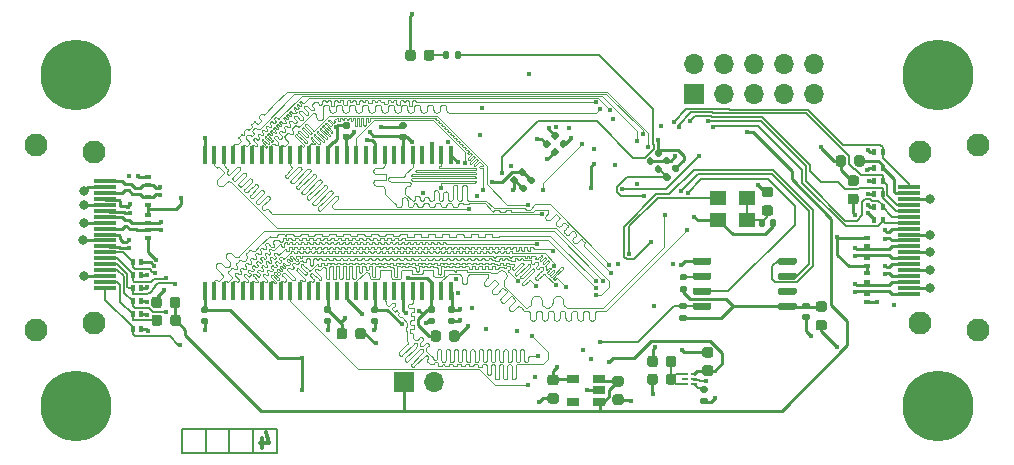
<source format=gbr>
%TF.GenerationSoftware,KiCad,Pcbnew,(5.1.10)-1*%
%TF.CreationDate,2021-07-15T21:59:58+02:00*%
%TF.ProjectId,PCB,5043422e-6b69-4636-9164-5f7063625858,rev?*%
%TF.SameCoordinates,Original*%
%TF.FileFunction,Copper,L4,Bot*%
%TF.FilePolarity,Positive*%
%FSLAX46Y46*%
G04 Gerber Fmt 4.6, Leading zero omitted, Abs format (unit mm)*
G04 Created by KiCad (PCBNEW (5.1.10)-1) date 2021-07-15 21:59:58*
%MOMM*%
%LPD*%
G01*
G04 APERTURE LIST*
%TA.AperFunction,NonConductor*%
%ADD10C,0.300000*%
%TD*%
%TA.AperFunction,ComponentPad*%
%ADD11C,6.000000*%
%TD*%
%TA.AperFunction,SMDPad,CuDef*%
%ADD12R,0.458000X1.510000*%
%TD*%
%TA.AperFunction,ComponentPad*%
%ADD13O,1.700000X1.700000*%
%TD*%
%TA.AperFunction,ComponentPad*%
%ADD14R,1.700000X1.700000*%
%TD*%
%TA.AperFunction,SMDPad,CuDef*%
%ADD15R,1.400000X1.200000*%
%TD*%
%TA.AperFunction,SMDPad,CuDef*%
%ADD16R,0.300000X0.550000*%
%TD*%
%TA.AperFunction,SMDPad,CuDef*%
%ADD17R,0.550000X0.300000*%
%TD*%
%TA.AperFunction,SMDPad,CuDef*%
%ADD18R,1.900000X0.300000*%
%TD*%
%TA.AperFunction,ComponentPad*%
%ADD19C,1.950000*%
%TD*%
%TA.AperFunction,SMDPad,CuDef*%
%ADD20R,0.530000X0.280000*%
%TD*%
%TA.AperFunction,SMDPad,CuDef*%
%ADD21R,1.060000X0.650000*%
%TD*%
%TA.AperFunction,ViaPad*%
%ADD22C,0.800000*%
%TD*%
%TA.AperFunction,ViaPad*%
%ADD23C,0.450000*%
%TD*%
%TA.AperFunction,Conductor*%
%ADD24C,0.152400*%
%TD*%
%TA.AperFunction,Conductor*%
%ADD25C,0.254000*%
%TD*%
%TA.AperFunction,Conductor*%
%ADD26C,0.088900*%
%TD*%
G04 APERTURE END LIST*
D10*
X123752380Y-121671428D02*
X123752380Y-122538095D01*
X124061904Y-121176190D02*
X124371428Y-122104761D01*
X123566666Y-122104761D01*
D11*
%TO.P,REF\u002A\u002A,1*%
%TO.N,GND*%
X108000000Y-118950000D03*
%TD*%
%TO.P,REF\u002A\u002A,1*%
%TO.N,GND*%
X181000000Y-118950000D03*
%TD*%
%TO.P,REF\u002A\u002A,1*%
%TO.N,GND*%
X181000000Y-90950000D03*
%TD*%
%TO.P,REF\u002A\u002A,1*%
%TO.N,GND*%
X108000000Y-90950000D03*
%TD*%
D12*
%TO.P,U1,54*%
%TO.N,GND*%
X139730000Y-97750000D03*
%TO.P,U1,53*%
%TO.N,/DQ7*%
X138930000Y-97750000D03*
%TO.P,U1,52*%
%TO.N,GND*%
X138130000Y-97750000D03*
%TO.P,U1,51*%
%TO.N,N/C*%
X137330000Y-97750000D03*
%TO.P,U1,50*%
%TO.N,/DQ6*%
X136530000Y-97750000D03*
%TO.P,U1,49*%
%TO.N,/VDDQ_RAM*%
X135730000Y-97750000D03*
%TO.P,U1,48*%
%TO.N,N/C*%
X134930000Y-97750000D03*
%TO.P,U1,47*%
%TO.N,/DQ5*%
X134130000Y-97750000D03*
%TO.P,U1,46*%
%TO.N,GND*%
X133330000Y-97750000D03*
%TO.P,U1,45*%
%TO.N,N/C*%
X132530000Y-97750000D03*
%TO.P,U1,44*%
%TO.N,/DQ4*%
X131730000Y-97750000D03*
%TO.P,U1,43*%
%TO.N,/VDDQ_RAM*%
X130930000Y-97750000D03*
%TO.P,U1,42*%
%TO.N,N/C*%
X130130000Y-97750000D03*
%TO.P,U1,41*%
%TO.N,GND*%
X129330000Y-97750000D03*
%TO.P,U1,40*%
%TO.N,N/C*%
X128530000Y-97750000D03*
%TO.P,U1,39*%
%TO.N,/DQM*%
X127730000Y-97750000D03*
%TO.P,U1,38*%
%TO.N,/CLK*%
X126930000Y-97750000D03*
%TO.P,U1,37*%
%TO.N,/CKE*%
X126130000Y-97750000D03*
%TO.P,U1,36*%
%TO.N,/A12*%
X125330000Y-97750000D03*
%TO.P,U1,35*%
%TO.N,/A11*%
X124530000Y-97750000D03*
%TO.P,U1,34*%
%TO.N,/A9*%
X123730000Y-97750000D03*
%TO.P,U1,33*%
%TO.N,/A8*%
X122930000Y-97750000D03*
%TO.P,U1,32*%
%TO.N,/A7*%
X122130000Y-97750000D03*
%TO.P,U1,31*%
%TO.N,/A6*%
X121330000Y-97750000D03*
%TO.P,U1,30*%
%TO.N,/A5*%
X120530000Y-97750000D03*
%TO.P,U1,29*%
%TO.N,/A4*%
X119730000Y-97750000D03*
%TO.P,U1,28*%
%TO.N,GND*%
X118930000Y-97750000D03*
%TO.P,U1,27*%
%TO.N,/VDD_RAM*%
X118930000Y-109250000D03*
%TO.P,U1,26*%
%TO.N,/A3*%
X119730000Y-109250000D03*
%TO.P,U1,25*%
%TO.N,/A2*%
X120530000Y-109250000D03*
%TO.P,U1,24*%
%TO.N,/A1*%
X121330000Y-109250000D03*
%TO.P,U1,23*%
%TO.N,/A0*%
X122130000Y-109250000D03*
%TO.P,U1,22*%
%TO.N,/A10*%
X122930000Y-109250000D03*
%TO.P,U1,21*%
%TO.N,/BA1*%
X123730000Y-109250000D03*
%TO.P,U1,20*%
%TO.N,/BA0*%
X124530000Y-109250000D03*
%TO.P,U1,19*%
%TO.N,/CS#*%
X125330000Y-109250000D03*
%TO.P,U1,18*%
%TO.N,/RAS#*%
X126130000Y-109250000D03*
%TO.P,U1,17*%
%TO.N,/CAS#*%
X126930000Y-109250000D03*
%TO.P,U1,16*%
%TO.N,/WE#*%
X127730000Y-109250000D03*
%TO.P,U1,15*%
%TO.N,N/C*%
X128530000Y-109250000D03*
%TO.P,U1,14*%
%TO.N,/VDD_RAM*%
X129330000Y-109250000D03*
%TO.P,U1,13*%
%TO.N,N/C*%
X130130000Y-109250000D03*
%TO.P,U1,12*%
%TO.N,GND*%
X130930000Y-109250000D03*
%TO.P,U1,11*%
%TO.N,/DQ3*%
X131730000Y-109250000D03*
%TO.P,U1,10*%
%TO.N,N/C*%
X132530000Y-109250000D03*
%TO.P,U1,9*%
%TO.N,/VDDQ_RAM*%
X133330000Y-109250000D03*
%TO.P,U1,8*%
%TO.N,/DQ2*%
X134130000Y-109250000D03*
%TO.P,U1,7*%
%TO.N,N/C*%
X134930000Y-109250000D03*
%TO.P,U1,6*%
%TO.N,GND*%
X135730000Y-109250000D03*
%TO.P,U1,5*%
%TO.N,/DQ1*%
X136530000Y-109250000D03*
%TO.P,U1,4*%
%TO.N,N/C*%
X137330000Y-109250000D03*
%TO.P,U1,3*%
%TO.N,/VDDQ_RAM*%
X138130000Y-109250000D03*
%TO.P,U1,2*%
%TO.N,/DQ0*%
X138930000Y-109250000D03*
%TO.P,U1,1*%
%TO.N,/VDD_RAM*%
X139730000Y-109250000D03*
%TD*%
D13*
%TO.P,J1,10*%
%TO.N,GND*%
X170460000Y-90010000D03*
%TO.P,J1,9*%
%TO.N,/TDI*%
X170460000Y-92550000D03*
%TO.P,J1,8*%
%TO.N,N/C*%
X167920000Y-90010000D03*
%TO.P,J1,7*%
X167920000Y-92550000D03*
%TO.P,J1,6*%
X165380000Y-90010000D03*
%TO.P,J1,5*%
%TO.N,/TMS*%
X165380000Y-92550000D03*
%TO.P,J1,4*%
%TO.N,+3V3*%
X162840000Y-90010000D03*
%TO.P,J1,3*%
%TO.N,/TDO*%
X162840000Y-92550000D03*
%TO.P,J1,2*%
%TO.N,GND*%
X160300000Y-90010000D03*
D14*
%TO.P,J1,1*%
%TO.N,/TCK*%
X160300000Y-92550000D03*
%TD*%
%TO.P,U5,1*%
%TO.N,/CS*%
%TA.AperFunction,SMDPad,CuDef*%
G36*
G01*
X160210000Y-110665000D02*
X160210000Y-110365000D01*
G75*
G02*
X160360000Y-110215000I150000J0D01*
G01*
X161660000Y-110215000D01*
G75*
G02*
X161810000Y-110365000I0J-150000D01*
G01*
X161810000Y-110665000D01*
G75*
G02*
X161660000Y-110815000I-150000J0D01*
G01*
X160360000Y-110815000D01*
G75*
G02*
X160210000Y-110665000I0J150000D01*
G01*
G37*
%TD.AperFunction*%
%TO.P,U5,2*%
%TO.N,/SO*%
%TA.AperFunction,SMDPad,CuDef*%
G36*
G01*
X160210000Y-109395000D02*
X160210000Y-109095000D01*
G75*
G02*
X160360000Y-108945000I150000J0D01*
G01*
X161660000Y-108945000D01*
G75*
G02*
X161810000Y-109095000I0J-150000D01*
G01*
X161810000Y-109395000D01*
G75*
G02*
X161660000Y-109545000I-150000J0D01*
G01*
X160360000Y-109545000D01*
G75*
G02*
X160210000Y-109395000I0J150000D01*
G01*
G37*
%TD.AperFunction*%
%TO.P,U5,3*%
%TO.N,Net-(R4-Pad2)*%
%TA.AperFunction,SMDPad,CuDef*%
G36*
G01*
X160210000Y-108125000D02*
X160210000Y-107825000D01*
G75*
G02*
X160360000Y-107675000I150000J0D01*
G01*
X161660000Y-107675000D01*
G75*
G02*
X161810000Y-107825000I0J-150000D01*
G01*
X161810000Y-108125000D01*
G75*
G02*
X161660000Y-108275000I-150000J0D01*
G01*
X160360000Y-108275000D01*
G75*
G02*
X160210000Y-108125000I0J150000D01*
G01*
G37*
%TD.AperFunction*%
%TO.P,U5,4*%
%TO.N,GND*%
%TA.AperFunction,SMDPad,CuDef*%
G36*
G01*
X160210000Y-106855000D02*
X160210000Y-106555000D01*
G75*
G02*
X160360000Y-106405000I150000J0D01*
G01*
X161660000Y-106405000D01*
G75*
G02*
X161810000Y-106555000I0J-150000D01*
G01*
X161810000Y-106855000D01*
G75*
G02*
X161660000Y-107005000I-150000J0D01*
G01*
X160360000Y-107005000D01*
G75*
G02*
X160210000Y-106855000I0J150000D01*
G01*
G37*
%TD.AperFunction*%
%TO.P,U5,5*%
%TO.N,/SI*%
%TA.AperFunction,SMDPad,CuDef*%
G36*
G01*
X167410000Y-106855000D02*
X167410000Y-106555000D01*
G75*
G02*
X167560000Y-106405000I150000J0D01*
G01*
X168860000Y-106405000D01*
G75*
G02*
X169010000Y-106555000I0J-150000D01*
G01*
X169010000Y-106855000D01*
G75*
G02*
X168860000Y-107005000I-150000J0D01*
G01*
X167560000Y-107005000D01*
G75*
G02*
X167410000Y-106855000I0J150000D01*
G01*
G37*
%TD.AperFunction*%
%TO.P,U5,6*%
%TO.N,/SCK*%
%TA.AperFunction,SMDPad,CuDef*%
G36*
G01*
X167410000Y-108125000D02*
X167410000Y-107825000D01*
G75*
G02*
X167560000Y-107675000I150000J0D01*
G01*
X168860000Y-107675000D01*
G75*
G02*
X169010000Y-107825000I0J-150000D01*
G01*
X169010000Y-108125000D01*
G75*
G02*
X168860000Y-108275000I-150000J0D01*
G01*
X167560000Y-108275000D01*
G75*
G02*
X167410000Y-108125000I0J150000D01*
G01*
G37*
%TD.AperFunction*%
%TO.P,U5,7*%
%TO.N,N/C*%
%TA.AperFunction,SMDPad,CuDef*%
G36*
G01*
X167410000Y-109395000D02*
X167410000Y-109095000D01*
G75*
G02*
X167560000Y-108945000I150000J0D01*
G01*
X168860000Y-108945000D01*
G75*
G02*
X169010000Y-109095000I0J-150000D01*
G01*
X169010000Y-109395000D01*
G75*
G02*
X168860000Y-109545000I-150000J0D01*
G01*
X167560000Y-109545000D01*
G75*
G02*
X167410000Y-109395000I0J150000D01*
G01*
G37*
%TD.AperFunction*%
%TO.P,U5,8*%
%TO.N,/VDD_FLASH*%
%TA.AperFunction,SMDPad,CuDef*%
G36*
G01*
X167410000Y-110665000D02*
X167410000Y-110365000D01*
G75*
G02*
X167560000Y-110215000I150000J0D01*
G01*
X168860000Y-110215000D01*
G75*
G02*
X169010000Y-110365000I0J-150000D01*
G01*
X169010000Y-110665000D01*
G75*
G02*
X168860000Y-110815000I-150000J0D01*
G01*
X167560000Y-110815000D01*
G75*
G02*
X167410000Y-110665000I0J150000D01*
G01*
G37*
%TD.AperFunction*%
%TD*%
%TO.P,R19,2*%
%TO.N,Net-(D30-Pad2)*%
%TA.AperFunction,SMDPad,CuDef*%
G36*
G01*
X139610000Y-89055000D02*
X139610000Y-89425000D01*
G75*
G02*
X139475000Y-89560000I-135000J0D01*
G01*
X139205000Y-89560000D01*
G75*
G02*
X139070000Y-89425000I0J135000D01*
G01*
X139070000Y-89055000D01*
G75*
G02*
X139205000Y-88920000I135000J0D01*
G01*
X139475000Y-88920000D01*
G75*
G02*
X139610000Y-89055000I0J-135000D01*
G01*
G37*
%TD.AperFunction*%
%TO.P,R19,1*%
%TO.N,Net-(R19-Pad1)*%
%TA.AperFunction,SMDPad,CuDef*%
G36*
G01*
X140630000Y-89055000D02*
X140630000Y-89425000D01*
G75*
G02*
X140495000Y-89560000I-135000J0D01*
G01*
X140225000Y-89560000D01*
G75*
G02*
X140090000Y-89425000I0J135000D01*
G01*
X140090000Y-89055000D01*
G75*
G02*
X140225000Y-88920000I135000J0D01*
G01*
X140495000Y-88920000D01*
G75*
G02*
X140630000Y-89055000I0J-135000D01*
G01*
G37*
%TD.AperFunction*%
%TD*%
%TO.P,D30,2*%
%TO.N,Net-(D30-Pad2)*%
%TA.AperFunction,SMDPad,CuDef*%
G36*
G01*
X137460000Y-89526250D02*
X137460000Y-89013750D01*
G75*
G02*
X137678750Y-88795000I218750J0D01*
G01*
X138116250Y-88795000D01*
G75*
G02*
X138335000Y-89013750I0J-218750D01*
G01*
X138335000Y-89526250D01*
G75*
G02*
X138116250Y-89745000I-218750J0D01*
G01*
X137678750Y-89745000D01*
G75*
G02*
X137460000Y-89526250I0J218750D01*
G01*
G37*
%TD.AperFunction*%
%TO.P,D30,1*%
%TO.N,GND*%
%TA.AperFunction,SMDPad,CuDef*%
G36*
G01*
X135885000Y-89526250D02*
X135885000Y-89013750D01*
G75*
G02*
X136103750Y-88795000I218750J0D01*
G01*
X136541250Y-88795000D01*
G75*
G02*
X136760000Y-89013750I0J-218750D01*
G01*
X136760000Y-89526250D01*
G75*
G02*
X136541250Y-89745000I-218750J0D01*
G01*
X136103750Y-89745000D01*
G75*
G02*
X135885000Y-89526250I0J218750D01*
G01*
G37*
%TD.AperFunction*%
%TD*%
%TO.P,R18,2*%
%TO.N,/CS*%
%TA.AperFunction,SMDPad,CuDef*%
G36*
G01*
X159585000Y-110760000D02*
X159215000Y-110760000D01*
G75*
G02*
X159080000Y-110625000I0J135000D01*
G01*
X159080000Y-110355000D01*
G75*
G02*
X159215000Y-110220000I135000J0D01*
G01*
X159585000Y-110220000D01*
G75*
G02*
X159720000Y-110355000I0J-135000D01*
G01*
X159720000Y-110625000D01*
G75*
G02*
X159585000Y-110760000I-135000J0D01*
G01*
G37*
%TD.AperFunction*%
%TO.P,R18,1*%
%TO.N,/VDD_FLASH*%
%TA.AperFunction,SMDPad,CuDef*%
G36*
G01*
X159585000Y-111780000D02*
X159215000Y-111780000D01*
G75*
G02*
X159080000Y-111645000I0J135000D01*
G01*
X159080000Y-111375000D01*
G75*
G02*
X159215000Y-111240000I135000J0D01*
G01*
X159585000Y-111240000D01*
G75*
G02*
X159720000Y-111375000I0J-135000D01*
G01*
X159720000Y-111645000D01*
G75*
G02*
X159585000Y-111780000I-135000J0D01*
G01*
G37*
%TD.AperFunction*%
%TD*%
%TO.P,R4,2*%
%TO.N,Net-(R4-Pad2)*%
%TA.AperFunction,SMDPad,CuDef*%
G36*
G01*
X159615000Y-108320000D02*
X159245000Y-108320000D01*
G75*
G02*
X159110000Y-108185000I0J135000D01*
G01*
X159110000Y-107915000D01*
G75*
G02*
X159245000Y-107780000I135000J0D01*
G01*
X159615000Y-107780000D01*
G75*
G02*
X159750000Y-107915000I0J-135000D01*
G01*
X159750000Y-108185000D01*
G75*
G02*
X159615000Y-108320000I-135000J0D01*
G01*
G37*
%TD.AperFunction*%
%TO.P,R4,1*%
%TO.N,/VDD_FLASH*%
%TA.AperFunction,SMDPad,CuDef*%
G36*
G01*
X159615000Y-109340000D02*
X159245000Y-109340000D01*
G75*
G02*
X159110000Y-109205000I0J135000D01*
G01*
X159110000Y-108935000D01*
G75*
G02*
X159245000Y-108800000I135000J0D01*
G01*
X159615000Y-108800000D01*
G75*
G02*
X159750000Y-108935000I0J-135000D01*
G01*
X159750000Y-109205000D01*
G75*
G02*
X159615000Y-109340000I-135000J0D01*
G01*
G37*
%TD.AperFunction*%
%TD*%
%TO.P,FB12,2*%
%TO.N,/VDD_FLASH*%
%TA.AperFunction,SMDPad,CuDef*%
G36*
G01*
X171366250Y-110990000D02*
X170853750Y-110990000D01*
G75*
G02*
X170635000Y-110771250I0J218750D01*
G01*
X170635000Y-110333750D01*
G75*
G02*
X170853750Y-110115000I218750J0D01*
G01*
X171366250Y-110115000D01*
G75*
G02*
X171585000Y-110333750I0J-218750D01*
G01*
X171585000Y-110771250D01*
G75*
G02*
X171366250Y-110990000I-218750J0D01*
G01*
G37*
%TD.AperFunction*%
%TO.P,FB12,1*%
%TO.N,+3V3*%
%TA.AperFunction,SMDPad,CuDef*%
G36*
G01*
X171366250Y-112565000D02*
X170853750Y-112565000D01*
G75*
G02*
X170635000Y-112346250I0J218750D01*
G01*
X170635000Y-111908750D01*
G75*
G02*
X170853750Y-111690000I218750J0D01*
G01*
X171366250Y-111690000D01*
G75*
G02*
X171585000Y-111908750I0J-218750D01*
G01*
X171585000Y-112346250D01*
G75*
G02*
X171366250Y-112565000I-218750J0D01*
G01*
G37*
%TD.AperFunction*%
%TD*%
%TO.P,C2,2*%
%TO.N,GND*%
%TA.AperFunction,SMDPad,CuDef*%
G36*
G01*
X169640000Y-111170000D02*
X169980000Y-111170000D01*
G75*
G02*
X170120000Y-111310000I0J-140000D01*
G01*
X170120000Y-111590000D01*
G75*
G02*
X169980000Y-111730000I-140000J0D01*
G01*
X169640000Y-111730000D01*
G75*
G02*
X169500000Y-111590000I0J140000D01*
G01*
X169500000Y-111310000D01*
G75*
G02*
X169640000Y-111170000I140000J0D01*
G01*
G37*
%TD.AperFunction*%
%TO.P,C2,1*%
%TO.N,/VDD_FLASH*%
%TA.AperFunction,SMDPad,CuDef*%
G36*
G01*
X169640000Y-110210000D02*
X169980000Y-110210000D01*
G75*
G02*
X170120000Y-110350000I0J-140000D01*
G01*
X170120000Y-110630000D01*
G75*
G02*
X169980000Y-110770000I-140000J0D01*
G01*
X169640000Y-110770000D01*
G75*
G02*
X169500000Y-110630000I0J140000D01*
G01*
X169500000Y-110350000D01*
G75*
G02*
X169640000Y-110210000I140000J0D01*
G01*
G37*
%TD.AperFunction*%
%TD*%
D15*
%TO.P,X1,4*%
%TO.N,Net-(C35-Pad1)*%
X164798269Y-101349275D03*
%TO.P,X1,3*%
%TO.N,Net-(U2-Pad43)*%
X162398269Y-101349275D03*
%TO.P,X1,2*%
%TO.N,GND*%
X162398269Y-103249275D03*
%TO.P,X1,1*%
%TO.N,Net-(C35-Pad1)*%
X164798269Y-103249275D03*
%TD*%
%TO.P,FB11,2*%
%TO.N,Net-(D28-Pad1)*%
%TA.AperFunction,SMDPad,CuDef*%
G36*
G01*
X173900000Y-98476250D02*
X173900000Y-97963750D01*
G75*
G02*
X174118750Y-97745000I218750J0D01*
G01*
X174556250Y-97745000D01*
G75*
G02*
X174775000Y-97963750I0J-218750D01*
G01*
X174775000Y-98476250D01*
G75*
G02*
X174556250Y-98695000I-218750J0D01*
G01*
X174118750Y-98695000D01*
G75*
G02*
X173900000Y-98476250I0J218750D01*
G01*
G37*
%TD.AperFunction*%
%TO.P,FB11,1*%
%TO.N,+5V*%
%TA.AperFunction,SMDPad,CuDef*%
G36*
G01*
X172325000Y-98476250D02*
X172325000Y-97963750D01*
G75*
G02*
X172543750Y-97745000I218750J0D01*
G01*
X172981250Y-97745000D01*
G75*
G02*
X173200000Y-97963750I0J-218750D01*
G01*
X173200000Y-98476250D01*
G75*
G02*
X172981250Y-98695000I-218750J0D01*
G01*
X172543750Y-98695000D01*
G75*
G02*
X172325000Y-98476250I0J218750D01*
G01*
G37*
%TD.AperFunction*%
%TD*%
%TO.P,FB10,2*%
%TO.N,Net-(D29-Pad1)*%
%TA.AperFunction,SMDPad,CuDef*%
G36*
G01*
X115290000Y-111453750D02*
X115290000Y-111966250D01*
G75*
G02*
X115071250Y-112185000I-218750J0D01*
G01*
X114633750Y-112185000D01*
G75*
G02*
X114415000Y-111966250I0J218750D01*
G01*
X114415000Y-111453750D01*
G75*
G02*
X114633750Y-111235000I218750J0D01*
G01*
X115071250Y-111235000D01*
G75*
G02*
X115290000Y-111453750I0J-218750D01*
G01*
G37*
%TD.AperFunction*%
%TO.P,FB10,1*%
%TO.N,+5V*%
%TA.AperFunction,SMDPad,CuDef*%
G36*
G01*
X116865000Y-111453750D02*
X116865000Y-111966250D01*
G75*
G02*
X116646250Y-112185000I-218750J0D01*
G01*
X116208750Y-112185000D01*
G75*
G02*
X115990000Y-111966250I0J218750D01*
G01*
X115990000Y-111453750D01*
G75*
G02*
X116208750Y-111235000I218750J0D01*
G01*
X116646250Y-111235000D01*
G75*
G02*
X116865000Y-111453750I0J-218750D01*
G01*
G37*
%TD.AperFunction*%
%TD*%
%TO.P,FB9,2*%
%TO.N,Net-(C35-Pad1)*%
%TA.AperFunction,SMDPad,CuDef*%
G36*
G01*
X166294899Y-101981766D02*
X166807399Y-101981766D01*
G75*
G02*
X167026149Y-102200516I0J-218750D01*
G01*
X167026149Y-102638016D01*
G75*
G02*
X166807399Y-102856766I-218750J0D01*
G01*
X166294899Y-102856766D01*
G75*
G02*
X166076149Y-102638016I0J218750D01*
G01*
X166076149Y-102200516D01*
G75*
G02*
X166294899Y-101981766I218750J0D01*
G01*
G37*
%TD.AperFunction*%
%TO.P,FB9,1*%
%TO.N,+3V3*%
%TA.AperFunction,SMDPad,CuDef*%
G36*
G01*
X166294899Y-100406766D02*
X166807399Y-100406766D01*
G75*
G02*
X167026149Y-100625516I0J-218750D01*
G01*
X167026149Y-101063016D01*
G75*
G02*
X166807399Y-101281766I-218750J0D01*
G01*
X166294899Y-101281766D01*
G75*
G02*
X166076149Y-101063016I0J218750D01*
G01*
X166076149Y-100625516D01*
G75*
G02*
X166294899Y-100406766I218750J0D01*
G01*
G37*
%TD.AperFunction*%
%TD*%
%TO.P,FB8,2*%
%TO.N,+3V3*%
%TA.AperFunction,SMDPad,CuDef*%
G36*
G01*
X157250000Y-116443750D02*
X157250000Y-116956250D01*
G75*
G02*
X157031250Y-117175000I-218750J0D01*
G01*
X156593750Y-117175000D01*
G75*
G02*
X156375000Y-116956250I0J218750D01*
G01*
X156375000Y-116443750D01*
G75*
G02*
X156593750Y-116225000I218750J0D01*
G01*
X157031250Y-116225000D01*
G75*
G02*
X157250000Y-116443750I0J-218750D01*
G01*
G37*
%TD.AperFunction*%
%TO.P,FB8,1*%
%TO.N,Net-(C26-Pad1)*%
%TA.AperFunction,SMDPad,CuDef*%
G36*
G01*
X158825000Y-116443750D02*
X158825000Y-116956250D01*
G75*
G02*
X158606250Y-117175000I-218750J0D01*
G01*
X158168750Y-117175000D01*
G75*
G02*
X157950000Y-116956250I0J218750D01*
G01*
X157950000Y-116443750D01*
G75*
G02*
X158168750Y-116225000I218750J0D01*
G01*
X158606250Y-116225000D01*
G75*
G02*
X158825000Y-116443750I0J-218750D01*
G01*
G37*
%TD.AperFunction*%
%TD*%
%TO.P,FB2,2*%
%TO.N,+3V3*%
%TA.AperFunction,SMDPad,CuDef*%
G36*
G01*
X131650000Y-113106250D02*
X131650000Y-112593750D01*
G75*
G02*
X131868750Y-112375000I218750J0D01*
G01*
X132306250Y-112375000D01*
G75*
G02*
X132525000Y-112593750I0J-218750D01*
G01*
X132525000Y-113106250D01*
G75*
G02*
X132306250Y-113325000I-218750J0D01*
G01*
X131868750Y-113325000D01*
G75*
G02*
X131650000Y-113106250I0J218750D01*
G01*
G37*
%TD.AperFunction*%
%TO.P,FB2,1*%
%TO.N,/VDD_RAM*%
%TA.AperFunction,SMDPad,CuDef*%
G36*
G01*
X130075000Y-113106250D02*
X130075000Y-112593750D01*
G75*
G02*
X130293750Y-112375000I218750J0D01*
G01*
X130731250Y-112375000D01*
G75*
G02*
X130950000Y-112593750I0J-218750D01*
G01*
X130950000Y-113106250D01*
G75*
G02*
X130731250Y-113325000I-218750J0D01*
G01*
X130293750Y-113325000D01*
G75*
G02*
X130075000Y-113106250I0J218750D01*
G01*
G37*
%TD.AperFunction*%
%TD*%
%TO.P,FB1,2*%
%TO.N,+3V3*%
%TA.AperFunction,SMDPad,CuDef*%
G36*
G01*
X139600000Y-113306250D02*
X139600000Y-112793750D01*
G75*
G02*
X139818750Y-112575000I218750J0D01*
G01*
X140256250Y-112575000D01*
G75*
G02*
X140475000Y-112793750I0J-218750D01*
G01*
X140475000Y-113306250D01*
G75*
G02*
X140256250Y-113525000I-218750J0D01*
G01*
X139818750Y-113525000D01*
G75*
G02*
X139600000Y-113306250I0J218750D01*
G01*
G37*
%TD.AperFunction*%
%TO.P,FB1,1*%
%TO.N,/VDDQ_RAM*%
%TA.AperFunction,SMDPad,CuDef*%
G36*
G01*
X138025000Y-113306250D02*
X138025000Y-112793750D01*
G75*
G02*
X138243750Y-112575000I218750J0D01*
G01*
X138681250Y-112575000D01*
G75*
G02*
X138900000Y-112793750I0J-218750D01*
G01*
X138900000Y-113306250D01*
G75*
G02*
X138681250Y-113525000I-218750J0D01*
G01*
X138243750Y-113525000D01*
G75*
G02*
X138025000Y-113306250I0J218750D01*
G01*
G37*
%TD.AperFunction*%
%TD*%
%TO.P,C1,2*%
%TO.N,GND*%
%TA.AperFunction,SMDPad,CuDef*%
G36*
G01*
X115275000Y-109950000D02*
X115275000Y-110450000D01*
G75*
G02*
X115050000Y-110675000I-225000J0D01*
G01*
X114600000Y-110675000D01*
G75*
G02*
X114375000Y-110450000I0J225000D01*
G01*
X114375000Y-109950000D01*
G75*
G02*
X114600000Y-109725000I225000J0D01*
G01*
X115050000Y-109725000D01*
G75*
G02*
X115275000Y-109950000I0J-225000D01*
G01*
G37*
%TD.AperFunction*%
%TO.P,C1,1*%
%TO.N,+5V*%
%TA.AperFunction,SMDPad,CuDef*%
G36*
G01*
X116825000Y-109950000D02*
X116825000Y-110450000D01*
G75*
G02*
X116600000Y-110675000I-225000J0D01*
G01*
X116150000Y-110675000D01*
G75*
G02*
X115925000Y-110450000I0J225000D01*
G01*
X115925000Y-109950000D01*
G75*
G02*
X116150000Y-109725000I225000J0D01*
G01*
X116600000Y-109725000D01*
G75*
G02*
X116825000Y-109950000I0J-225000D01*
G01*
G37*
%TD.AperFunction*%
%TD*%
%TO.P,C35,2*%
%TO.N,GND*%
%TA.AperFunction,SMDPad,CuDef*%
G36*
G01*
X166751148Y-103640245D02*
X166751148Y-103300245D01*
G75*
G02*
X166891148Y-103160245I140000J0D01*
G01*
X167171148Y-103160245D01*
G75*
G02*
X167311148Y-103300245I0J-140000D01*
G01*
X167311148Y-103640245D01*
G75*
G02*
X167171148Y-103780245I-140000J0D01*
G01*
X166891148Y-103780245D01*
G75*
G02*
X166751148Y-103640245I0J140000D01*
G01*
G37*
%TD.AperFunction*%
%TO.P,C35,1*%
%TO.N,Net-(C35-Pad1)*%
%TA.AperFunction,SMDPad,CuDef*%
G36*
G01*
X165791148Y-103640245D02*
X165791148Y-103300245D01*
G75*
G02*
X165931148Y-103160245I140000J0D01*
G01*
X166211148Y-103160245D01*
G75*
G02*
X166351148Y-103300245I0J-140000D01*
G01*
X166351148Y-103640245D01*
G75*
G02*
X166211148Y-103780245I-140000J0D01*
G01*
X165931148Y-103780245D01*
G75*
G02*
X165791148Y-103640245I0J140000D01*
G01*
G37*
%TD.AperFunction*%
%TD*%
%TO.P,C29,2*%
%TO.N,GND*%
%TA.AperFunction,SMDPad,CuDef*%
G36*
G01*
X173560000Y-100995000D02*
X174060000Y-100995000D01*
G75*
G02*
X174285000Y-101220000I0J-225000D01*
G01*
X174285000Y-101670000D01*
G75*
G02*
X174060000Y-101895000I-225000J0D01*
G01*
X173560000Y-101895000D01*
G75*
G02*
X173335000Y-101670000I0J225000D01*
G01*
X173335000Y-101220000D01*
G75*
G02*
X173560000Y-100995000I225000J0D01*
G01*
G37*
%TD.AperFunction*%
%TO.P,C29,1*%
%TO.N,+5V*%
%TA.AperFunction,SMDPad,CuDef*%
G36*
G01*
X173560000Y-99445000D02*
X174060000Y-99445000D01*
G75*
G02*
X174285000Y-99670000I0J-225000D01*
G01*
X174285000Y-100120000D01*
G75*
G02*
X174060000Y-100345000I-225000J0D01*
G01*
X173560000Y-100345000D01*
G75*
G02*
X173335000Y-100120000I0J225000D01*
G01*
X173335000Y-99670000D01*
G75*
G02*
X173560000Y-99445000I225000J0D01*
G01*
G37*
%TD.AperFunction*%
%TD*%
%TO.P,C28,2*%
%TO.N,GND*%
%TA.AperFunction,SMDPad,CuDef*%
G36*
G01*
X161750000Y-114875000D02*
X161250000Y-114875000D01*
G75*
G02*
X161025000Y-114650000I0J225000D01*
G01*
X161025000Y-114200000D01*
G75*
G02*
X161250000Y-113975000I225000J0D01*
G01*
X161750000Y-113975000D01*
G75*
G02*
X161975000Y-114200000I0J-225000D01*
G01*
X161975000Y-114650000D01*
G75*
G02*
X161750000Y-114875000I-225000J0D01*
G01*
G37*
%TD.AperFunction*%
%TO.P,C28,1*%
%TO.N,+1V2*%
%TA.AperFunction,SMDPad,CuDef*%
G36*
G01*
X161750000Y-116425000D02*
X161250000Y-116425000D01*
G75*
G02*
X161025000Y-116200000I0J225000D01*
G01*
X161025000Y-115750000D01*
G75*
G02*
X161250000Y-115525000I225000J0D01*
G01*
X161750000Y-115525000D01*
G75*
G02*
X161975000Y-115750000I0J-225000D01*
G01*
X161975000Y-116200000D01*
G75*
G02*
X161750000Y-116425000I-225000J0D01*
G01*
G37*
%TD.AperFunction*%
%TD*%
%TO.P,C26,2*%
%TO.N,GND*%
%TA.AperFunction,SMDPad,CuDef*%
G36*
G01*
X157275000Y-114950000D02*
X157275000Y-115450000D01*
G75*
G02*
X157050000Y-115675000I-225000J0D01*
G01*
X156600000Y-115675000D01*
G75*
G02*
X156375000Y-115450000I0J225000D01*
G01*
X156375000Y-114950000D01*
G75*
G02*
X156600000Y-114725000I225000J0D01*
G01*
X157050000Y-114725000D01*
G75*
G02*
X157275000Y-114950000I0J-225000D01*
G01*
G37*
%TD.AperFunction*%
%TO.P,C26,1*%
%TO.N,Net-(C26-Pad1)*%
%TA.AperFunction,SMDPad,CuDef*%
G36*
G01*
X158825000Y-114950000D02*
X158825000Y-115450000D01*
G75*
G02*
X158600000Y-115675000I-225000J0D01*
G01*
X158150000Y-115675000D01*
G75*
G02*
X157925000Y-115450000I0J225000D01*
G01*
X157925000Y-114950000D01*
G75*
G02*
X158150000Y-114725000I225000J0D01*
G01*
X158600000Y-114725000D01*
G75*
G02*
X158825000Y-114950000I0J-225000D01*
G01*
G37*
%TD.AperFunction*%
%TD*%
%TO.P,C25,2*%
%TO.N,GND*%
%TA.AperFunction,SMDPad,CuDef*%
G36*
G01*
X148150000Y-117875000D02*
X148650000Y-117875000D01*
G75*
G02*
X148875000Y-118100000I0J-225000D01*
G01*
X148875000Y-118550000D01*
G75*
G02*
X148650000Y-118775000I-225000J0D01*
G01*
X148150000Y-118775000D01*
G75*
G02*
X147925000Y-118550000I0J225000D01*
G01*
X147925000Y-118100000D01*
G75*
G02*
X148150000Y-117875000I225000J0D01*
G01*
G37*
%TD.AperFunction*%
%TO.P,C25,1*%
%TO.N,+3V3*%
%TA.AperFunction,SMDPad,CuDef*%
G36*
G01*
X148150000Y-116325000D02*
X148650000Y-116325000D01*
G75*
G02*
X148875000Y-116550000I0J-225000D01*
G01*
X148875000Y-117000000D01*
G75*
G02*
X148650000Y-117225000I-225000J0D01*
G01*
X148150000Y-117225000D01*
G75*
G02*
X147925000Y-117000000I0J225000D01*
G01*
X147925000Y-116550000D01*
G75*
G02*
X148150000Y-116325000I225000J0D01*
G01*
G37*
%TD.AperFunction*%
%TD*%
%TO.P,C24,2*%
%TO.N,GND*%
%TA.AperFunction,SMDPad,CuDef*%
G36*
G01*
X153650000Y-117975000D02*
X154150000Y-117975000D01*
G75*
G02*
X154375000Y-118200000I0J-225000D01*
G01*
X154375000Y-118650000D01*
G75*
G02*
X154150000Y-118875000I-225000J0D01*
G01*
X153650000Y-118875000D01*
G75*
G02*
X153425000Y-118650000I0J225000D01*
G01*
X153425000Y-118200000D01*
G75*
G02*
X153650000Y-117975000I225000J0D01*
G01*
G37*
%TD.AperFunction*%
%TO.P,C24,1*%
%TO.N,+5V*%
%TA.AperFunction,SMDPad,CuDef*%
G36*
G01*
X153650000Y-116425000D02*
X154150000Y-116425000D01*
G75*
G02*
X154375000Y-116650000I0J-225000D01*
G01*
X154375000Y-117100000D01*
G75*
G02*
X154150000Y-117325000I-225000J0D01*
G01*
X153650000Y-117325000D01*
G75*
G02*
X153425000Y-117100000I0J225000D01*
G01*
X153425000Y-116650000D01*
G75*
G02*
X153650000Y-116425000I225000J0D01*
G01*
G37*
%TD.AperFunction*%
%TD*%
%TO.P,R2,2*%
%TO.N,GND*%
%TA.AperFunction,SMDPad,CuDef*%
G36*
G01*
X158688520Y-99169909D02*
X158426891Y-98908280D01*
G75*
G02*
X158426891Y-98717362I95459J95459D01*
G01*
X158617810Y-98526443D01*
G75*
G02*
X158808728Y-98526443I95459J-95459D01*
G01*
X159070357Y-98788072D01*
G75*
G02*
X159070357Y-98978990I-95459J-95459D01*
G01*
X158879438Y-99169909D01*
G75*
G02*
X158688520Y-99169909I-95459J95459D01*
G01*
G37*
%TD.AperFunction*%
%TO.P,R2,1*%
%TO.N,/DONE*%
%TA.AperFunction,SMDPad,CuDef*%
G36*
G01*
X157967272Y-99891157D02*
X157705643Y-99629528D01*
G75*
G02*
X157705643Y-99438610I95459J95459D01*
G01*
X157896562Y-99247691D01*
G75*
G02*
X158087480Y-99247691I95459J-95459D01*
G01*
X158349109Y-99509320D01*
G75*
G02*
X158349109Y-99700238I-95459J-95459D01*
G01*
X158158190Y-99891157D01*
G75*
G02*
X157967272Y-99891157I-95459J95459D01*
G01*
G37*
%TD.AperFunction*%
%TD*%
%TO.P,R1,2*%
%TO.N,/DONE*%
%TA.AperFunction,SMDPad,CuDef*%
G36*
G01*
X157376280Y-98587291D02*
X157637909Y-98848920D01*
G75*
G02*
X157637909Y-99039838I-95459J-95459D01*
G01*
X157446990Y-99230757D01*
G75*
G02*
X157256072Y-99230757I-95459J95459D01*
G01*
X156994443Y-98969128D01*
G75*
G02*
X156994443Y-98778210I95459J95459D01*
G01*
X157185362Y-98587291D01*
G75*
G02*
X157376280Y-98587291I95459J-95459D01*
G01*
G37*
%TD.AperFunction*%
%TO.P,R1,1*%
%TO.N,+3V3*%
%TA.AperFunction,SMDPad,CuDef*%
G36*
G01*
X158097528Y-97866043D02*
X158359157Y-98127672D01*
G75*
G02*
X158359157Y-98318590I-95459J-95459D01*
G01*
X158168238Y-98509509D01*
G75*
G02*
X157977320Y-98509509I-95459J95459D01*
G01*
X157715691Y-98247880D01*
G75*
G02*
X157715691Y-98056962I95459J95459D01*
G01*
X157906610Y-97866043D01*
G75*
G02*
X158097528Y-97866043I95459J-95459D01*
G01*
G37*
%TD.AperFunction*%
%TD*%
%TO.P,C34,2*%
%TO.N,GND*%
%TA.AperFunction,SMDPad,CuDef*%
G36*
G01*
X133130000Y-111500000D02*
X133470000Y-111500000D01*
G75*
G02*
X133610000Y-111640000I0J-140000D01*
G01*
X133610000Y-111920000D01*
G75*
G02*
X133470000Y-112060000I-140000J0D01*
G01*
X133130000Y-112060000D01*
G75*
G02*
X132990000Y-111920000I0J140000D01*
G01*
X132990000Y-111640000D01*
G75*
G02*
X133130000Y-111500000I140000J0D01*
G01*
G37*
%TD.AperFunction*%
%TO.P,C34,1*%
%TO.N,/VDDQ_RAM*%
%TA.AperFunction,SMDPad,CuDef*%
G36*
G01*
X133130000Y-110540000D02*
X133470000Y-110540000D01*
G75*
G02*
X133610000Y-110680000I0J-140000D01*
G01*
X133610000Y-110960000D01*
G75*
G02*
X133470000Y-111100000I-140000J0D01*
G01*
X133130000Y-111100000D01*
G75*
G02*
X132990000Y-110960000I0J140000D01*
G01*
X132990000Y-110680000D01*
G75*
G02*
X133130000Y-110540000I140000J0D01*
G01*
G37*
%TD.AperFunction*%
%TD*%
%TO.P,C33,2*%
%TO.N,GND*%
%TA.AperFunction,SMDPad,CuDef*%
G36*
G01*
X137930000Y-111500000D02*
X138270000Y-111500000D01*
G75*
G02*
X138410000Y-111640000I0J-140000D01*
G01*
X138410000Y-111920000D01*
G75*
G02*
X138270000Y-112060000I-140000J0D01*
G01*
X137930000Y-112060000D01*
G75*
G02*
X137790000Y-111920000I0J140000D01*
G01*
X137790000Y-111640000D01*
G75*
G02*
X137930000Y-111500000I140000J0D01*
G01*
G37*
%TD.AperFunction*%
%TO.P,C33,1*%
%TO.N,/VDDQ_RAM*%
%TA.AperFunction,SMDPad,CuDef*%
G36*
G01*
X137930000Y-110540000D02*
X138270000Y-110540000D01*
G75*
G02*
X138410000Y-110680000I0J-140000D01*
G01*
X138410000Y-110960000D01*
G75*
G02*
X138270000Y-111100000I-140000J0D01*
G01*
X137930000Y-111100000D01*
G75*
G02*
X137790000Y-110960000I0J140000D01*
G01*
X137790000Y-110680000D01*
G75*
G02*
X137930000Y-110540000I140000J0D01*
G01*
G37*
%TD.AperFunction*%
%TD*%
%TO.P,C32,2*%
%TO.N,GND*%
%TA.AperFunction,SMDPad,CuDef*%
G36*
G01*
X131070000Y-95500000D02*
X130730000Y-95500000D01*
G75*
G02*
X130590000Y-95360000I0J140000D01*
G01*
X130590000Y-95080000D01*
G75*
G02*
X130730000Y-94940000I140000J0D01*
G01*
X131070000Y-94940000D01*
G75*
G02*
X131210000Y-95080000I0J-140000D01*
G01*
X131210000Y-95360000D01*
G75*
G02*
X131070000Y-95500000I-140000J0D01*
G01*
G37*
%TD.AperFunction*%
%TO.P,C32,1*%
%TO.N,/VDDQ_RAM*%
%TA.AperFunction,SMDPad,CuDef*%
G36*
G01*
X131070000Y-96460000D02*
X130730000Y-96460000D01*
G75*
G02*
X130590000Y-96320000I0J140000D01*
G01*
X130590000Y-96040000D01*
G75*
G02*
X130730000Y-95900000I140000J0D01*
G01*
X131070000Y-95900000D01*
G75*
G02*
X131210000Y-96040000I0J-140000D01*
G01*
X131210000Y-96320000D01*
G75*
G02*
X131070000Y-96460000I-140000J0D01*
G01*
G37*
%TD.AperFunction*%
%TD*%
%TO.P,C31,2*%
%TO.N,GND*%
%TA.AperFunction,SMDPad,CuDef*%
G36*
G01*
X135870000Y-95500000D02*
X135530000Y-95500000D01*
G75*
G02*
X135390000Y-95360000I0J140000D01*
G01*
X135390000Y-95080000D01*
G75*
G02*
X135530000Y-94940000I140000J0D01*
G01*
X135870000Y-94940000D01*
G75*
G02*
X136010000Y-95080000I0J-140000D01*
G01*
X136010000Y-95360000D01*
G75*
G02*
X135870000Y-95500000I-140000J0D01*
G01*
G37*
%TD.AperFunction*%
%TO.P,C31,1*%
%TO.N,/VDDQ_RAM*%
%TA.AperFunction,SMDPad,CuDef*%
G36*
G01*
X135870000Y-96460000D02*
X135530000Y-96460000D01*
G75*
G02*
X135390000Y-96320000I0J140000D01*
G01*
X135390000Y-96040000D01*
G75*
G02*
X135530000Y-95900000I140000J0D01*
G01*
X135870000Y-95900000D01*
G75*
G02*
X136010000Y-96040000I0J-140000D01*
G01*
X136010000Y-96320000D01*
G75*
G02*
X135870000Y-96460000I-140000J0D01*
G01*
G37*
%TD.AperFunction*%
%TD*%
%TO.P,C30,2*%
%TO.N,GND*%
%TA.AperFunction,SMDPad,CuDef*%
G36*
G01*
X139630000Y-111500000D02*
X139970000Y-111500000D01*
G75*
G02*
X140110000Y-111640000I0J-140000D01*
G01*
X140110000Y-111920000D01*
G75*
G02*
X139970000Y-112060000I-140000J0D01*
G01*
X139630000Y-112060000D01*
G75*
G02*
X139490000Y-111920000I0J140000D01*
G01*
X139490000Y-111640000D01*
G75*
G02*
X139630000Y-111500000I140000J0D01*
G01*
G37*
%TD.AperFunction*%
%TO.P,C30,1*%
%TO.N,/VDD_RAM*%
%TA.AperFunction,SMDPad,CuDef*%
G36*
G01*
X139630000Y-110540000D02*
X139970000Y-110540000D01*
G75*
G02*
X140110000Y-110680000I0J-140000D01*
G01*
X140110000Y-110960000D01*
G75*
G02*
X139970000Y-111100000I-140000J0D01*
G01*
X139630000Y-111100000D01*
G75*
G02*
X139490000Y-110960000I0J140000D01*
G01*
X139490000Y-110680000D01*
G75*
G02*
X139630000Y-110540000I140000J0D01*
G01*
G37*
%TD.AperFunction*%
%TD*%
%TO.P,C27,2*%
%TO.N,GND*%
%TA.AperFunction,SMDPad,CuDef*%
G36*
G01*
X161012000Y-118255600D02*
X161352000Y-118255600D01*
G75*
G02*
X161492000Y-118395600I0J-140000D01*
G01*
X161492000Y-118675600D01*
G75*
G02*
X161352000Y-118815600I-140000J0D01*
G01*
X161012000Y-118815600D01*
G75*
G02*
X160872000Y-118675600I0J140000D01*
G01*
X160872000Y-118395600D01*
G75*
G02*
X161012000Y-118255600I140000J0D01*
G01*
G37*
%TD.AperFunction*%
%TO.P,C27,1*%
%TO.N,Net-(C27-Pad1)*%
%TA.AperFunction,SMDPad,CuDef*%
G36*
G01*
X161012000Y-117295600D02*
X161352000Y-117295600D01*
G75*
G02*
X161492000Y-117435600I0J-140000D01*
G01*
X161492000Y-117715600D01*
G75*
G02*
X161352000Y-117855600I-140000J0D01*
G01*
X161012000Y-117855600D01*
G75*
G02*
X160872000Y-117715600I0J140000D01*
G01*
X160872000Y-117435600D01*
G75*
G02*
X161012000Y-117295600I140000J0D01*
G01*
G37*
%TD.AperFunction*%
%TD*%
%TO.P,C21,2*%
%TO.N,GND*%
%TA.AperFunction,SMDPad,CuDef*%
G36*
G01*
X118730000Y-111500000D02*
X119070000Y-111500000D01*
G75*
G02*
X119210000Y-111640000I0J-140000D01*
G01*
X119210000Y-111920000D01*
G75*
G02*
X119070000Y-112060000I-140000J0D01*
G01*
X118730000Y-112060000D01*
G75*
G02*
X118590000Y-111920000I0J140000D01*
G01*
X118590000Y-111640000D01*
G75*
G02*
X118730000Y-111500000I140000J0D01*
G01*
G37*
%TD.AperFunction*%
%TO.P,C21,1*%
%TO.N,/VDD_RAM*%
%TA.AperFunction,SMDPad,CuDef*%
G36*
G01*
X118730000Y-110540000D02*
X119070000Y-110540000D01*
G75*
G02*
X119210000Y-110680000I0J-140000D01*
G01*
X119210000Y-110960000D01*
G75*
G02*
X119070000Y-111100000I-140000J0D01*
G01*
X118730000Y-111100000D01*
G75*
G02*
X118590000Y-110960000I0J140000D01*
G01*
X118590000Y-110680000D01*
G75*
G02*
X118730000Y-110540000I140000J0D01*
G01*
G37*
%TD.AperFunction*%
%TD*%
%TO.P,C18,2*%
%TO.N,GND*%
%TA.AperFunction,SMDPad,CuDef*%
G36*
G01*
X129130000Y-111500000D02*
X129470000Y-111500000D01*
G75*
G02*
X129610000Y-111640000I0J-140000D01*
G01*
X129610000Y-111920000D01*
G75*
G02*
X129470000Y-112060000I-140000J0D01*
G01*
X129130000Y-112060000D01*
G75*
G02*
X128990000Y-111920000I0J140000D01*
G01*
X128990000Y-111640000D01*
G75*
G02*
X129130000Y-111500000I140000J0D01*
G01*
G37*
%TD.AperFunction*%
%TO.P,C18,1*%
%TO.N,/VDD_RAM*%
%TA.AperFunction,SMDPad,CuDef*%
G36*
G01*
X129130000Y-110540000D02*
X129470000Y-110540000D01*
G75*
G02*
X129610000Y-110680000I0J-140000D01*
G01*
X129610000Y-110960000D01*
G75*
G02*
X129470000Y-111100000I-140000J0D01*
G01*
X129130000Y-111100000D01*
G75*
G02*
X128990000Y-110960000I0J140000D01*
G01*
X128990000Y-110680000D01*
G75*
G02*
X129130000Y-110540000I140000J0D01*
G01*
G37*
%TD.AperFunction*%
%TD*%
%TO.P,C16,2*%
%TO.N,GND*%
%TA.AperFunction,SMDPad,CuDef*%
G36*
G01*
X148234817Y-97398025D02*
X148475233Y-97157609D01*
G75*
G02*
X148673223Y-97157609I98995J-98995D01*
G01*
X148871213Y-97355599D01*
G75*
G02*
X148871213Y-97553589I-98995J-98995D01*
G01*
X148630797Y-97794005D01*
G75*
G02*
X148432807Y-97794005I-98995J98995D01*
G01*
X148234817Y-97596015D01*
G75*
G02*
X148234817Y-97398025I98995J98995D01*
G01*
G37*
%TD.AperFunction*%
%TO.P,C16,1*%
%TO.N,+1V2*%
%TA.AperFunction,SMDPad,CuDef*%
G36*
G01*
X147555995Y-96719203D02*
X147796411Y-96478787D01*
G75*
G02*
X147994401Y-96478787I98995J-98995D01*
G01*
X148192391Y-96676777D01*
G75*
G02*
X148192391Y-96874767I-98995J-98995D01*
G01*
X147951975Y-97115183D01*
G75*
G02*
X147753985Y-97115183I-98995J98995D01*
G01*
X147555995Y-96917193D01*
G75*
G02*
X147555995Y-96719203I98995J98995D01*
G01*
G37*
%TD.AperFunction*%
%TD*%
%TO.P,C11,2*%
%TO.N,GND*%
%TA.AperFunction,SMDPad,CuDef*%
G36*
G01*
X148941924Y-96690918D02*
X149182340Y-96450502D01*
G75*
G02*
X149380330Y-96450502I98995J-98995D01*
G01*
X149578320Y-96648492D01*
G75*
G02*
X149578320Y-96846482I-98995J-98995D01*
G01*
X149337904Y-97086898D01*
G75*
G02*
X149139914Y-97086898I-98995J98995D01*
G01*
X148941924Y-96888908D01*
G75*
G02*
X148941924Y-96690918I98995J98995D01*
G01*
G37*
%TD.AperFunction*%
%TO.P,C11,1*%
%TO.N,+3V3*%
%TA.AperFunction,SMDPad,CuDef*%
G36*
G01*
X148263102Y-96012096D02*
X148503518Y-95771680D01*
G75*
G02*
X148701508Y-95771680I98995J-98995D01*
G01*
X148899498Y-95969670D01*
G75*
G02*
X148899498Y-96167660I-98995J-98995D01*
G01*
X148659082Y-96408076D01*
G75*
G02*
X148461092Y-96408076I-98995J98995D01*
G01*
X148263102Y-96210086D01*
G75*
G02*
X148263102Y-96012096I98995J98995D01*
G01*
G37*
%TD.AperFunction*%
%TD*%
%TO.P,C9,2*%
%TO.N,GND*%
%TA.AperFunction,SMDPad,CuDef*%
G36*
G01*
X145188371Y-99521213D02*
X145428787Y-99761629D01*
G75*
G02*
X145428787Y-99959619I-98995J-98995D01*
G01*
X145230797Y-100157609D01*
G75*
G02*
X145032807Y-100157609I-98995J98995D01*
G01*
X144792391Y-99917193D01*
G75*
G02*
X144792391Y-99719203I98995J98995D01*
G01*
X144990381Y-99521213D01*
G75*
G02*
X145188371Y-99521213I98995J-98995D01*
G01*
G37*
%TD.AperFunction*%
%TO.P,C9,1*%
%TO.N,+3V3*%
%TA.AperFunction,SMDPad,CuDef*%
G36*
G01*
X145867193Y-98842391D02*
X146107609Y-99082807D01*
G75*
G02*
X146107609Y-99280797I-98995J-98995D01*
G01*
X145909619Y-99478787D01*
G75*
G02*
X145711629Y-99478787I-98995J98995D01*
G01*
X145471213Y-99238371D01*
G75*
G02*
X145471213Y-99040381I98995J98995D01*
G01*
X145669203Y-98842391D01*
G75*
G02*
X145867193Y-98842391I98995J-98995D01*
G01*
G37*
%TD.AperFunction*%
%TD*%
%TO.P,C7,2*%
%TO.N,GND*%
%TA.AperFunction,SMDPad,CuDef*%
G36*
G01*
X157227229Y-97866787D02*
X156986813Y-97626371D01*
G75*
G02*
X156986813Y-97428381I98995J98995D01*
G01*
X157184803Y-97230391D01*
G75*
G02*
X157382793Y-97230391I98995J-98995D01*
G01*
X157623209Y-97470807D01*
G75*
G02*
X157623209Y-97668797I-98995J-98995D01*
G01*
X157425219Y-97866787D01*
G75*
G02*
X157227229Y-97866787I-98995J98995D01*
G01*
G37*
%TD.AperFunction*%
%TO.P,C7,1*%
%TO.N,+3V3*%
%TA.AperFunction,SMDPad,CuDef*%
G36*
G01*
X156548407Y-98545609D02*
X156307991Y-98305193D01*
G75*
G02*
X156307991Y-98107203I98995J98995D01*
G01*
X156505981Y-97909213D01*
G75*
G02*
X156703971Y-97909213I98995J-98995D01*
G01*
X156944387Y-98149629D01*
G75*
G02*
X156944387Y-98347619I-98995J-98995D01*
G01*
X156746397Y-98545609D01*
G75*
G02*
X156548407Y-98545609I-98995J98995D01*
G01*
G37*
%TD.AperFunction*%
%TD*%
%TO.P,C5,2*%
%TO.N,GND*%
%TA.AperFunction,SMDPad,CuDef*%
G36*
G01*
X145938371Y-100221213D02*
X146178787Y-100461629D01*
G75*
G02*
X146178787Y-100659619I-98995J-98995D01*
G01*
X145980797Y-100857609D01*
G75*
G02*
X145782807Y-100857609I-98995J98995D01*
G01*
X145542391Y-100617193D01*
G75*
G02*
X145542391Y-100419203I98995J98995D01*
G01*
X145740381Y-100221213D01*
G75*
G02*
X145938371Y-100221213I98995J-98995D01*
G01*
G37*
%TD.AperFunction*%
%TO.P,C5,1*%
%TO.N,+3V3*%
%TA.AperFunction,SMDPad,CuDef*%
G36*
G01*
X146617193Y-99542391D02*
X146857609Y-99782807D01*
G75*
G02*
X146857609Y-99980797I-98995J-98995D01*
G01*
X146659619Y-100178787D01*
G75*
G02*
X146461629Y-100178787I-98995J98995D01*
G01*
X146221213Y-99938371D01*
G75*
G02*
X146221213Y-99740381I98995J98995D01*
G01*
X146419203Y-99542391D01*
G75*
G02*
X146617193Y-99542391I98995J-98995D01*
G01*
G37*
%TD.AperFunction*%
%TD*%
D16*
%TO.P,D28,2*%
%TO.N,GND*%
X175600000Y-98820000D03*
%TO.P,D28,1*%
%TO.N,Net-(D28-Pad1)*%
X176300000Y-98820000D03*
%TD*%
%TO.P,D29,2*%
%TO.N,GND*%
X113490000Y-111210000D03*
%TO.P,D29,1*%
%TO.N,Net-(D29-Pad1)*%
X112790000Y-111210000D03*
%TD*%
%TO.P,D27,2*%
%TO.N,GND*%
X175600000Y-97500000D03*
%TO.P,D27,1*%
%TO.N,/HPD_OUT*%
X176300000Y-97500000D03*
%TD*%
%TO.P,D26,2*%
%TO.N,GND*%
X175600000Y-101020000D03*
%TO.P,D26,1*%
%TO.N,/SCL_OUT*%
X176300000Y-101020000D03*
%TD*%
%TO.P,D25,2*%
%TO.N,GND*%
X175600000Y-103220000D03*
%TO.P,D25,1*%
%TO.N,/CEC_OUT*%
X176300000Y-103220000D03*
%TD*%
D17*
%TO.P,D23,2*%
%TO.N,GND*%
X175000000Y-104750000D03*
%TO.P,D23,1*%
%TO.N,/D0_OUT_N*%
X175000000Y-105450000D03*
%TD*%
%TO.P,D21,2*%
%TO.N,GND*%
X175000000Y-107750000D03*
%TO.P,D21,1*%
%TO.N,/D2_OUT_N*%
X175000000Y-108450000D03*
%TD*%
D16*
%TO.P,D20,2*%
%TO.N,GND*%
X113490000Y-112450000D03*
%TO.P,D20,1*%
%TO.N,/HPD_IN*%
X112790000Y-112450000D03*
%TD*%
%TO.P,D19,2*%
%TO.N,GND*%
X113490000Y-109010000D03*
%TO.P,D19,1*%
%TO.N,/SCL_IN*%
X112790000Y-109010000D03*
%TD*%
%TO.P,D18,2*%
%TO.N,GND*%
X113490000Y-106810000D03*
%TO.P,D18,1*%
%TO.N,/CEC_IN*%
X112790000Y-106810000D03*
%TD*%
%TO.P,D17,2*%
%TO.N,GND*%
X175600000Y-102120000D03*
%TO.P,D17,1*%
%TO.N,/UTIL_OUT*%
X176300000Y-102120000D03*
%TD*%
%TO.P,D16,2*%
%TO.N,GND*%
X175600000Y-99920000D03*
%TO.P,D16,1*%
%TO.N,/SDA_OUT*%
X176300000Y-99920000D03*
%TD*%
D17*
%TO.P,D14,2*%
%TO.N,GND*%
X175000000Y-107150000D03*
%TO.P,D14,1*%
%TO.N,/D0_OUT_P*%
X175000000Y-106450000D03*
%TD*%
%TO.P,D12,2*%
%TO.N,GND*%
X114110000Y-104740000D03*
%TO.P,D12,1*%
%TO.N,/D0_IN_N*%
X114110000Y-104040000D03*
%TD*%
%TO.P,D10,2*%
%TO.N,GND*%
X114100000Y-101950000D03*
%TO.P,D10,1*%
%TO.N,/D2_IN_N*%
X114100000Y-101250000D03*
%TD*%
%TO.P,D8,2*%
%TO.N,GND*%
X174997000Y-110150000D03*
%TO.P,D8,1*%
%TO.N,/D2_OUT_P*%
X174997000Y-109450000D03*
%TD*%
D16*
%TO.P,D7,2*%
%TO.N,GND*%
X113490000Y-107910000D03*
%TO.P,D7,1*%
%TO.N,/UTIL_IN*%
X112790000Y-107910000D03*
%TD*%
%TO.P,D6,2*%
%TO.N,GND*%
X113490000Y-110110000D03*
%TO.P,D6,1*%
%TO.N,/SDA_IN*%
X112790000Y-110110000D03*
%TD*%
D17*
%TO.P,D4,2*%
%TO.N,GND*%
X114110000Y-102770000D03*
%TO.P,D4,1*%
%TO.N,/D0_IN_P*%
X114110000Y-103470000D03*
%TD*%
%TO.P,D2,2*%
%TO.N,GND*%
X114100000Y-99550000D03*
%TO.P,D2,1*%
%TO.N,/D2_IN_P*%
X114100000Y-100250000D03*
%TD*%
D18*
%TO.P,J4,1*%
%TO.N,/D2_OUT_P*%
X178500000Y-109450000D03*
%TO.P,J4,2*%
%TO.N,GND*%
X178500000Y-108950000D03*
%TO.P,J4,3*%
%TO.N,/D2_OUT_N*%
X178500000Y-108450000D03*
%TO.P,J4,4*%
%TO.N,/D1_OUT_P*%
X178500000Y-107950000D03*
%TO.P,J4,5*%
%TO.N,GND*%
X178500000Y-107450000D03*
%TO.P,J4,6*%
%TO.N,/D1_OUT_N*%
X178500000Y-106950000D03*
%TO.P,J4,7*%
%TO.N,/D0_OUT_P*%
X178500000Y-106450000D03*
%TO.P,J4,8*%
%TO.N,GND*%
X178500000Y-105950000D03*
%TO.P,J4,9*%
%TO.N,/D0_OUT_N*%
X178500000Y-105450000D03*
%TO.P,J4,10*%
%TO.N,/CK_OUT_P*%
X178500000Y-104950000D03*
%TO.P,J4,11*%
%TO.N,GND*%
X178500000Y-104450000D03*
%TO.P,J4,12*%
%TO.N,/CK_OUT_N*%
X178500000Y-103950000D03*
%TO.P,J4,13*%
%TO.N,/CEC_OUT*%
X178500000Y-103450000D03*
%TO.P,J4,14*%
%TO.N,/UTIL_OUT*%
X178500000Y-102950000D03*
%TO.P,J4,15*%
%TO.N,/SCL_OUT*%
X178500000Y-102450000D03*
%TO.P,J4,16*%
%TO.N,/SDA_OUT*%
X178500000Y-101950000D03*
%TO.P,J4,17*%
%TO.N,GND*%
X178500000Y-101450000D03*
%TO.P,J4,18*%
%TO.N,Net-(D28-Pad1)*%
X178500000Y-100950000D03*
%TO.P,J4,19*%
%TO.N,/HPD_OUT*%
X178500000Y-100450000D03*
D19*
%TO.P,J4,SH*%
%TO.N,GND*%
X179500000Y-97450000D03*
X179500000Y-111950000D03*
X184400000Y-96850000D03*
X184400000Y-112550000D03*
%TD*%
%TO.P,J2,SH*%
%TO.N,GND*%
X104590000Y-96850000D03*
X104590000Y-112550000D03*
X109490000Y-97450000D03*
X109490000Y-111950000D03*
D18*
%TO.P,J2,19*%
%TO.N,/HPD_IN*%
X110490000Y-108950000D03*
%TO.P,J2,18*%
%TO.N,Net-(D29-Pad1)*%
X110490000Y-108450000D03*
%TO.P,J2,17*%
%TO.N,GND*%
X110490000Y-107950000D03*
%TO.P,J2,16*%
%TO.N,/SDA_IN*%
X110490000Y-107450000D03*
%TO.P,J2,15*%
%TO.N,/SCL_IN*%
X110490000Y-106950000D03*
%TO.P,J2,14*%
%TO.N,/UTIL_IN*%
X110490000Y-106450000D03*
%TO.P,J2,13*%
%TO.N,/CEC_IN*%
X110490000Y-105950000D03*
%TO.P,J2,12*%
%TO.N,/CK_IN_N*%
X110490000Y-105450000D03*
%TO.P,J2,11*%
%TO.N,GND*%
X110490000Y-104950000D03*
%TO.P,J2,10*%
%TO.N,/CK_IN_P*%
X110490000Y-104450000D03*
%TO.P,J2,9*%
%TO.N,/D0_IN_N*%
X110490000Y-103950000D03*
%TO.P,J2,8*%
%TO.N,GND*%
X110490000Y-103450000D03*
%TO.P,J2,7*%
%TO.N,/D0_IN_P*%
X110490000Y-102950000D03*
%TO.P,J2,6*%
%TO.N,/D1_IN_N*%
X110490000Y-102450000D03*
%TO.P,J2,5*%
%TO.N,GND*%
X110490000Y-101950000D03*
%TO.P,J2,4*%
%TO.N,/D1_IN_P*%
X110490000Y-101450000D03*
%TO.P,J2,3*%
%TO.N,/D2_IN_N*%
X110490000Y-100950000D03*
%TO.P,J2,2*%
%TO.N,GND*%
X110490000Y-100450000D03*
%TO.P,J2,1*%
%TO.N,/D2_IN_P*%
X110490000Y-99950000D03*
%TD*%
D20*
%TO.P,U4,6*%
%TO.N,Net-(C26-Pad1)*%
X159564000Y-116300000D03*
%TO.P,U4,5*%
%TO.N,N/C*%
X159564000Y-116700000D03*
%TO.P,U4,4*%
%TO.N,Net-(C26-Pad1)*%
X159564000Y-117100000D03*
%TO.P,U4,3*%
%TO.N,Net-(C27-Pad1)*%
X160300000Y-117100000D03*
%TO.P,U4,2*%
%TO.N,GND*%
X160300000Y-116700000D03*
%TO.P,U4,1*%
%TO.N,+1V2*%
X160300000Y-116300000D03*
%TD*%
D21*
%TO.P,U3,5*%
%TO.N,+3V3*%
X150100000Y-116700000D03*
%TO.P,U3,4*%
%TO.N,N/C*%
X150100000Y-118600000D03*
%TO.P,U3,3*%
%TO.N,+5V*%
X152300000Y-118600000D03*
%TO.P,U3,2*%
%TO.N,GND*%
X152300000Y-117650000D03*
%TO.P,U3,1*%
%TO.N,+5V*%
X152300000Y-116700000D03*
%TD*%
D13*
%TO.P,J3,2*%
%TO.N,GND*%
X138340000Y-116900000D03*
D14*
%TO.P,J3,1*%
%TO.N,+5V*%
X135800000Y-116900000D03*
%TD*%
D22*
%TO.N,GND*%
X108650000Y-101950000D03*
X180275000Y-107450000D03*
X180300000Y-101450000D03*
X180310000Y-105950000D03*
X180275000Y-104450000D03*
X180275000Y-108950000D03*
X108700000Y-100750000D03*
X108655000Y-103500000D03*
X108640000Y-104950000D03*
X108675000Y-107950000D03*
D23*
X175810000Y-110150000D03*
X175040000Y-102590000D03*
X175040000Y-101950000D03*
X175070000Y-101020000D03*
X175140000Y-99930000D03*
X175100000Y-97330000D03*
X170230000Y-113080000D03*
X159220000Y-107030000D03*
X160360000Y-102930000D03*
X113220000Y-99490000D03*
X114080000Y-112620000D03*
X114020000Y-108920000D03*
X114020000Y-107910000D03*
X133870000Y-95338222D03*
X132610000Y-96490000D03*
X118930000Y-96280000D03*
X132200000Y-111200000D03*
X129300000Y-112510000D03*
X118890000Y-112540000D03*
X115450000Y-109140000D03*
X114620000Y-107090000D03*
X116870000Y-101330000D03*
X114760000Y-106570000D03*
X112490000Y-99480000D03*
X172450000Y-104620000D03*
X177230000Y-110440000D03*
X130050000Y-95370000D03*
X147212000Y-118665200D03*
X151276000Y-117649200D03*
X155035200Y-118512800D03*
X157016400Y-113940800D03*
X162096400Y-118309600D03*
X159302400Y-114245600D03*
X161385200Y-116836400D03*
X155492400Y-100177600D03*
X153612800Y-98548400D03*
X157575200Y-95297200D03*
X151834800Y-97227600D03*
X149752000Y-95398800D03*
X149904400Y-96313200D03*
X147923200Y-98091200D03*
X144824400Y-98650000D03*
X148646120Y-95332790D03*
X136493200Y-85746800D03*
X146907200Y-116531600D03*
X142690800Y-112416800D03*
X141556282Y-110639126D03*
X140205754Y-108209440D03*
X151580800Y-114956800D03*
X156914800Y-110486400D03*
X140506400Y-111705600D03*
X145018151Y-100672551D03*
X174999600Y-98954800D03*
X173932800Y-102764800D03*
X157321200Y-96465600D03*
X113988800Y-110130800D03*
X113988800Y-111248400D03*
X135940800Y-111099600D03*
X133272547Y-112495820D03*
X137617200Y-111963200D03*
X138125200Y-96774000D03*
X140309600Y-98298000D03*
%TO.N,+3V3*%
X148736000Y-115668000D03*
X156864000Y-117954000D03*
X172459600Y-113940800D03*
X133445200Y-113636000D03*
X141166800Y-112213600D03*
X148024800Y-95398800D03*
X145344143Y-112580943D03*
X150971200Y-114194800D03*
X158513667Y-106933036D03*
X153511200Y-94636800D03*
X146348400Y-90866589D03*
X137362023Y-100893144D03*
X142223634Y-96023881D03*
X139488743Y-96617797D03*
X142386000Y-93722400D03*
X140336400Y-109374455D03*
X143185137Y-99989972D03*
X165754000Y-100224800D03*
X158743600Y-97837200D03*
X141935200Y-101178150D03*
%TO.N,+1V2*%
X147008800Y-96364000D03*
X151631600Y-100478800D03*
X151834800Y-98446800D03*
X153866800Y-106981200D03*
X153149300Y-115227100D03*
%TO.N,+5V*%
X171088000Y-97024400D03*
X164839600Y-95805200D03*
%TO.N,/TDI*%
X160786394Y-97785094D03*
X154273200Y-100631200D03*
%TO.N,/SDA_IN*%
X115665200Y-110994400D03*
%TO.N,/UTIL_IN*%
X115665200Y-108102400D03*
%TO.N,/CK_IN_N*%
X112460000Y-105602000D03*
%TO.N,/CK_IN_P*%
X112460000Y-104898000D03*
%TO.N,/D1_IN_N*%
X112563067Y-102602000D03*
%TO.N,/D1_IN_P*%
X112563067Y-101898000D03*
%TO.N,/HPD_IN*%
X116833600Y-113788400D03*
%TO.N,/SCL_IN*%
X116427200Y-108657600D03*
%TO.N,/CEC_IN*%
X114715025Y-107684860D03*
%TO.N,/D0_IN_N*%
X115170000Y-104102000D03*
%TO.N,/D0_IN_P*%
X115170000Y-103398000D03*
%TO.N,/D2_IN_N*%
X115150000Y-101102000D03*
%TO.N,/D2_IN_P*%
X115150000Y-100398000D03*
%TO.N,/SDA_OUT*%
X159022834Y-95322434D03*
%TO.N,/UTIL_OUT*%
X161541693Y-94867256D03*
%TO.N,/CK_OUT_N*%
X176470000Y-104098000D03*
%TO.N,/CK_OUT_P*%
X176470000Y-104802000D03*
%TO.N,/D1_OUT_N*%
X176542237Y-107098000D03*
%TO.N,/D1_OUT_P*%
X176542237Y-107802000D03*
%TO.N,/HPD_OUT*%
X158596872Y-94896472D03*
%TO.N,/SCL_OUT*%
X160011968Y-94835878D03*
%TO.N,/CEC_OUT*%
X161967656Y-95320856D03*
%TO.N,/D0_OUT_N*%
X173995598Y-105598000D03*
%TO.N,/D0_OUT_P*%
X173995598Y-106302000D03*
%TO.N,/D2_OUT_N*%
X173992598Y-108598000D03*
%TO.N,/D2_OUT_P*%
X173992598Y-109302000D03*
%TO.N,/DONE*%
X156123409Y-101168591D03*
%TO.N,/DQ7*%
X138950000Y-100550000D03*
%TO.N,/DQ6*%
X153138456Y-106998023D03*
%TO.N,/DQ5*%
X153300000Y-107700000D03*
%TO.N,/DQ4*%
X140963600Y-98396000D03*
%TO.N,/DQM*%
X142447190Y-100672190D03*
%TO.N,/CLK*%
X146268591Y-101931409D03*
X150850000Y-96800000D03*
X147531755Y-100673614D03*
%TO.N,/CKE*%
X141250000Y-102296390D03*
%TO.N,/A12*%
X152350000Y-93800000D03*
%TO.N,/A11*%
X152000000Y-93250000D03*
%TO.N,/A9*%
X153200000Y-93900000D03*
%TO.N,/A8*%
X155500000Y-96500000D03*
%TO.N,/A7*%
X156000000Y-95950000D03*
%TO.N,/A6*%
X156441782Y-97008591D03*
%TO.N,/A5*%
X147443591Y-102696390D03*
%TO.N,/A4*%
X152000000Y-109600000D03*
%TO.N,/A3*%
X152650000Y-108400000D03*
%TO.N,/A2*%
X151990401Y-108400732D03*
%TO.N,/A1*%
X152052782Y-108999905D03*
%TO.N,/A0*%
X147049336Y-105260360D03*
%TO.N,/A10*%
X148408251Y-105866749D03*
%TO.N,/BA1*%
X148500002Y-107075000D03*
%TO.N,/BA0*%
X149475000Y-108875000D03*
%TO.N,/CS#*%
X148650000Y-108750000D03*
%TO.N,/RAS#*%
X146250000Y-117200000D03*
%TO.N,/CAS#*%
X146950000Y-108800000D03*
%TO.N,/WE#*%
X145425000Y-108425000D03*
%TO.N,/DQ3*%
X157850000Y-102800000D03*
%TO.N,/DQ2*%
X146645744Y-113054256D03*
%TO.N,/DQ1*%
X147100000Y-114753600D03*
%TO.N,/DQ0*%
X159700000Y-104100000D03*
%TO.N,Net-(U2-Pad43)*%
X154850000Y-106100000D03*
%TO.N,/VDDQ_RAM*%
X137052000Y-110892800D03*
X131514800Y-95805200D03*
X136493200Y-96617586D03*
X132861344Y-95780144D03*
X136117049Y-108152286D03*
X135585200Y-112064800D03*
%TO.N,/VDD_RAM*%
X140557200Y-110791200D03*
X130752800Y-111553200D03*
X127152400Y-117652800D03*
X127152400Y-114909600D03*
%TO.N,/CS*%
X152342800Y-113534400D03*
%TO.N,/SCK*%
X159216744Y-100748744D03*
%TO.N,/SO*%
X159800952Y-100895675D03*
%TO.N,/SI*%
X156677640Y-105110539D03*
%TO.N,Net-(R19-Pad1)*%
X144105292Y-99212400D03*
%TD*%
D24*
%TO.N,*%
X123000000Y-122950000D02*
X123000000Y-120950000D01*
X121000000Y-122950000D02*
X121000000Y-120950000D01*
X119000000Y-122950000D02*
X121000000Y-122950000D01*
X119000000Y-122950000D02*
X119000000Y-120950000D01*
X125000000Y-122950000D02*
X125000000Y-120950000D01*
X123000000Y-122950000D02*
X125000000Y-122950000D01*
X121000000Y-122950000D02*
X123000000Y-122950000D01*
X117000000Y-122950000D02*
X119000000Y-122950000D01*
X125000000Y-120950000D02*
X117000000Y-120950000D01*
X117000000Y-120950000D02*
X117000000Y-122950000D01*
D25*
%TO.N,GND*%
X178495000Y-105950000D02*
X180310000Y-105950000D01*
X178460000Y-104450000D02*
X180275000Y-104450000D01*
X178485000Y-101450000D02*
X180300000Y-101450000D01*
X178460000Y-107450000D02*
X180275000Y-107450000D01*
X178460000Y-108950000D02*
X180275000Y-108950000D01*
X110455000Y-104950000D02*
X108640000Y-104950000D01*
X110490000Y-107950000D02*
X108675000Y-107950000D01*
X174997000Y-110150000D02*
X175810000Y-110150000D01*
X175600000Y-103150000D02*
X175040000Y-102590000D01*
X175600000Y-103220000D02*
X175600000Y-103150000D01*
X175600000Y-102120000D02*
X175250000Y-102120000D01*
X175080000Y-101950000D02*
X175040000Y-101950000D01*
X175250000Y-102120000D02*
X175080000Y-101950000D01*
X175600000Y-101020000D02*
X175070000Y-101020000D01*
X175150000Y-99920000D02*
X175140000Y-99930000D01*
X175600000Y-99920000D02*
X175150000Y-99920000D01*
X175270000Y-97500000D02*
X175100000Y-97330000D01*
X175600000Y-97500000D02*
X175270000Y-97500000D01*
X169810000Y-112660000D02*
X170230000Y-113080000D01*
X169810000Y-111450000D02*
X169810000Y-112660000D01*
X159545000Y-106705000D02*
X159220000Y-107030000D01*
X161010000Y-106705000D02*
X159545000Y-106705000D01*
X160679275Y-103249275D02*
X160360000Y-102930000D01*
X162398269Y-103249275D02*
X160679275Y-103249275D01*
X167031148Y-103470245D02*
X167031148Y-103718852D01*
X167031148Y-103718852D02*
X166310000Y-104440000D01*
X163588994Y-104440000D02*
X162398269Y-103249275D01*
X166310000Y-104440000D02*
X163588994Y-104440000D01*
X113280000Y-99550000D02*
X113220000Y-99490000D01*
X114100000Y-99550000D02*
X113280000Y-99550000D01*
X113910000Y-112450000D02*
X114080000Y-112620000D01*
X113490000Y-112450000D02*
X113910000Y-112450000D01*
X113930000Y-109010000D02*
X114020000Y-108920000D01*
X113490000Y-109010000D02*
X113930000Y-109010000D01*
X113490000Y-107910000D02*
X114020000Y-107910000D01*
X135581778Y-95338222D02*
X133870000Y-95338222D01*
X135700000Y-95220000D02*
X135581778Y-95338222D01*
X133079000Y-96490000D02*
X132610000Y-96490000D01*
X133330000Y-96741000D02*
X133079000Y-96490000D01*
X133330000Y-97750000D02*
X133330000Y-96741000D01*
X118930000Y-97750000D02*
X118930000Y-96280000D01*
X130930000Y-109250000D02*
X130930000Y-109930000D01*
X130930000Y-109930000D02*
X132200000Y-111200000D01*
X129300000Y-111780000D02*
X129300000Y-112510000D01*
X118900000Y-112530000D02*
X118890000Y-112540000D01*
X118900000Y-111780000D02*
X118900000Y-112530000D01*
X114825000Y-109765000D02*
X115450000Y-109140000D01*
X114825000Y-110200000D02*
X114825000Y-109765000D01*
X114100000Y-102550000D02*
X114100000Y-102190000D01*
X114100000Y-102190000D02*
X114100000Y-101950000D01*
X116480000Y-102250000D02*
X116870000Y-101860000D01*
X116870000Y-101860000D02*
X116870000Y-101330000D01*
X114160000Y-102250000D02*
X116480000Y-102250000D01*
X114100000Y-102190000D02*
X114160000Y-102250000D01*
X172580000Y-104750000D02*
X172450000Y-104620000D01*
X175000000Y-104750000D02*
X172580000Y-104750000D01*
X175000000Y-107750000D02*
X175000000Y-107150000D01*
X129757851Y-96635227D02*
X129814566Y-96590000D01*
X129330000Y-97063078D02*
X129757851Y-96635227D01*
X129330000Y-97750000D02*
X129330000Y-97063078D01*
X130062625Y-95382625D02*
X130050000Y-95370000D01*
X129862353Y-96590000D02*
X130062625Y-96389728D01*
X130062625Y-96389728D02*
X130062625Y-95382625D01*
X129814566Y-96590000D02*
X129862353Y-96590000D01*
X130200000Y-95220000D02*
X130050000Y-95370000D01*
X130900000Y-95220000D02*
X130200000Y-95220000D01*
X147552200Y-118325000D02*
X147212000Y-118665200D01*
X148400000Y-118325000D02*
X147552200Y-118325000D01*
X151276800Y-117650000D02*
X151276000Y-117649200D01*
X152300000Y-117650000D02*
X151276800Y-117650000D01*
X154947400Y-118425000D02*
X155035200Y-118512800D01*
X153900000Y-118425000D02*
X154947400Y-118425000D01*
X156825000Y-114132200D02*
X157016400Y-113940800D01*
X156825000Y-115200000D02*
X156825000Y-114132200D01*
X159481800Y-114425000D02*
X159302400Y-114245600D01*
X161500000Y-114425000D02*
X159481800Y-114425000D01*
X172450000Y-106158800D02*
X172450000Y-104620000D01*
X173441200Y-107150000D02*
X172450000Y-106158800D01*
X175000000Y-107150000D02*
X173441200Y-107150000D01*
X161791600Y-118614400D02*
X162096400Y-118309600D01*
X161283600Y-118614400D02*
X161791600Y-118614400D01*
X161182000Y-118512800D02*
X161283600Y-118614400D01*
D24*
X160365799Y-116731399D02*
X160318400Y-116684000D01*
X160747881Y-116731399D02*
X160365799Y-116731399D01*
X160852882Y-116836400D02*
X160747881Y-116731399D01*
X161385200Y-116836400D02*
X160852882Y-116836400D01*
D25*
X149448900Y-96768700D02*
X149904400Y-96313200D01*
X149260122Y-96768700D02*
X149448900Y-96768700D01*
X148538593Y-97475807D02*
X147923200Y-98091200D01*
X148553015Y-97475807D02*
X148538593Y-97475807D01*
X145810589Y-100539411D02*
X145110589Y-99839411D01*
X145860589Y-100539411D02*
X145810589Y-100539411D01*
X136322500Y-85917500D02*
X136493200Y-85746800D01*
X136322500Y-89270000D02*
X136322500Y-85917500D01*
X140432000Y-111780000D02*
X140506400Y-111705600D01*
X139800000Y-111780000D02*
X140432000Y-111780000D01*
X145110589Y-99839411D02*
X145110589Y-100580113D01*
X145110589Y-100580113D02*
X145018151Y-100672551D01*
X175134400Y-98820000D02*
X174999600Y-98954800D01*
X175600000Y-98820000D02*
X175134400Y-98820000D01*
X173810000Y-101445000D02*
X173810000Y-102642000D01*
X173810000Y-102642000D02*
X173932800Y-102764800D01*
X158748624Y-98848176D02*
X159454800Y-98142000D01*
X157520801Y-97332799D02*
X157305011Y-97548589D01*
X158985713Y-97332799D02*
X157520801Y-97332799D01*
X159454800Y-97801886D02*
X158985713Y-97332799D01*
X159454800Y-98142000D02*
X159454800Y-97801886D01*
X157305011Y-97548589D02*
X157305011Y-96481789D01*
X157305011Y-96481789D02*
X157321200Y-96465600D01*
X114340000Y-106810000D02*
X114620000Y-107090000D01*
X113490000Y-106810000D02*
X114340000Y-106810000D01*
X113490000Y-110110000D02*
X113968000Y-110110000D01*
X113968000Y-110110000D02*
X113988800Y-110130800D01*
X113490000Y-111210000D02*
X113950400Y-111210000D01*
X113950400Y-111210000D02*
X113988800Y-111248400D01*
X135730000Y-110888800D02*
X135940800Y-111099600D01*
X135730000Y-109250000D02*
X135730000Y-110888800D01*
X133300000Y-111780000D02*
X133300000Y-112468367D01*
X133300000Y-112468367D02*
X133272547Y-112495820D01*
X138100000Y-111780000D02*
X137800400Y-111780000D01*
X137800400Y-111780000D02*
X137617200Y-111963200D01*
X138130000Y-96778800D02*
X138125200Y-96774000D01*
X138130000Y-97750000D02*
X138130000Y-96778800D01*
X140278000Y-98298000D02*
X139730000Y-97750000D01*
X140309600Y-98298000D02*
X140278000Y-98298000D01*
X108705000Y-103450000D02*
X108655000Y-103500000D01*
X110490000Y-103450000D02*
X108705000Y-103450000D01*
X110490000Y-101950000D02*
X108650000Y-101950000D01*
X109000000Y-100450000D02*
X108700000Y-100750000D01*
X110490000Y-100450000D02*
X109000000Y-100450000D01*
X114110000Y-102560000D02*
X114100000Y-102550000D01*
X114110000Y-102770000D02*
X114110000Y-102560000D01*
X114100000Y-105910000D02*
X114760000Y-106570000D01*
X114100000Y-104760000D02*
X114100000Y-105910000D01*
%TO.N,+3V3*%
X148475000Y-116700000D02*
X148400000Y-116775000D01*
X150100000Y-116700000D02*
X148475000Y-116700000D01*
X148400000Y-116004000D02*
X148736000Y-115668000D01*
X148400000Y-116775000D02*
X148400000Y-116004000D01*
X156812500Y-117902500D02*
X156864000Y-117954000D01*
X156812500Y-116700000D02*
X156812500Y-117902500D01*
X171110000Y-112127500D02*
X171110000Y-112591200D01*
X171110000Y-112591200D02*
X172459600Y-113940800D01*
X132087500Y-112850000D02*
X132506800Y-112850000D01*
X133292800Y-113636000D02*
X133445200Y-113636000D01*
X132506800Y-112850000D02*
X133292800Y-113636000D01*
X140330400Y-113050000D02*
X141166800Y-112213600D01*
X140037500Y-113050000D02*
X140330400Y-113050000D01*
X148024800Y-95533378D02*
X148581300Y-96089878D01*
X148024800Y-95398800D02*
X148024800Y-95533378D01*
X145839411Y-99160589D02*
X146539411Y-99860589D01*
X145789411Y-99160589D02*
X145839411Y-99160589D01*
X144094028Y-99989972D02*
X143185137Y-99989972D01*
X144923411Y-99160589D02*
X144094028Y-99989972D01*
X145789411Y-99160589D02*
X144923411Y-99160589D01*
X166373466Y-100844266D02*
X165754000Y-100224800D01*
X166551149Y-100844266D02*
X166373466Y-100844266D01*
X157997789Y-98227411D02*
X158037424Y-98187776D01*
X156626189Y-98227411D02*
X157997789Y-98227411D01*
X158393024Y-98187776D02*
X158743600Y-97837200D01*
X158037424Y-98187776D02*
X158393024Y-98187776D01*
%TO.N,+1V2*%
X160605599Y-115975000D02*
X160300000Y-116280599D01*
X161500000Y-115975000D02*
X160605599Y-115975000D01*
X147391208Y-96364000D02*
X147008800Y-96364000D01*
X147674193Y-96646985D02*
X147391208Y-96364000D01*
X151631600Y-98650000D02*
X151834800Y-98446800D01*
X151631600Y-100478800D02*
X151631600Y-98650000D01*
X162706000Y-115363200D02*
X162094200Y-115975000D01*
X162706000Y-114442654D02*
X162706000Y-115363200D01*
X161699745Y-113436399D02*
X162706000Y-114442654D01*
X156708001Y-113436399D02*
X161699745Y-113436399D01*
X162094200Y-115975000D02*
X161500000Y-115975000D01*
X155263800Y-114880600D02*
X156708001Y-113436399D01*
X153495800Y-114880600D02*
X155263800Y-114880600D01*
X153149300Y-115227100D02*
X153495800Y-114880600D01*
%TO.N,+5V*%
X152475000Y-116875000D02*
X152300000Y-116700000D01*
X153900000Y-116875000D02*
X152475000Y-116875000D01*
X153145590Y-117629410D02*
X153900000Y-116875000D01*
X153145590Y-118162332D02*
X153145590Y-117629410D01*
X152707922Y-118600000D02*
X153145590Y-118162332D01*
X152300000Y-118600000D02*
X152707922Y-118600000D01*
X116427500Y-110252500D02*
X116375000Y-110200000D01*
X116427500Y-111710000D02*
X116427500Y-110252500D01*
X172762500Y-98952500D02*
X172762500Y-98220000D01*
X173705000Y-99895000D02*
X172762500Y-98952500D01*
X173810000Y-99895000D02*
X173705000Y-99895000D01*
X135800000Y-116900000D02*
X135800000Y-117260800D01*
X172762500Y-98220000D02*
X172182000Y-98220000D01*
X171088000Y-97126000D02*
X171088000Y-97024400D01*
X172182000Y-98220000D02*
X171088000Y-97126000D01*
X168598800Y-99056400D02*
X165347600Y-95805200D01*
X165347600Y-95805200D02*
X164839600Y-95805200D01*
X168598800Y-99056400D02*
X168598800Y-99767600D01*
X171945599Y-103114399D02*
X171945599Y-110378799D01*
X168598800Y-99767600D02*
X171945599Y-103114399D01*
X171945599Y-110378799D02*
X173323200Y-111756400D01*
X173323200Y-113823714D02*
X167770514Y-119376400D01*
X173323200Y-111756400D02*
X173323200Y-113823714D01*
X167770514Y-119376400D02*
X151377600Y-119376400D01*
X137915600Y-119376400D02*
X151377600Y-119376400D01*
X152342800Y-118642800D02*
X152300000Y-118600000D01*
X152342800Y-119376400D02*
X152342800Y-118642800D01*
X116427500Y-111710000D02*
X116431600Y-111710000D01*
X117240000Y-112950400D02*
X121189600Y-116900000D01*
X117240000Y-112518400D02*
X117240000Y-112950400D01*
X116431600Y-111710000D02*
X117240000Y-112518400D01*
X121189600Y-116900000D02*
X123666000Y-119376400D01*
X135800000Y-119290000D02*
X135886400Y-119376400D01*
X135800000Y-116900000D02*
X135800000Y-119290000D01*
X135886400Y-119376400D02*
X137915600Y-119376400D01*
X123666000Y-119376400D02*
X135886400Y-119376400D01*
D24*
%TO.N,Net-(C27-Pad1)*%
X160646000Y-117446000D02*
X160300000Y-117100000D01*
X161029600Y-117446000D02*
X160646000Y-117446000D01*
X161182000Y-117598400D02*
X161029600Y-117446000D01*
%TO.N,/TDI*%
X160786394Y-97785094D02*
X157940288Y-100631200D01*
X157940288Y-100631200D02*
X154273200Y-100631200D01*
%TO.N,/SDA_IN*%
X114214897Y-110706399D02*
X114502898Y-110994400D01*
X112958999Y-110706399D02*
X114214897Y-110706399D01*
X112790000Y-110537400D02*
X112958999Y-110706399D01*
X112790000Y-110110000D02*
X112790000Y-110537400D01*
X114502898Y-110994400D02*
X115665200Y-110994400D01*
X112045190Y-109365190D02*
X112790000Y-110110000D01*
X112045190Y-107993708D02*
X112045190Y-109365190D01*
X111501482Y-107450000D02*
X112045190Y-107993708D01*
X110490000Y-107450000D02*
X111501482Y-107450000D01*
%TO.N,/UTIL_IN*%
X112752400Y-107910000D02*
X112790000Y-107910000D01*
X114383201Y-108466399D02*
X114649190Y-108200410D01*
X112918999Y-108466399D02*
X114383201Y-108466399D01*
X112790000Y-108337400D02*
X112918999Y-108466399D01*
X112790000Y-107910000D02*
X112790000Y-108337400D01*
X115567190Y-108200410D02*
X115665200Y-108102400D01*
X114649190Y-108200410D02*
X115567190Y-108200410D01*
X112790000Y-107910000D02*
X112790000Y-107785000D01*
X112790000Y-107785000D02*
X111455000Y-106450000D01*
X111455000Y-106450000D02*
X110490000Y-106450000D01*
D25*
%TO.N,/CK_IN_N*%
X110771579Y-105450000D02*
X110490000Y-105450000D01*
X111737312Y-105594390D02*
X111663521Y-105520599D01*
X112460000Y-105602000D02*
X112104908Y-105602000D01*
X112104908Y-105602000D02*
X112097298Y-105594390D01*
X112097298Y-105594390D02*
X111737312Y-105594390D01*
X111663521Y-105520599D02*
X110842178Y-105520599D01*
X110842178Y-105520599D02*
X110771579Y-105450000D01*
%TO.N,/CK_IN_P*%
X112460000Y-104898000D02*
X112271601Y-105086399D01*
X112271601Y-105086399D02*
X111947728Y-105086399D01*
X111663521Y-104520599D02*
X110560599Y-104520599D01*
X110560599Y-104520599D02*
X110490000Y-104450000D01*
X111947728Y-105086399D02*
X111719401Y-104858072D01*
X111719401Y-104858072D02*
X111719401Y-104576479D01*
X111719401Y-104576479D02*
X111663521Y-104520599D01*
%TO.N,/D1_IN_N*%
X110771579Y-102450000D02*
X110490000Y-102450000D01*
X112060350Y-102520599D02*
X110842178Y-102520599D01*
X112141751Y-102602000D02*
X112060350Y-102520599D01*
X112563067Y-102602000D02*
X112141751Y-102602000D01*
X110842178Y-102520599D02*
X110771579Y-102450000D01*
%TO.N,/D1_IN_P*%
X111663521Y-101520599D02*
X110560599Y-101520599D01*
X112270766Y-102012608D02*
X111719401Y-102012608D01*
X111719401Y-102012608D02*
X111719401Y-101576479D01*
X112352158Y-102094000D02*
X112270766Y-102012608D01*
X111719401Y-101576479D02*
X111663521Y-101520599D01*
X112367067Y-102094000D02*
X112352158Y-102094000D01*
X110560599Y-101520599D02*
X110490000Y-101450000D01*
X112563067Y-101898000D02*
X112367067Y-102094000D01*
D24*
%TO.N,/HPD_IN*%
X110490000Y-110010000D02*
X112790000Y-112310000D01*
X110490000Y-109250000D02*
X110490000Y-110010000D01*
X112790000Y-112877400D02*
X112989800Y-113077200D01*
X112790000Y-112450000D02*
X112790000Y-112877400D01*
X112989800Y-113077200D02*
X115970000Y-113077200D01*
X116681200Y-113788400D02*
X116833600Y-113788400D01*
X115970000Y-113077200D02*
X116681200Y-113788400D01*
X110490000Y-109250000D02*
X110490000Y-108950000D01*
%TO.N,/SCL_IN*%
X112790000Y-109437400D02*
X112866201Y-109513601D01*
X112790000Y-109010000D02*
X112790000Y-109437400D01*
X114237729Y-109373601D02*
X114700000Y-108911330D01*
X114136399Y-109373601D02*
X114237729Y-109373601D01*
X113996399Y-109513601D02*
X114136399Y-109373601D01*
X112866201Y-109513601D02*
X113996399Y-109513601D01*
X114700000Y-108810000D02*
X114954000Y-108556000D01*
X114700000Y-108911330D02*
X114700000Y-108810000D01*
X114954000Y-108556000D02*
X116478000Y-108556000D01*
X116478000Y-108606800D02*
X116427200Y-108657600D01*
X116478000Y-108556000D02*
X116478000Y-108606800D01*
X111501482Y-106950000D02*
X110490000Y-106950000D01*
X112350000Y-108872400D02*
X112350000Y-107798518D01*
X112487600Y-109010000D02*
X112350000Y-108872400D01*
X112790000Y-109010000D02*
X112487600Y-109010000D01*
X112350000Y-107798518D02*
X111501482Y-106950000D01*
%TO.N,/CEC_IN*%
X112958999Y-107406399D02*
X114265069Y-107406399D01*
X112790000Y-107237400D02*
X112958999Y-107406399D01*
X112790000Y-106810000D02*
X112790000Y-107237400D01*
X114265069Y-107406399D02*
X114447735Y-107589065D01*
X114619230Y-107589065D02*
X114715025Y-107684860D01*
X114447735Y-107589065D02*
X114619230Y-107589065D01*
X112790000Y-106810000D02*
X112790000Y-106790000D01*
X111950000Y-105950000D02*
X110490000Y-105950000D01*
X112790000Y-106790000D02*
X111950000Y-105950000D01*
D25*
%TO.N,/D0_IN_N*%
X115072000Y-104004000D02*
X115170000Y-104102000D01*
D24*
X114100000Y-104028000D02*
X114076000Y-104004000D01*
D25*
X114076000Y-104004000D02*
X115072000Y-104004000D01*
X113134000Y-104028000D02*
X113110000Y-104004000D01*
X114100000Y-104028000D02*
X113134000Y-104028000D01*
X113110000Y-104004000D02*
X112544171Y-104004000D01*
X112161001Y-103704000D02*
X111915001Y-103950000D01*
X112244171Y-103704000D02*
X112161001Y-103704000D01*
X112544171Y-104004000D02*
X112244171Y-103704000D01*
X111915001Y-103950000D02*
X110490000Y-103950000D01*
%TO.N,/D0_IN_P*%
X111915001Y-102950000D02*
X110490000Y-102950000D01*
X112161001Y-103196000D02*
X111915001Y-102950000D01*
X115170000Y-103398000D02*
X115072000Y-103496000D01*
X115072000Y-103496000D02*
X112754595Y-103496000D01*
X112454595Y-103196000D02*
X112161001Y-103196000D01*
X112754595Y-103496000D02*
X112454595Y-103196000D01*
%TO.N,/D2_IN_N*%
X115150000Y-101102000D02*
X115052000Y-101004000D01*
X114512501Y-101250000D02*
X114100000Y-101250000D01*
X114758501Y-101004000D02*
X114512501Y-101250000D01*
X115052000Y-101004000D02*
X114758501Y-101004000D01*
X111915001Y-100950000D02*
X110490000Y-100950000D01*
X114100000Y-101250000D02*
X113687499Y-101250000D01*
X112469081Y-100704000D02*
X112161001Y-100704000D01*
X113441499Y-101004000D02*
X112769081Y-101004000D01*
X112769081Y-101004000D02*
X112469081Y-100704000D01*
X113687499Y-101250000D02*
X113441499Y-101004000D01*
X112161001Y-100704000D02*
X111915001Y-100950000D01*
%TO.N,/D2_IN_P*%
X115150000Y-100398000D02*
X115052000Y-100496000D01*
X114512501Y-100250000D02*
X114100000Y-100250000D01*
X114758501Y-100496000D02*
X114512501Y-100250000D01*
X115052000Y-100496000D02*
X114758501Y-100496000D01*
X112679505Y-100196000D02*
X112161001Y-100196000D01*
X111915001Y-99950000D02*
X110490000Y-99950000D01*
X113687499Y-100250000D02*
X113441499Y-100496000D01*
X114100000Y-100250000D02*
X113687499Y-100250000D01*
X113441499Y-100496000D02*
X112979505Y-100496000D01*
X112161001Y-100196000D02*
X111915001Y-99950000D01*
X112979505Y-100496000D02*
X112679505Y-100196000D01*
D24*
%TO.N,/SDA_OUT*%
X176678601Y-100298601D02*
X176300000Y-99920000D01*
X176678601Y-101140083D02*
X176678601Y-100298601D01*
X177488518Y-101950000D02*
X176678601Y-101140083D01*
X178500000Y-101950000D02*
X177488518Y-101950000D01*
X173955112Y-98923610D02*
X173850810Y-98923610D01*
X174439903Y-99408401D02*
X173955112Y-98923610D01*
X176215801Y-99408401D02*
X174439903Y-99408401D01*
X176300000Y-99492600D02*
X176215801Y-99408401D01*
X176300000Y-99920000D02*
X176300000Y-99492600D01*
X173428610Y-97778446D02*
X172928564Y-97278400D01*
X173428610Y-98501410D02*
X173428610Y-97778446D01*
X173850810Y-98923610D02*
X173428610Y-98501410D01*
X169829754Y-94179590D02*
X162478144Y-94179590D01*
X172928564Y-97278400D02*
X169829754Y-94179590D01*
X160067671Y-94108845D02*
X159022834Y-95153682D01*
X161885678Y-94108845D02*
X160067671Y-94108845D01*
X161956423Y-94179590D02*
X161885678Y-94108845D01*
X159022834Y-95153682D02*
X159022834Y-95322434D01*
X162478144Y-94179590D02*
X161956423Y-94179590D01*
%TO.N,/UTIL_OUT*%
X177130000Y-102950000D02*
X176300000Y-102120000D01*
X178500000Y-102950000D02*
X177130000Y-102950000D01*
X175932881Y-101616399D02*
X175377729Y-101616399D01*
X176300000Y-101983518D02*
X175932881Y-101616399D01*
X175377729Y-101616399D02*
X175234931Y-101473601D01*
X176300000Y-102120000D02*
X176300000Y-101983518D01*
X174845069Y-101473601D02*
X174586399Y-101732271D01*
X175234931Y-101473601D02*
X174845069Y-101473601D01*
X174586399Y-102782531D02*
X174096130Y-103272800D01*
X174586399Y-101732271D02*
X174586399Y-102782531D01*
X174096130Y-103272800D02*
X173983600Y-103272800D01*
X173983600Y-103272800D02*
X173769470Y-103272800D01*
X169818000Y-99946134D02*
X169818000Y-98623866D01*
X169818000Y-98623866D02*
X166034134Y-94840000D01*
X173144666Y-103272800D02*
X169818000Y-99946134D01*
X173983600Y-103272800D02*
X173144666Y-103272800D01*
X161568949Y-94840000D02*
X161541693Y-94867256D01*
X162909200Y-94840000D02*
X161568949Y-94840000D01*
X166034134Y-94840000D02*
X162909200Y-94840000D01*
X162909200Y-94840000D02*
X162807600Y-94840000D01*
D25*
%TO.N,/CK_OUT_N*%
X176568000Y-104196000D02*
X176470000Y-104098000D01*
X177074999Y-103950000D02*
X176828999Y-104196000D01*
X178500000Y-103950000D02*
X177074999Y-103950000D01*
X176828999Y-104196000D02*
X176568000Y-104196000D01*
%TO.N,/CK_OUT_P*%
X176568000Y-104704000D02*
X176470000Y-104802000D01*
X176828999Y-104704000D02*
X176568000Y-104704000D01*
X177074999Y-104950000D02*
X176828999Y-104704000D01*
X178500000Y-104950000D02*
X177074999Y-104950000D01*
%TO.N,/D1_OUT_N*%
X176640237Y-107196000D02*
X176542237Y-107098000D01*
X176828999Y-107196000D02*
X176640237Y-107196000D01*
X177074999Y-106950000D02*
X176828999Y-107196000D01*
X178500000Y-106950000D02*
X177074999Y-106950000D01*
%TO.N,/D1_OUT_P*%
X176640237Y-107704000D02*
X176542237Y-107802000D01*
X176828999Y-107704000D02*
X176640237Y-107704000D01*
X178500000Y-107950000D02*
X177074999Y-107950000D01*
X177074999Y-107950000D02*
X176828999Y-107704000D01*
D24*
%TO.N,/HPD_OUT*%
X176300000Y-97947600D02*
X176300000Y-97500000D01*
X178500000Y-100147600D02*
X176300000Y-97947600D01*
X178500000Y-100450000D02*
X178500000Y-100147600D01*
X158596872Y-94896472D02*
X159689309Y-93804035D01*
X159689309Y-93804035D02*
X161963965Y-93804035D01*
X161963965Y-93804035D02*
X162533675Y-93804035D01*
X163295635Y-93804035D02*
X161963965Y-93804035D01*
X163366380Y-93874780D02*
X163295635Y-93804035D01*
X169956010Y-93874780D02*
X163366380Y-93874780D01*
X172957629Y-96876399D02*
X169956010Y-93874780D01*
X176103799Y-96876399D02*
X172957629Y-96876399D01*
X176300000Y-97072600D02*
X176103799Y-96876399D01*
X176300000Y-97500000D02*
X176300000Y-97072600D01*
%TO.N,/SCL_OUT*%
X176300000Y-101352400D02*
X176300000Y-101020000D01*
X177397600Y-102450000D02*
X176300000Y-101352400D01*
X178500000Y-102450000D02*
X177397600Y-102450000D01*
X170173600Y-98548400D02*
X166109600Y-94484400D01*
X170173600Y-99107200D02*
X170173600Y-98548400D01*
X172561200Y-100021600D02*
X171088000Y-100021600D01*
X173113210Y-100573610D02*
X172561200Y-100021600D01*
X174247892Y-100573610D02*
X173113210Y-100573610D01*
X171088000Y-100021600D02*
X170173600Y-99107200D01*
X174305103Y-100516399D02*
X174247892Y-100573610D01*
X176223799Y-100516399D02*
X174305103Y-100516399D01*
X176300000Y-100592600D02*
X176223799Y-100516399D01*
X166109600Y-94484400D02*
X162604400Y-94484400D01*
X176300000Y-101020000D02*
X176300000Y-100592600D01*
X160434191Y-94413655D02*
X160011968Y-94835878D01*
X161759422Y-94413655D02*
X160434191Y-94413655D01*
X161830167Y-94484400D02*
X161759422Y-94413655D01*
X162604400Y-94484400D02*
X161830167Y-94484400D01*
%TO.N,/CEC_OUT*%
X176530000Y-103450000D02*
X176300000Y-103220000D01*
X178500000Y-103450000D02*
X176530000Y-103450000D01*
X165737551Y-95246400D02*
X163010800Y-95246400D01*
X169513189Y-99022038D02*
X165737551Y-95246400D01*
X169513189Y-100072390D02*
X169513189Y-99022038D01*
X173164401Y-103723601D02*
X169513189Y-100072390D01*
X175921399Y-103723601D02*
X173164401Y-103723601D01*
X176300000Y-103345000D02*
X175921399Y-103723601D01*
X176300000Y-103220000D02*
X176300000Y-103345000D01*
X162042112Y-95246400D02*
X161967656Y-95320856D01*
X163010800Y-95246400D02*
X162042112Y-95246400D01*
D25*
%TO.N,/D0_OUT_N*%
X177074999Y-105450000D02*
X176828999Y-105696000D01*
X174093598Y-105696000D02*
X173995598Y-105598000D01*
X178500000Y-105450000D02*
X177074999Y-105450000D01*
D24*
X175000000Y-105662000D02*
X174966000Y-105696000D01*
X175000000Y-105450000D02*
X175000000Y-105662000D01*
D25*
X174966000Y-105696000D02*
X174093598Y-105696000D01*
X176828999Y-105696000D02*
X174966000Y-105696000D01*
%TO.N,/D0_OUT_P*%
X174093598Y-106204000D02*
X173995598Y-106302000D01*
X178500000Y-106450000D02*
X177074999Y-106450000D01*
X177074999Y-106450000D02*
X176828999Y-106204000D01*
D24*
X175000000Y-106210000D02*
X174994000Y-106204000D01*
X175000000Y-106450000D02*
X175000000Y-106210000D01*
D25*
X174994000Y-106204000D02*
X174093598Y-106204000D01*
X176828999Y-106204000D02*
X174994000Y-106204000D01*
%TO.N,/D2_OUT_N*%
X174090598Y-108696000D02*
X173992598Y-108598000D01*
X178500000Y-108450000D02*
X177074999Y-108450000D01*
X177074999Y-108450000D02*
X176828999Y-108696000D01*
X176828999Y-108696000D02*
X175066000Y-108696000D01*
X175066000Y-108696000D02*
X174090598Y-108696000D01*
D24*
X175066000Y-108516000D02*
X175000000Y-108450000D01*
X175066000Y-108696000D02*
X175066000Y-108516000D01*
D25*
%TO.N,/D2_OUT_P*%
X174090598Y-109204000D02*
X173992598Y-109302000D01*
X177074999Y-109450000D02*
X176828999Y-109204000D01*
X178500000Y-109450000D02*
X177074999Y-109450000D01*
D24*
X174997000Y-109273000D02*
X175066000Y-109204000D01*
X174997000Y-109450000D02*
X174997000Y-109273000D01*
D25*
X175066000Y-109204000D02*
X174090598Y-109204000D01*
X176828999Y-109204000D02*
X175066000Y-109204000D01*
D24*
%TO.N,/DONE*%
X157366976Y-98909024D02*
X158027376Y-99569424D01*
X157316176Y-98909024D02*
X157366976Y-98909024D01*
X154139261Y-101168591D02*
X156123409Y-101168591D01*
X153819599Y-100848929D02*
X154139261Y-101168591D01*
X153819599Y-100413471D02*
X153819599Y-100848929D01*
X154663646Y-99569424D02*
X153819599Y-100413471D01*
X158027376Y-99569424D02*
X154663646Y-99569424D01*
D26*
%TO.N,/DQ7*%
X138930000Y-100530000D02*
X138950000Y-100550000D01*
X138938804Y-100105627D02*
X138932229Y-100124417D01*
X138949396Y-100088771D02*
X138938804Y-100105627D01*
X138999118Y-100057528D02*
X138980328Y-100064103D01*
X141811015Y-99175103D02*
X141827871Y-99185695D01*
X136837558Y-99166300D02*
X141772442Y-99166300D01*
X136432129Y-99363495D02*
X136418053Y-99377571D01*
X136817775Y-99164071D02*
X136837558Y-99166300D01*
X136368053Y-99844028D02*
X136382129Y-99858104D01*
X136748658Y-99077400D02*
X136750886Y-99097182D01*
X136750886Y-99057617D02*
X136748658Y-99077400D01*
X136757461Y-99038827D02*
X136750886Y-99057617D01*
X136768053Y-99021971D02*
X136757461Y-99038827D01*
X136782129Y-99007895D02*
X136768053Y-99021971D01*
X141859114Y-99274982D02*
X141852539Y-99293772D01*
X141841947Y-99199771D02*
X141852539Y-99216627D01*
X138963472Y-100074695D02*
X138949396Y-100088771D01*
X136798985Y-98997303D02*
X136782129Y-99007895D01*
X141811015Y-100046496D02*
X141792225Y-100053071D01*
X136817775Y-98990728D02*
X136798985Y-98997303D01*
X141827871Y-99185695D02*
X141841947Y-99199771D01*
X138841100Y-98632900D02*
X138837558Y-98632900D01*
X136837558Y-98988500D02*
X136817775Y-98990728D01*
X136487558Y-99344100D02*
X136467775Y-99346328D01*
X141772442Y-98988500D02*
X136837558Y-98988500D01*
X141792225Y-98986271D02*
X141772442Y-98988500D01*
X141827871Y-99324704D02*
X141811015Y-99335296D01*
X138932229Y-100124417D02*
X138930000Y-100144200D01*
X141811015Y-98979696D02*
X141792225Y-98986271D01*
X141827871Y-98969104D02*
X141811015Y-98979696D01*
X141841947Y-98955028D02*
X141827871Y-98969104D01*
X141852539Y-98938172D02*
X141841947Y-98955028D01*
X141859114Y-99235417D02*
X141861342Y-99255200D01*
X141861342Y-98899600D02*
X141859114Y-98919382D01*
X141792225Y-100053071D02*
X141772442Y-100055300D01*
X141859114Y-98879817D02*
X141861342Y-98899600D01*
X141852539Y-98861027D02*
X141859114Y-98879817D01*
X136757461Y-99115972D02*
X136768053Y-99132828D01*
X136357461Y-99750027D02*
X136350886Y-99768817D01*
X138817775Y-98635128D02*
X138798985Y-98641703D01*
X141811015Y-99335296D02*
X141792225Y-99341871D01*
X138837558Y-98632900D02*
X138817775Y-98635128D01*
X136768053Y-99132828D02*
X136782129Y-99146904D01*
X141772442Y-100055300D02*
X139018900Y-100055300D01*
X138782129Y-98791304D02*
X138798985Y-98801896D01*
X138930000Y-98544000D02*
X138927771Y-98563782D01*
X139018900Y-100055300D02*
X138999118Y-100057528D01*
X138798985Y-98641703D02*
X138782129Y-98652295D01*
X138879672Y-98624096D02*
X138860882Y-98630671D01*
X141852539Y-100004972D02*
X141841947Y-100021828D01*
X138896528Y-98613504D02*
X138879672Y-98624096D01*
X141811015Y-99886303D02*
X141827871Y-99896895D01*
X138910604Y-98599428D02*
X138896528Y-98613504D01*
X138921196Y-98582572D02*
X138910604Y-98599428D01*
X141841947Y-98844171D02*
X141852539Y-98861027D01*
X141792225Y-99341871D02*
X141772442Y-99344100D01*
X138980328Y-100064103D02*
X138963472Y-100074695D01*
X138927771Y-98563782D02*
X138921196Y-98582572D01*
X138930000Y-97750000D02*
X138930000Y-98544000D01*
X141852539Y-99216627D02*
X141859114Y-99235417D01*
X138860882Y-98630671D02*
X138841100Y-98632900D01*
X141841947Y-100021828D02*
X141827871Y-100035904D01*
X136782129Y-99146904D02*
X136798985Y-99157496D01*
X141827871Y-99541295D02*
X141841947Y-99555371D01*
X138757461Y-98683227D02*
X138750886Y-98702017D01*
X138817775Y-98808471D02*
X138837558Y-98810700D01*
X141861342Y-99966400D02*
X141859114Y-99986182D01*
X138750886Y-98702017D02*
X138748658Y-98721800D01*
X141772442Y-99166300D02*
X141792225Y-99168528D01*
X136467775Y-99346328D02*
X136448985Y-99352903D01*
X136750886Y-99097182D02*
X136757461Y-99115972D01*
X138798985Y-98801896D02*
X138817775Y-98808471D01*
X141852539Y-99927827D02*
X141859114Y-99946617D01*
X136798985Y-99157496D02*
X136817775Y-99164071D01*
X136382129Y-99719095D02*
X136368053Y-99733171D01*
X141859114Y-98919382D02*
X141852539Y-98938172D01*
X141772442Y-98810700D02*
X141792225Y-98812928D01*
X141792225Y-99168528D02*
X141811015Y-99175103D01*
X138782129Y-98652295D02*
X138768053Y-98666371D01*
X141792225Y-99879728D02*
X141811015Y-99886303D01*
X138930000Y-100144200D02*
X138930000Y-100530000D01*
X138757461Y-98760372D02*
X138768053Y-98777228D01*
X138768053Y-98666371D02*
X138757461Y-98683227D01*
X141841947Y-99910971D02*
X141852539Y-99927827D01*
X138768053Y-98777228D02*
X138782129Y-98791304D01*
X138748658Y-98721800D02*
X138750886Y-98741582D01*
X141859114Y-99986182D02*
X141852539Y-100004972D01*
X141792225Y-98812928D02*
X141811015Y-98819503D01*
X141811015Y-98819503D02*
X141827871Y-98830095D01*
X141827871Y-98830095D02*
X141841947Y-98844171D01*
X141861342Y-99255200D02*
X141859114Y-99274982D01*
X141852539Y-99293772D02*
X141841947Y-99310628D01*
X141841947Y-99310628D02*
X141827871Y-99324704D01*
X141772442Y-99344100D02*
X136487558Y-99344100D01*
X136448985Y-99352903D02*
X136432129Y-99363495D01*
X136418053Y-99377571D02*
X136407461Y-99394427D01*
X136407461Y-99394427D02*
X136400886Y-99413217D01*
X136400886Y-99413217D02*
X136398658Y-99433000D01*
X136398658Y-99433000D02*
X136400886Y-99452782D01*
X136400886Y-99452782D02*
X136407461Y-99471572D01*
X136407461Y-99471572D02*
X136418053Y-99488428D01*
X136418053Y-99488428D02*
X136432129Y-99502504D01*
X136432129Y-99502504D02*
X136448985Y-99513096D01*
X136448985Y-99513096D02*
X136467775Y-99519671D01*
X136467775Y-99519671D02*
X136487558Y-99521900D01*
X136487558Y-99521900D02*
X141772442Y-99521900D01*
X141772442Y-99521900D02*
X141792225Y-99524128D01*
X141792225Y-99524128D02*
X141811015Y-99530703D01*
X141811015Y-99530703D02*
X141827871Y-99541295D01*
X141841947Y-99555371D02*
X141852539Y-99572227D01*
X141852539Y-99572227D02*
X141859114Y-99591017D01*
X141859114Y-99591017D02*
X141861342Y-99610800D01*
X141861342Y-99610800D02*
X141859114Y-99630582D01*
X141859114Y-99630582D02*
X141852539Y-99649372D01*
X141852539Y-99649372D02*
X141841947Y-99666228D01*
X141841947Y-99666228D02*
X141827871Y-99680304D01*
X141827871Y-99680304D02*
X141811015Y-99690896D01*
X141811015Y-99690896D02*
X141792225Y-99697471D01*
X141792225Y-99697471D02*
X141772442Y-99699700D01*
X141772442Y-99699700D02*
X136437558Y-99699700D01*
X136437558Y-99699700D02*
X136417775Y-99701928D01*
X136417775Y-99701928D02*
X136398985Y-99708503D01*
X136398985Y-99708503D02*
X136382129Y-99719095D01*
X136368053Y-99733171D02*
X136357461Y-99750027D01*
X136350886Y-99768817D02*
X136348658Y-99788600D01*
X136348658Y-99788600D02*
X136350886Y-99808382D01*
X136350886Y-99808382D02*
X136357461Y-99827172D01*
X136357461Y-99827172D02*
X136368053Y-99844028D01*
X136382129Y-99858104D02*
X136398985Y-99868696D01*
X136398985Y-99868696D02*
X136417775Y-99875271D01*
X136417775Y-99875271D02*
X136437558Y-99877500D01*
X136437558Y-99877500D02*
X141772442Y-99877500D01*
X141772442Y-99877500D02*
X141792225Y-99879728D01*
X138837558Y-98810700D02*
X141772442Y-98810700D01*
X141827871Y-99896895D02*
X141841947Y-99910971D01*
X138750886Y-98741582D02*
X138757461Y-98760372D01*
X141859114Y-99946617D02*
X141861342Y-99966400D01*
X141827871Y-100035904D02*
X141811015Y-100046496D01*
%TO.N,/DQ6*%
X153138456Y-106910456D02*
X153138456Y-106998023D01*
X148132800Y-101904800D02*
X153138456Y-106910456D01*
X146862800Y-101904800D02*
X148132800Y-101904800D01*
X146429561Y-102338039D02*
X146862800Y-101904800D01*
X146144861Y-102338039D02*
X146429561Y-102338039D01*
X146016422Y-102209600D02*
X146144861Y-102338039D01*
X143357600Y-102209600D02*
X146016422Y-102209600D01*
X142748000Y-101600000D02*
X143357600Y-102209600D01*
X141299600Y-101600000D02*
X142748000Y-101600000D01*
X141255095Y-101594986D02*
X141299600Y-101600000D01*
X141212823Y-101580194D02*
X141255095Y-101594986D01*
X141174902Y-101556367D02*
X141212823Y-101580194D01*
X141143233Y-101524698D02*
X141174902Y-101556367D01*
X141119406Y-101486777D02*
X141143233Y-101524698D01*
X141104614Y-101444505D02*
X141119406Y-101486777D01*
X141099600Y-101400000D02*
X141104614Y-101444505D01*
X141099600Y-100453274D02*
X141099600Y-101400000D01*
X141094585Y-100408770D02*
X141099600Y-100453274D01*
X141079793Y-100366498D02*
X141094585Y-100408770D01*
X141055966Y-100328577D02*
X141079793Y-100366498D01*
X141024297Y-100296908D02*
X141055966Y-100328577D01*
X140986376Y-100273081D02*
X141024297Y-100296908D01*
X140944104Y-100258289D02*
X140986376Y-100273081D01*
X140899600Y-100253274D02*
X140944104Y-100258289D01*
X140855095Y-100258289D02*
X140899600Y-100253274D01*
X140812823Y-100273081D02*
X140855095Y-100258289D01*
X140774902Y-100296908D02*
X140812823Y-100273081D01*
X140743233Y-100328577D02*
X140774902Y-100296908D01*
X140719406Y-100366498D02*
X140743233Y-100328577D01*
X140704614Y-100408770D02*
X140719406Y-100366498D01*
X140699600Y-100453274D02*
X140704614Y-100408770D01*
X140699600Y-101400000D02*
X140699600Y-100453274D01*
X140694585Y-101444505D02*
X140699600Y-101400000D01*
X140679793Y-101486777D02*
X140694585Y-101444505D01*
X140655966Y-101524698D02*
X140679793Y-101486777D01*
X140624297Y-101556367D02*
X140655966Y-101524698D01*
X140586376Y-101580194D02*
X140624297Y-101556367D01*
X140544104Y-101594986D02*
X140586376Y-101580194D01*
X140499600Y-101600000D02*
X140544104Y-101594986D01*
X140455095Y-101594986D02*
X140499600Y-101600000D01*
X140412823Y-101580194D02*
X140455095Y-101594986D01*
X140374902Y-101556367D02*
X140412823Y-101580194D01*
X140343233Y-101524698D02*
X140374902Y-101556367D01*
X140319406Y-101486777D02*
X140343233Y-101524698D01*
X140304614Y-101444505D02*
X140319406Y-101486777D01*
X140299600Y-101400000D02*
X140304614Y-101444505D01*
X140299600Y-100453274D02*
X140299600Y-101400000D01*
X140294585Y-100408770D02*
X140299600Y-100453274D01*
X140279793Y-100366498D02*
X140294585Y-100408770D01*
X140255966Y-100328577D02*
X140279793Y-100366498D01*
X140224297Y-100296908D02*
X140255966Y-100328577D01*
X140186376Y-100273081D02*
X140224297Y-100296908D01*
X140144104Y-100258289D02*
X140186376Y-100273081D01*
X140099600Y-100253274D02*
X140144104Y-100258289D01*
X140055095Y-100258289D02*
X140099600Y-100253274D01*
X140012823Y-100273081D02*
X140055095Y-100258289D01*
X139974902Y-100296908D02*
X140012823Y-100273081D01*
X139943233Y-100328577D02*
X139974902Y-100296908D01*
X139919406Y-100366498D02*
X139943233Y-100328577D01*
X139904614Y-100408770D02*
X139919406Y-100366498D01*
X139899600Y-100453274D02*
X139904614Y-100408770D01*
X139899600Y-101400000D02*
X139899600Y-100453274D01*
X139894585Y-101444505D02*
X139899600Y-101400000D01*
X139879793Y-101486777D02*
X139894585Y-101444505D01*
X139855966Y-101524698D02*
X139879793Y-101486777D01*
X139824297Y-101556367D02*
X139855966Y-101524698D01*
X139786376Y-101580194D02*
X139824297Y-101556367D01*
X139744104Y-101594986D02*
X139786376Y-101580194D01*
X139699600Y-101600000D02*
X139744104Y-101594986D01*
X139655095Y-101594986D02*
X139699600Y-101600000D01*
X139612823Y-101580194D02*
X139655095Y-101594986D01*
X139574902Y-101556367D02*
X139612823Y-101580194D01*
X139543233Y-101524698D02*
X139574902Y-101556367D01*
X139519406Y-101486777D02*
X139543233Y-101524698D01*
X139504614Y-101444505D02*
X139519406Y-101486777D01*
X139499600Y-101400000D02*
X139504614Y-101444505D01*
X139499600Y-101003274D02*
X139499600Y-101400000D01*
X139494585Y-100958770D02*
X139499600Y-101003274D01*
X139479793Y-100916498D02*
X139494585Y-100958770D01*
X139455966Y-100878577D02*
X139479793Y-100916498D01*
X139424297Y-100846908D02*
X139455966Y-100878577D01*
X139386376Y-100823081D02*
X139424297Y-100846908D01*
X139344104Y-100808289D02*
X139386376Y-100823081D01*
X139299600Y-100803274D02*
X139344104Y-100808289D01*
X139255095Y-100808289D02*
X139299600Y-100803274D01*
X139212823Y-100823081D02*
X139255095Y-100808289D01*
X139174902Y-100846908D02*
X139212823Y-100823081D01*
X139143233Y-100878577D02*
X139174902Y-100846908D01*
X139119406Y-100916498D02*
X139143233Y-100878577D01*
X139104614Y-100958770D02*
X139119406Y-100916498D01*
X139099600Y-101003274D02*
X139104614Y-100958770D01*
X139099600Y-101400000D02*
X139099600Y-101003274D01*
X139094585Y-101444505D02*
X139099600Y-101400000D01*
X139079793Y-101486777D02*
X139094585Y-101444505D01*
X139055966Y-101524698D02*
X139079793Y-101486777D01*
X139024297Y-101556367D02*
X139055966Y-101524698D01*
X138986376Y-101580194D02*
X139024297Y-101556367D01*
X138944104Y-101594986D02*
X138986376Y-101580194D01*
X138899600Y-101600000D02*
X138944104Y-101594986D01*
X138855095Y-101594986D02*
X138899600Y-101600000D01*
X138812823Y-101580194D02*
X138855095Y-101594986D01*
X138774902Y-101556367D02*
X138812823Y-101580194D01*
X138743233Y-101524698D02*
X138774902Y-101556367D01*
X138719406Y-101486777D02*
X138743233Y-101524698D01*
X138704614Y-101444505D02*
X138719406Y-101486777D01*
X138699600Y-101400000D02*
X138704614Y-101444505D01*
X138699600Y-100903274D02*
X138699600Y-101400000D01*
X138694585Y-100858770D02*
X138699600Y-100903274D01*
X138679793Y-100816498D02*
X138694585Y-100858770D01*
X136655966Y-101524698D02*
X136679793Y-101486777D01*
X136586376Y-101580194D02*
X136624297Y-101556367D01*
X136544104Y-101594986D02*
X136586376Y-101580194D01*
X136499600Y-101600000D02*
X136544104Y-101594986D01*
X138544104Y-100708289D02*
X138586376Y-100723081D01*
X135890000Y-100990400D02*
X136499600Y-101600000D01*
X138455095Y-100708289D02*
X138499600Y-100703274D01*
X135890000Y-100564800D02*
X135890000Y-100990400D01*
X135895015Y-100520295D02*
X135890000Y-100564800D01*
X135933634Y-100440102D02*
X135909807Y-100478023D01*
X135965303Y-100408433D02*
X135933634Y-100440102D01*
X136003224Y-100384606D02*
X135965303Y-100408433D01*
X136090000Y-100364800D02*
X136045496Y-100369814D01*
X136624297Y-101556367D02*
X136655966Y-101524698D01*
X136136726Y-100364800D02*
X136090000Y-100364800D01*
X136181231Y-100359785D02*
X136136726Y-100364800D01*
X136223503Y-100344993D02*
X136181231Y-100359785D01*
X136261424Y-100321166D02*
X136223503Y-100344993D01*
X136293093Y-100289497D02*
X136261424Y-100321166D01*
X138624297Y-100746908D02*
X138655966Y-100778577D01*
X136694585Y-101444505D02*
X136699600Y-101400000D01*
X136316920Y-100251576D02*
X136293093Y-100289497D01*
X136331712Y-100209304D02*
X136316920Y-100251576D01*
X136331712Y-100120295D02*
X136336726Y-100164800D01*
X136704614Y-101308770D02*
X136719406Y-101266498D01*
X136316920Y-100078023D02*
X136331712Y-100120295D01*
X136293093Y-100040102D02*
X136316920Y-100078023D01*
X134556497Y-99584606D02*
X134518576Y-99608433D01*
X134598769Y-99569814D02*
X134556497Y-99584606D01*
X135734504Y-99559785D02*
X135690000Y-99564800D01*
X135814697Y-99521166D02*
X135776776Y-99544993D01*
X135846366Y-99489497D02*
X135814697Y-99521166D01*
X134518576Y-99608433D02*
X134486907Y-99640102D01*
X138655966Y-100778577D02*
X138679793Y-100816498D01*
X136679793Y-101486777D02*
X136694585Y-101444505D01*
X134643274Y-99564800D02*
X134598769Y-99569814D01*
X138586376Y-100723081D02*
X138624297Y-100746908D01*
X135870193Y-99451576D02*
X135846366Y-99489497D01*
X135690000Y-99564800D02*
X134643274Y-99564800D01*
X135884985Y-99409304D02*
X135870193Y-99451576D01*
X135890000Y-99364800D02*
X135884985Y-99409304D01*
X138499600Y-100703274D02*
X138544104Y-100708289D01*
X136136726Y-99964800D02*
X136181231Y-99969814D01*
X136530000Y-98724800D02*
X135890000Y-99364800D01*
X136699600Y-101353274D02*
X136704614Y-101308770D01*
X136261424Y-100008433D02*
X136293093Y-100040102D01*
X135776776Y-99544993D02*
X135734504Y-99559785D01*
X136530000Y-97750000D02*
X136530000Y-98724800D01*
X134486907Y-99640102D02*
X134463080Y-99678023D01*
X138343233Y-100778577D02*
X138374902Y-100746908D01*
X136045496Y-100369814D02*
X136003224Y-100384606D01*
X134448288Y-99720295D02*
X134443274Y-99764800D01*
X134463080Y-99678023D02*
X134448288Y-99720295D01*
X134518576Y-99921166D02*
X134556497Y-99944993D01*
X134443274Y-99764800D02*
X134448288Y-99809304D01*
X138412823Y-100723081D02*
X138455095Y-100708289D01*
X134448288Y-99809304D02*
X134463080Y-99851576D01*
X134556497Y-99944993D02*
X134598769Y-99959785D01*
X135909807Y-100478023D02*
X135895015Y-100520295D01*
X134463080Y-99851576D02*
X134486907Y-99889497D01*
X134486907Y-99889497D02*
X134518576Y-99921166D01*
X138304614Y-100858770D02*
X138319406Y-100816498D01*
X136699600Y-101400000D02*
X136699600Y-101353274D01*
X136223503Y-99984606D02*
X136261424Y-100008433D01*
X134598769Y-99959785D02*
X134643274Y-99964800D01*
X136336726Y-100164800D02*
X136331712Y-100209304D01*
X134643274Y-99964800D02*
X136136726Y-99964800D01*
X136181231Y-99969814D02*
X136223503Y-99984606D01*
X136719406Y-101266498D02*
X136743233Y-101228577D01*
X136743233Y-101228577D02*
X136774902Y-101196908D01*
X136774902Y-101196908D02*
X136812823Y-101173081D01*
X136812823Y-101173081D02*
X136855095Y-101158289D01*
X136855095Y-101158289D02*
X136899600Y-101153274D01*
X136899600Y-101153274D02*
X136944104Y-101158289D01*
X136944104Y-101158289D02*
X136986376Y-101173081D01*
X136986376Y-101173081D02*
X137024297Y-101196908D01*
X137024297Y-101196908D02*
X137055966Y-101228577D01*
X137055966Y-101228577D02*
X137079793Y-101266498D01*
X137079793Y-101266498D02*
X137094585Y-101308770D01*
X137094585Y-101308770D02*
X137099600Y-101353274D01*
X137099600Y-101353274D02*
X137099600Y-101400000D01*
X137099600Y-101400000D02*
X137104614Y-101444505D01*
X137104614Y-101444505D02*
X137119406Y-101486777D01*
X137119406Y-101486777D02*
X137143233Y-101524698D01*
X137143233Y-101524698D02*
X137174902Y-101556367D01*
X137174902Y-101556367D02*
X137212823Y-101580194D01*
X137212823Y-101580194D02*
X137255095Y-101594986D01*
X137255095Y-101594986D02*
X137299600Y-101600000D01*
X137299600Y-101600000D02*
X137338176Y-101595654D01*
X137338176Y-101595654D02*
X137374819Y-101582832D01*
X137374819Y-101582832D02*
X137407690Y-101562178D01*
X137407690Y-101562178D02*
X137435140Y-101534728D01*
X137435140Y-101534728D02*
X137455794Y-101501857D01*
X137455794Y-101501857D02*
X137468616Y-101465214D01*
X137468616Y-101465214D02*
X137477309Y-101388061D01*
X137477309Y-101388061D02*
X137490131Y-101351418D01*
X137490131Y-101351418D02*
X137510785Y-101318547D01*
X137510785Y-101318547D02*
X137538235Y-101291097D01*
X137538235Y-101291097D02*
X137571106Y-101270443D01*
X137571106Y-101270443D02*
X137607749Y-101257621D01*
X137607749Y-101257621D02*
X137646326Y-101253274D01*
X137646326Y-101253274D02*
X137699600Y-101253274D01*
X137699600Y-101253274D02*
X137738176Y-101257621D01*
X137738176Y-101257621D02*
X137774819Y-101270443D01*
X137774819Y-101270443D02*
X137807690Y-101291097D01*
X137807690Y-101291097D02*
X137835140Y-101318547D01*
X137835140Y-101318547D02*
X137855794Y-101351418D01*
X137855794Y-101351418D02*
X137868616Y-101388061D01*
X137868616Y-101388061D02*
X137877309Y-101465214D01*
X137877309Y-101465214D02*
X137890131Y-101501857D01*
X137890131Y-101501857D02*
X137910785Y-101534728D01*
X137910785Y-101534728D02*
X137938235Y-101562178D01*
X137938235Y-101562178D02*
X137971106Y-101582832D01*
X137971106Y-101582832D02*
X138007749Y-101595654D01*
X138007749Y-101595654D02*
X138046326Y-101600000D01*
X138046326Y-101600000D02*
X138099600Y-101600000D01*
X138099600Y-101600000D02*
X138144104Y-101594986D01*
X138144104Y-101594986D02*
X138186376Y-101580194D01*
X138186376Y-101580194D02*
X138224297Y-101556367D01*
X138224297Y-101556367D02*
X138255966Y-101524698D01*
X138255966Y-101524698D02*
X138279793Y-101486777D01*
X138279793Y-101486777D02*
X138294585Y-101444505D01*
X138294585Y-101444505D02*
X138299600Y-101400000D01*
X138299600Y-101400000D02*
X138299600Y-100903274D01*
X138299600Y-100903274D02*
X138304614Y-100858770D01*
X138319406Y-100816498D02*
X138343233Y-100778577D01*
X138374902Y-100746908D02*
X138412823Y-100723081D01*
%TO.N,/DQ5*%
X151031619Y-105431618D02*
X153300000Y-107700000D01*
X151014167Y-105409735D02*
X151031619Y-105431618D01*
X151002022Y-105384516D02*
X151014167Y-105409735D01*
X150995794Y-105357226D02*
X151002022Y-105384516D01*
X150995793Y-105329234D02*
X150995794Y-105357226D01*
X151002022Y-105301946D02*
X150995793Y-105329234D01*
X151014167Y-105276727D02*
X151002022Y-105301946D01*
X151061217Y-105207739D02*
X151049071Y-105232958D01*
X151067446Y-105180450D02*
X151061217Y-105207739D01*
X151067445Y-105152458D02*
X151067446Y-105180450D01*
X151061216Y-105125169D02*
X151067445Y-105152458D01*
X151049071Y-105099950D02*
X151061216Y-105125169D01*
X151031620Y-105078066D02*
X151049071Y-105099950D01*
X150854844Y-104901290D02*
X151031620Y-105078066D01*
X150832958Y-104883837D02*
X150854844Y-104901290D01*
X150807739Y-104871692D02*
X150832958Y-104883837D01*
X150780450Y-104865463D02*
X150807739Y-104871692D01*
X150752460Y-104865464D02*
X150780450Y-104865463D01*
X150725169Y-104871692D02*
X150752460Y-104865464D01*
X150699950Y-104883837D02*
X150725169Y-104871692D01*
X150678068Y-104901291D02*
X150699950Y-104883837D01*
X150448258Y-105131101D02*
X150678068Y-104901291D01*
X150413243Y-105159025D02*
X150448258Y-105131101D01*
X150372892Y-105178456D02*
X150413243Y-105159025D01*
X150329229Y-105188422D02*
X150372892Y-105178456D01*
X150284444Y-105188422D02*
X150329229Y-105188422D01*
X150240781Y-105178456D02*
X150284444Y-105188422D01*
X150200430Y-105159025D02*
X150240781Y-105178456D01*
X150165415Y-105131101D02*
X150200430Y-105159025D01*
X150094705Y-105060391D02*
X150165415Y-105131101D01*
X150066782Y-105025376D02*
X150094705Y-105060391D01*
X150047350Y-104985025D02*
X150066782Y-105025376D01*
X150037384Y-104941362D02*
X150047350Y-104985025D01*
X150037384Y-104896576D02*
X150037384Y-104941362D01*
X150047350Y-104852913D02*
X150037384Y-104896576D01*
X150066782Y-104812563D02*
X150047350Y-104852913D01*
X150094705Y-104777548D02*
X150066782Y-104812563D01*
X150324515Y-104547738D02*
X150094705Y-104777548D01*
X150341967Y-104525854D02*
X150324515Y-104547738D01*
X150354113Y-104500635D02*
X150341967Y-104525854D01*
X150360342Y-104473346D02*
X150354113Y-104500635D01*
X150360341Y-104445354D02*
X150360342Y-104473346D01*
X150354112Y-104418065D02*
X150360341Y-104445354D01*
X150341967Y-104392846D02*
X150354112Y-104418065D01*
X150324516Y-104370962D02*
X150341967Y-104392846D01*
X150147740Y-104194186D02*
X150324516Y-104370962D01*
X150125854Y-104176733D02*
X150147740Y-104194186D01*
X150100635Y-104164588D02*
X150125854Y-104176733D01*
X150073346Y-104158359D02*
X150100635Y-104164588D01*
X150045356Y-104158360D02*
X150073346Y-104158359D01*
X150018065Y-104164588D02*
X150045356Y-104158360D01*
X149992846Y-104176733D02*
X150018065Y-104164588D01*
X149970964Y-104194187D02*
X149992846Y-104176733D01*
X149741154Y-104423997D02*
X149970964Y-104194187D01*
X149706139Y-104451921D02*
X149741154Y-104423997D01*
X149665788Y-104471352D02*
X149706139Y-104451921D01*
X149622125Y-104481318D02*
X149665788Y-104471352D01*
X149577340Y-104481318D02*
X149622125Y-104481318D01*
X149533677Y-104471352D02*
X149577340Y-104481318D01*
X149493326Y-104451921D02*
X149533677Y-104471352D01*
X149458311Y-104423997D02*
X149493326Y-104451921D01*
X149387601Y-104353287D02*
X149458311Y-104423997D01*
X149359678Y-104318272D02*
X149387601Y-104353287D01*
X149340246Y-104277921D02*
X149359678Y-104318272D01*
X149330280Y-104234258D02*
X149340246Y-104277921D01*
X149330280Y-104189472D02*
X149330280Y-104234258D01*
X149340246Y-104145809D02*
X149330280Y-104189472D01*
X149359678Y-104105459D02*
X149340246Y-104145809D01*
X149387601Y-104070444D02*
X149359678Y-104105459D01*
X149617411Y-103840634D02*
X149387601Y-104070444D01*
X149634863Y-103818750D02*
X149617411Y-103840634D01*
X149647009Y-103793531D02*
X149634863Y-103818750D01*
X149653238Y-103766242D02*
X149647009Y-103793531D01*
X149653237Y-103738250D02*
X149653238Y-103766242D01*
X149647008Y-103710961D02*
X149653237Y-103738250D01*
X149440636Y-103487082D02*
X149617412Y-103663858D01*
X149418750Y-103469629D02*
X149440636Y-103487082D01*
X149393531Y-103457484D02*
X149418750Y-103469629D01*
X149366242Y-103451255D02*
X149393531Y-103457484D01*
X149338252Y-103451256D02*
X149366242Y-103451255D01*
X149263860Y-103487083D02*
X149285742Y-103469629D01*
X149034050Y-103716893D02*
X149263860Y-103487083D01*
X148870236Y-103774214D02*
X148915021Y-103774214D01*
X148751207Y-103716893D02*
X148786222Y-103744817D01*
X148680497Y-103646183D02*
X148751207Y-103716893D01*
X148623176Y-103527154D02*
X148633142Y-103570817D01*
X148633142Y-103438705D02*
X148623176Y-103482368D01*
X148910307Y-103133530D02*
X148680497Y-103363340D01*
X148946133Y-103031146D02*
X148946134Y-103059138D01*
X148711646Y-102762525D02*
X148733532Y-102779978D01*
X147840385Y-103221470D02*
X147890823Y-103245760D01*
X147724966Y-102981798D02*
X147724966Y-103037781D01*
X147737423Y-102927220D02*
X147724966Y-102981798D01*
X147796617Y-102833013D02*
X147761713Y-102876782D01*
X147997233Y-102597385D02*
X147972943Y-102647823D01*
X147938039Y-102338039D02*
X147972943Y-102381807D01*
X146886761Y-102338039D02*
X147938039Y-102338039D01*
X146708951Y-102515849D02*
X146886761Y-102338039D01*
X144908249Y-102515849D02*
X146708951Y-102515849D01*
X144897122Y-102514596D02*
X144908249Y-102515849D01*
X144886554Y-102510898D02*
X144897122Y-102514596D01*
X144877074Y-102504941D02*
X144886554Y-102510898D01*
X144869157Y-102497024D02*
X144877074Y-102504941D01*
X144863200Y-102487544D02*
X144869157Y-102497024D01*
X144856995Y-102454723D02*
X144859502Y-102476976D01*
X144853297Y-102444155D02*
X144856995Y-102454723D01*
X144847340Y-102434675D02*
X144853297Y-102444155D01*
X144839423Y-102426758D02*
X144847340Y-102434675D01*
X144829943Y-102420801D02*
X144839423Y-102426758D01*
X144819375Y-102417103D02*
X144829943Y-102420801D01*
X144808249Y-102415849D02*
X144819375Y-102417103D01*
X144408249Y-102415849D02*
X144808249Y-102415849D01*
X144397122Y-102417103D02*
X144408249Y-102415849D01*
X144386554Y-102420801D02*
X144397122Y-102417103D01*
X144377074Y-102426758D02*
X144386554Y-102420801D01*
X144369157Y-102434675D02*
X144377074Y-102426758D01*
X144363200Y-102444155D02*
X144369157Y-102434675D01*
X144359502Y-102454723D02*
X144363200Y-102444155D01*
X144356995Y-102476976D02*
X144359502Y-102454723D01*
X144353297Y-102487544D02*
X144356995Y-102476976D01*
X144339423Y-102504941D02*
X144347340Y-102497024D01*
X144329943Y-102510898D02*
X144339423Y-102504941D01*
X144308249Y-102515849D02*
X144319375Y-102514596D01*
X143908249Y-102515849D02*
X144308249Y-102515849D01*
X143897122Y-102514596D02*
X143908249Y-102515849D01*
X143886554Y-102510898D02*
X143897122Y-102514596D01*
X143877074Y-102504941D02*
X143886554Y-102510898D01*
X143869157Y-102497024D02*
X143877074Y-102504941D01*
X143863200Y-102487544D02*
X143869157Y-102497024D01*
X143859502Y-102476976D02*
X143863200Y-102487544D01*
X143856995Y-102454723D02*
X143859502Y-102476976D01*
X143853297Y-102444155D02*
X143856995Y-102454723D01*
X143847340Y-102434675D02*
X143853297Y-102444155D01*
X143839423Y-102426758D02*
X143847340Y-102434675D01*
X143829943Y-102420801D02*
X143839423Y-102426758D01*
X143819375Y-102417103D02*
X143829943Y-102420801D01*
X143808249Y-102415849D02*
X143819375Y-102417103D01*
X143408249Y-102415849D02*
X143808249Y-102415849D01*
X143397122Y-102417103D02*
X143408249Y-102415849D01*
X143386554Y-102420801D02*
X143397122Y-102417103D01*
X143377074Y-102426758D02*
X143386554Y-102420801D01*
X143369157Y-102434675D02*
X143377074Y-102426758D01*
X143359502Y-102454723D02*
X143363200Y-102444155D01*
X143356995Y-102476976D02*
X143359502Y-102454723D01*
X143353297Y-102487544D02*
X143356995Y-102476976D01*
X143347340Y-102497024D02*
X143353297Y-102487544D01*
X143329943Y-102510898D02*
X143339423Y-102504941D01*
X143319375Y-102514596D02*
X143329943Y-102510898D01*
X143308249Y-102515849D02*
X143319375Y-102514596D01*
X142595600Y-101803200D02*
X143308249Y-102515849D01*
X141324800Y-101803200D02*
X142595600Y-101803200D01*
X141313673Y-101804453D02*
X141324800Y-101803200D01*
X141293625Y-101814108D02*
X141303105Y-101808151D01*
X141285708Y-101822025D02*
X141293625Y-101814108D01*
X136842074Y-101859676D02*
X136859945Y-101888117D01*
X148686427Y-102750380D02*
X148711646Y-102762525D01*
X133186268Y-99014369D02*
X133180000Y-99070000D01*
X136818323Y-101835925D02*
X136842074Y-101859676D01*
X148946134Y-103059138D02*
X148939905Y-103086427D01*
X134225049Y-99348305D02*
X134228747Y-99358873D01*
X136789882Y-101818054D02*
X136818323Y-101835925D01*
X149634863Y-103685742D02*
X149647008Y-103710961D01*
X133321529Y-99844757D02*
X133274127Y-99874542D01*
X136758178Y-101806960D02*
X136789882Y-101818054D01*
X149617412Y-103663858D02*
X149634863Y-103685742D01*
X133204757Y-100178470D02*
X133234542Y-100225872D01*
X136607525Y-101859676D02*
X136631276Y-101835925D01*
X148927759Y-103111646D02*
X148910307Y-103133530D01*
X133880000Y-98820000D02*
X133430000Y-98820000D01*
X136578560Y-101919821D02*
X136589654Y-101888117D01*
X147761713Y-102876782D02*
X147737423Y-102927220D01*
X133234542Y-100225872D02*
X133274127Y-100265457D01*
X136542074Y-102046723D02*
X136559945Y-102018282D01*
X136424800Y-102103200D02*
X136458178Y-102099439D01*
X148826573Y-103764248D02*
X148870236Y-103774214D01*
X134211175Y-99330908D02*
X134219092Y-99338825D01*
X136131276Y-102070474D02*
X136159717Y-102088345D01*
X148633142Y-103570817D02*
X148652574Y-103611168D01*
X133274127Y-98874542D02*
X133234542Y-98914127D01*
X135769169Y-101309469D02*
X135824800Y-101303200D01*
X135559945Y-102018282D02*
X135571039Y-101986578D01*
X141303105Y-101808151D02*
X141313673Y-101804453D01*
X134075457Y-98725872D02*
X134035872Y-98765457D01*
X135542074Y-102046723D02*
X135559945Y-102018282D01*
X148910308Y-102956754D02*
X148927759Y-102978638D01*
X134219092Y-99338825D02*
X134225049Y-99348305D01*
X135489882Y-102088345D02*
X135518323Y-102070474D01*
X135071039Y-101919821D02*
X135078560Y-101986578D01*
X134989882Y-101818054D02*
X135018323Y-101835925D01*
X147890823Y-103245760D02*
X147945402Y-103258217D01*
X134225049Y-99791694D02*
X134219092Y-99801174D01*
X134958178Y-101806960D02*
X134989882Y-101818054D01*
X148939905Y-103086427D02*
X148927759Y-103111646D01*
X133274127Y-99874542D02*
X133234542Y-99914127D01*
X137931276Y-102070474D02*
X137959717Y-102088345D01*
X135933270Y-101327958D02*
X135980672Y-101357743D01*
X148556756Y-102779979D02*
X148578638Y-102762525D01*
X134230000Y-99770000D02*
X134228747Y-99781126D01*
X134123731Y-100514369D02*
X134130000Y-100570000D01*
X140371039Y-101986578D02*
X140378560Y-101919821D01*
X134105242Y-100461529D02*
X134123731Y-100514369D01*
X141276053Y-101842073D02*
X141279751Y-101831505D01*
X134075457Y-100414127D02*
X134105242Y-100461529D01*
X141269848Y-101874894D02*
X141273546Y-101864326D01*
X135224800Y-102103200D02*
X135424800Y-102103200D01*
X147945402Y-103258217D02*
X148001384Y-103258217D01*
X134180000Y-99320000D02*
X134191127Y-99321253D01*
X135980672Y-101357743D02*
X136020257Y-101397328D01*
X135191421Y-102099439D02*
X135224800Y-102103200D01*
X147938039Y-102691592D02*
X147796617Y-102833013D01*
X133430000Y-99320000D02*
X134180000Y-99320000D01*
X135042074Y-101859676D02*
X135059945Y-101888117D01*
X147724966Y-103037781D02*
X147737423Y-103092359D01*
X133374369Y-99313731D02*
X133430000Y-99320000D01*
X137342074Y-102046723D02*
X137359945Y-102018282D01*
X136571039Y-101986578D02*
X136578560Y-101919821D01*
X148578638Y-102762525D02*
X148603857Y-102750380D01*
X134211175Y-99809091D02*
X134201695Y-99815048D01*
X148680497Y-103363340D02*
X148652574Y-103398355D01*
X134191127Y-99321253D02*
X134201695Y-99324951D01*
X137258178Y-102099439D02*
X137289882Y-102088345D01*
X133935630Y-100326268D02*
X133988470Y-100344757D01*
X139871039Y-101919821D02*
X139878560Y-101986578D01*
X135574800Y-101553200D02*
X135581068Y-101497570D01*
X148106401Y-103221470D02*
X148150170Y-103186566D01*
X133274127Y-99265457D02*
X133321529Y-99295242D01*
X136489882Y-102088345D02*
X136518323Y-102070474D01*
X135668927Y-101357743D02*
X135716329Y-101327958D01*
X149285742Y-103469629D02*
X149310961Y-103457484D01*
X133180000Y-100070000D02*
X133186268Y-100125630D01*
X148733532Y-102779978D02*
X148910308Y-102956754D01*
X133234542Y-99225872D02*
X133274127Y-99265457D01*
X137842074Y-101859676D02*
X137859945Y-101888117D01*
X135159717Y-102088345D02*
X135191421Y-102099439D01*
X148001384Y-103258217D02*
X148055963Y-103245760D01*
X133321529Y-99295242D02*
X133374369Y-99313731D01*
X136078560Y-101986578D02*
X136089654Y-102018282D01*
X136724800Y-101803200D02*
X136758178Y-101806960D01*
X148939904Y-103003857D02*
X148946133Y-103031146D01*
X133186268Y-100125630D02*
X133204757Y-100178470D01*
X133321529Y-100295242D02*
X133374369Y-100313731D01*
X139024800Y-102103200D02*
X139224800Y-102103200D01*
X135458178Y-102099439D02*
X135489882Y-102088345D01*
X147997233Y-102432245D02*
X148009690Y-102486824D01*
X133234542Y-99914127D02*
X133204757Y-99961529D01*
X149310961Y-103457484D02*
X149338252Y-103451256D01*
X133204757Y-99178470D02*
X133234542Y-99225872D01*
X137318323Y-102070474D02*
X137342074Y-102046723D01*
X148652574Y-103398355D02*
X148633142Y-103438705D01*
X133180000Y-99070000D02*
X133186268Y-99125630D01*
X138024800Y-102103200D02*
X138224800Y-102103200D01*
X136050042Y-101444730D02*
X136068531Y-101497570D01*
X144859502Y-102476976D02*
X144863200Y-102487544D01*
X133204757Y-98961529D02*
X133186268Y-99014369D01*
X136020257Y-101397328D02*
X136050042Y-101444730D01*
X148958684Y-103764248D02*
X148999035Y-103744817D01*
X133988470Y-98795242D02*
X133935630Y-98813731D01*
X134035872Y-98765457D02*
X133988470Y-98795242D01*
X135571039Y-101986578D02*
X135574800Y-101953200D01*
X135716329Y-101327958D02*
X135769169Y-101309469D01*
X148631148Y-102744152D02*
X148659138Y-102744151D01*
X133234542Y-98914127D02*
X133204757Y-98961529D01*
X136074800Y-101553200D02*
X136074800Y-101953200D01*
X136191421Y-102099439D02*
X136224800Y-102103200D01*
X148915021Y-103774214D02*
X148958684Y-103764248D01*
X133186268Y-100014369D02*
X133180000Y-100070000D01*
X151049071Y-105232958D02*
X151014167Y-105276727D01*
X134130000Y-101008400D02*
X134924800Y-101803200D01*
X138842074Y-101859676D02*
X138859945Y-101888117D01*
X148150170Y-103186566D02*
X148556756Y-102779979D01*
X133186268Y-99125630D02*
X133204757Y-99178470D01*
X138407525Y-101859676D02*
X138431276Y-101835925D01*
X134130000Y-100570000D02*
X134130000Y-101008400D01*
X139724800Y-101803200D02*
X139758178Y-101806960D01*
X144319375Y-102514596D02*
X144329943Y-102510898D01*
X134130000Y-97750000D02*
X134130000Y-98570000D01*
X135824800Y-101303200D02*
X135880430Y-101309469D01*
X143339423Y-102504941D02*
X143347340Y-102497024D01*
X134123731Y-98625630D02*
X134105242Y-98678470D01*
X135574800Y-101953200D02*
X135574800Y-101553200D01*
X135131276Y-102070474D02*
X135159717Y-102088345D01*
X148055963Y-103245760D02*
X148106401Y-103221470D01*
X133430000Y-98820000D02*
X133374369Y-98826268D01*
X136691421Y-101806960D02*
X136724800Y-101803200D01*
X135089654Y-102018282D02*
X135107525Y-102046723D01*
X133374369Y-100313731D02*
X133430000Y-100320000D01*
X140258178Y-102099439D02*
X140289882Y-102088345D01*
X144347340Y-102497024D02*
X144353297Y-102487544D01*
X134105242Y-98678470D02*
X134075457Y-98725872D01*
X135518323Y-102070474D02*
X135542074Y-102046723D01*
X135424800Y-102103200D02*
X135458178Y-102099439D01*
X148009690Y-102542806D02*
X147997233Y-102597385D01*
X133374369Y-98826268D02*
X133321529Y-98844757D01*
X136631276Y-101835925D02*
X136659717Y-101818054D01*
X135629342Y-101397328D02*
X135668927Y-101357743D01*
X148603857Y-102750380D02*
X148631148Y-102744152D01*
X133935630Y-98813731D02*
X133880000Y-98820000D01*
X135078560Y-101986578D02*
X135089654Y-102018282D01*
X136589654Y-101888117D02*
X136607525Y-101859676D01*
X143363200Y-102444155D02*
X143369157Y-102434675D01*
X134130000Y-98570000D02*
X134123731Y-98625630D01*
X136074800Y-101953200D02*
X136078560Y-101986578D01*
X147972943Y-102647823D02*
X147938039Y-102691592D01*
X133321529Y-98844757D02*
X133274127Y-98874542D01*
X136224800Y-102103200D02*
X136424800Y-102103200D01*
X147737423Y-103092359D02*
X147761713Y-103142798D01*
X134201695Y-99324951D02*
X134211175Y-99330908D01*
X137389654Y-101888117D02*
X137407525Y-101859676D01*
X148927759Y-102978638D02*
X148939904Y-103003857D01*
X134219092Y-99801174D02*
X134211175Y-99809091D01*
X137459717Y-101818054D02*
X137491421Y-101806960D01*
X135107525Y-102046723D02*
X135131276Y-102070474D01*
X135880430Y-101309469D02*
X135933270Y-101327958D01*
X148009690Y-102486824D02*
X148009690Y-102542806D01*
X134230000Y-99370000D02*
X134230000Y-99770000D01*
X137871039Y-101919821D02*
X137878560Y-101986578D01*
X135059945Y-101888117D02*
X135071039Y-101919821D01*
X133274127Y-100265457D02*
X133321529Y-100295242D01*
X138871039Y-101919821D02*
X138878560Y-101986578D01*
X148786222Y-103744817D02*
X148826573Y-103764248D01*
X134228747Y-99781126D02*
X134225049Y-99791694D01*
X138371039Y-101986578D02*
X138378560Y-101919821D01*
X135599557Y-101444730D02*
X135629342Y-101397328D01*
X133880000Y-100320000D02*
X133935630Y-100326268D01*
X140724800Y-101803200D02*
X140735926Y-101804453D01*
X136089654Y-102018282D02*
X136107525Y-102046723D01*
X148659138Y-102744151D02*
X148686427Y-102750380D01*
X134191127Y-99818746D02*
X134180000Y-99820000D01*
X136959717Y-102088345D02*
X136991421Y-102099439D01*
X148652574Y-103611168D02*
X148680497Y-103646183D01*
X134180000Y-99820000D02*
X133430000Y-99820000D01*
X137724800Y-101803200D02*
X137758178Y-101806960D01*
X136107525Y-102046723D02*
X136131276Y-102070474D01*
X148999035Y-103744817D02*
X149034050Y-103716893D01*
X133430000Y-99820000D02*
X133374369Y-99826268D01*
X136659717Y-101818054D02*
X136691421Y-101806960D01*
X147972943Y-102381807D02*
X147997233Y-102432245D01*
X133374369Y-99826268D02*
X133321529Y-99844757D01*
X137818323Y-101835925D02*
X137842074Y-101859676D01*
X136559945Y-102018282D02*
X136571039Y-101986578D01*
X135018323Y-101835925D02*
X135042074Y-101859676D01*
X135581068Y-101497570D02*
X135599557Y-101444730D01*
X148623176Y-103482368D02*
X148623176Y-103527154D01*
X133204757Y-99961529D02*
X133186268Y-100014369D01*
X136068531Y-101497570D02*
X136074800Y-101553200D01*
X136159717Y-102088345D02*
X136191421Y-102099439D01*
X136458178Y-102099439D02*
X136489882Y-102088345D01*
X136518323Y-102070474D02*
X136542074Y-102046723D01*
X133430000Y-100320000D02*
X133880000Y-100320000D01*
X139491421Y-101806960D02*
X139524800Y-101803200D01*
X147761713Y-103142798D02*
X147796617Y-103186566D01*
X134228747Y-99358873D02*
X134230000Y-99370000D01*
X137359945Y-102018282D02*
X137371039Y-101986578D01*
X133988470Y-100344757D02*
X134035872Y-100374542D01*
X137024800Y-102103200D02*
X137224800Y-102103200D01*
X147796617Y-103186566D02*
X147840385Y-103221470D01*
X134201695Y-99815048D02*
X134191127Y-99818746D01*
X137524800Y-101803200D02*
X137724800Y-101803200D01*
X134035872Y-100374542D02*
X134075457Y-100414127D01*
X138491421Y-101806960D02*
X138524800Y-101803200D01*
X136859945Y-101888117D02*
X136871039Y-101919821D01*
X136871039Y-101919821D02*
X136878560Y-101986578D01*
X136878560Y-101986578D02*
X136889654Y-102018282D01*
X136889654Y-102018282D02*
X136907525Y-102046723D01*
X136907525Y-102046723D02*
X136931276Y-102070474D01*
X136931276Y-102070474D02*
X136959717Y-102088345D01*
X136991421Y-102099439D02*
X137024800Y-102103200D01*
X137224800Y-102103200D02*
X137258178Y-102099439D01*
X137289882Y-102088345D02*
X137318323Y-102070474D01*
X137371039Y-101986578D02*
X137378560Y-101919821D01*
X137378560Y-101919821D02*
X137389654Y-101888117D01*
X137407525Y-101859676D02*
X137431276Y-101835925D01*
X137431276Y-101835925D02*
X137459717Y-101818054D01*
X137491421Y-101806960D02*
X137524800Y-101803200D01*
X137758178Y-101806960D02*
X137789882Y-101818054D01*
X137789882Y-101818054D02*
X137818323Y-101835925D01*
X137859945Y-101888117D02*
X137871039Y-101919821D01*
X137878560Y-101986578D02*
X137889654Y-102018282D01*
X137889654Y-102018282D02*
X137907525Y-102046723D01*
X137907525Y-102046723D02*
X137931276Y-102070474D01*
X137959717Y-102088345D02*
X137991421Y-102099439D01*
X137991421Y-102099439D02*
X138024800Y-102103200D01*
X138224800Y-102103200D02*
X138258178Y-102099439D01*
X138258178Y-102099439D02*
X138289882Y-102088345D01*
X138289882Y-102088345D02*
X138318323Y-102070474D01*
X138318323Y-102070474D02*
X138342074Y-102046723D01*
X138342074Y-102046723D02*
X138359945Y-102018282D01*
X138359945Y-102018282D02*
X138371039Y-101986578D01*
X138378560Y-101919821D02*
X138389654Y-101888117D01*
X138389654Y-101888117D02*
X138407525Y-101859676D01*
X138431276Y-101835925D02*
X138459717Y-101818054D01*
X138459717Y-101818054D02*
X138491421Y-101806960D01*
X138524800Y-101803200D02*
X138724800Y-101803200D01*
X138724800Y-101803200D02*
X138758178Y-101806960D01*
X138758178Y-101806960D02*
X138789882Y-101818054D01*
X138789882Y-101818054D02*
X138818323Y-101835925D01*
X138818323Y-101835925D02*
X138842074Y-101859676D01*
X138859945Y-101888117D02*
X138871039Y-101919821D01*
X138878560Y-101986578D02*
X138889654Y-102018282D01*
X138889654Y-102018282D02*
X138907525Y-102046723D01*
X138907525Y-102046723D02*
X138931276Y-102070474D01*
X138931276Y-102070474D02*
X138959717Y-102088345D01*
X138959717Y-102088345D02*
X138991421Y-102099439D01*
X138991421Y-102099439D02*
X139024800Y-102103200D01*
X139224800Y-102103200D02*
X139258178Y-102099439D01*
X139258178Y-102099439D02*
X139289882Y-102088345D01*
X139289882Y-102088345D02*
X139318323Y-102070474D01*
X139318323Y-102070474D02*
X139342074Y-102046723D01*
X134924800Y-101803200D02*
X134958178Y-101806960D01*
X139342074Y-102046723D02*
X139359945Y-102018282D01*
X139359945Y-102018282D02*
X139371039Y-101986578D01*
X139371039Y-101986578D02*
X139378560Y-101919821D01*
X139378560Y-101919821D02*
X139389654Y-101888117D01*
X139389654Y-101888117D02*
X139407525Y-101859676D01*
X139407525Y-101859676D02*
X139431276Y-101835925D01*
X139431276Y-101835925D02*
X139459717Y-101818054D01*
X139459717Y-101818054D02*
X139491421Y-101806960D01*
X139524800Y-101803200D02*
X139724800Y-101803200D01*
X139758178Y-101806960D02*
X139789882Y-101818054D01*
X139789882Y-101818054D02*
X139818323Y-101835925D01*
X139818323Y-101835925D02*
X139842074Y-101859676D01*
X139842074Y-101859676D02*
X139859945Y-101888117D01*
X139859945Y-101888117D02*
X139871039Y-101919821D01*
X139878560Y-101986578D02*
X139889654Y-102018282D01*
X139889654Y-102018282D02*
X139907525Y-102046723D01*
X139907525Y-102046723D02*
X139931276Y-102070474D01*
X139931276Y-102070474D02*
X139959717Y-102088345D01*
X139959717Y-102088345D02*
X139991421Y-102099439D01*
X139991421Y-102099439D02*
X140024800Y-102103200D01*
X140024800Y-102103200D02*
X140224800Y-102103200D01*
X140224800Y-102103200D02*
X140258178Y-102099439D01*
X140289882Y-102088345D02*
X140318323Y-102070474D01*
X140318323Y-102070474D02*
X140342074Y-102046723D01*
X140342074Y-102046723D02*
X140359945Y-102018282D01*
X140359945Y-102018282D02*
X140371039Y-101986578D01*
X140378560Y-101919821D02*
X140389654Y-101888117D01*
X140389654Y-101888117D02*
X140407525Y-101859676D01*
X140407525Y-101859676D02*
X140431276Y-101835925D01*
X140431276Y-101835925D02*
X140459717Y-101818054D01*
X140459717Y-101818054D02*
X140491421Y-101806960D01*
X140491421Y-101806960D02*
X140524800Y-101803200D01*
X140524800Y-101803200D02*
X140724800Y-101803200D01*
X140735926Y-101804453D02*
X140746494Y-101808151D01*
X140746494Y-101808151D02*
X140755974Y-101814108D01*
X140755974Y-101814108D02*
X140763891Y-101822025D01*
X140763891Y-101822025D02*
X140769848Y-101831505D01*
X140769848Y-101831505D02*
X140773546Y-101842073D01*
X140773546Y-101842073D02*
X140776053Y-101864326D01*
X140776053Y-101864326D02*
X140779751Y-101874894D01*
X140779751Y-101874894D02*
X140785708Y-101884374D01*
X140785708Y-101884374D02*
X140793625Y-101892291D01*
X140793625Y-101892291D02*
X140803105Y-101898248D01*
X140803105Y-101898248D02*
X140813673Y-101901946D01*
X140813673Y-101901946D02*
X140824800Y-101903200D01*
X140824800Y-101903200D02*
X141224800Y-101903200D01*
X141224800Y-101903200D02*
X141235926Y-101901946D01*
X141235926Y-101901946D02*
X141246494Y-101898248D01*
X141246494Y-101898248D02*
X141255974Y-101892291D01*
X141255974Y-101892291D02*
X141263891Y-101884374D01*
X141263891Y-101884374D02*
X141269848Y-101874894D01*
X141273546Y-101864326D02*
X141276053Y-101842073D01*
X141279751Y-101831505D02*
X141285708Y-101822025D01*
%TO.N,/DQ4*%
X140963600Y-97468314D02*
X140963600Y-98396000D01*
X138238426Y-94743140D02*
X140963600Y-97468314D01*
X133274008Y-94743140D02*
X138238426Y-94743140D01*
X131730000Y-96287148D02*
X133274008Y-94743140D01*
X131730000Y-97750000D02*
X131730000Y-96287148D01*
%TO.N,/DQM*%
X142447190Y-99507891D02*
X142447190Y-100672190D01*
X142447190Y-98911590D02*
X142447190Y-99507891D01*
X142444961Y-98891807D02*
X142447190Y-98911590D01*
X142438386Y-98873017D02*
X142444961Y-98891807D01*
X142427794Y-98856161D02*
X142438386Y-98873017D01*
X142413718Y-98842085D02*
X142427794Y-98856161D01*
X142396862Y-98831493D02*
X142413718Y-98842085D01*
X142378072Y-98824918D02*
X142396862Y-98831493D01*
X142358290Y-98822690D02*
X142378072Y-98824918D01*
X142238607Y-98822690D02*
X142358290Y-98822690D01*
X142218824Y-98820461D02*
X142238607Y-98822690D01*
X142200034Y-98813886D02*
X142218824Y-98820461D01*
X142183178Y-98803294D02*
X142200034Y-98813886D01*
X142169102Y-98789218D02*
X142183178Y-98803294D01*
X142158510Y-98772362D02*
X142169102Y-98789218D01*
X142151935Y-98753572D02*
X142158510Y-98772362D01*
X142149707Y-98733790D02*
X142151935Y-98753572D01*
X142151935Y-98714007D02*
X142149707Y-98733790D01*
X142158510Y-98695217D02*
X142151935Y-98714007D01*
X142169102Y-98678361D02*
X142158510Y-98695217D01*
X142183178Y-98664285D02*
X142169102Y-98678361D01*
X142200034Y-98653693D02*
X142183178Y-98664285D01*
X142218824Y-98647118D02*
X142200034Y-98653693D01*
X142238607Y-98644890D02*
X142218824Y-98647118D01*
X142378072Y-98642661D02*
X142358290Y-98644890D01*
X142396862Y-98636086D02*
X142378072Y-98642661D01*
X142413718Y-98625494D02*
X142396862Y-98636086D01*
X142427794Y-98611418D02*
X142413718Y-98625494D01*
X142438386Y-98594562D02*
X142427794Y-98611418D01*
X142444961Y-98575772D02*
X142438386Y-98594562D01*
X142447190Y-98555990D02*
X142444961Y-98575772D01*
X142228235Y-98337035D02*
X142447190Y-98555990D01*
X142212669Y-98324621D02*
X142228235Y-98337035D01*
X142194733Y-98315984D02*
X142212669Y-98324621D01*
X142175325Y-98311554D02*
X142194733Y-98315984D01*
X142155418Y-98311554D02*
X142175325Y-98311554D01*
X142136010Y-98315984D02*
X142155418Y-98311554D01*
X142118074Y-98324621D02*
X142136010Y-98315984D01*
X142102510Y-98337033D02*
X142118074Y-98324621D01*
X141841105Y-98598439D02*
X142102510Y-98337033D01*
X141825541Y-98610850D02*
X141841105Y-98598439D01*
X141807605Y-98619488D02*
X141825541Y-98610850D01*
X141788197Y-98623918D02*
X141807605Y-98619488D01*
X141768290Y-98623918D02*
X141788197Y-98623918D01*
X141748881Y-98619488D02*
X141768290Y-98623918D01*
X141730946Y-98610850D02*
X141748881Y-98619488D01*
X141715382Y-98598439D02*
X141730946Y-98610850D01*
X141702970Y-98582875D02*
X141715382Y-98598439D01*
X141694333Y-98564939D02*
X141702970Y-98582875D01*
X141689903Y-98545531D02*
X141694333Y-98564939D01*
X141689903Y-98525624D02*
X141689903Y-98545531D01*
X141694333Y-98506216D02*
X141689903Y-98525624D01*
X141702970Y-98488280D02*
X141694333Y-98506216D01*
X141715382Y-98472716D02*
X141702970Y-98488280D01*
X141976788Y-98211311D02*
X141715382Y-98472716D01*
X141989199Y-98195747D02*
X141976788Y-98211311D01*
X141997837Y-98177811D02*
X141989199Y-98195747D01*
X142002267Y-98158403D02*
X141997837Y-98177811D01*
X142002267Y-98138496D02*
X142002267Y-98158403D01*
X141997837Y-98119087D02*
X142002267Y-98138496D01*
X141989199Y-98101152D02*
X141997837Y-98119087D01*
X141976788Y-98085588D02*
X141989199Y-98101152D01*
X141961222Y-98073174D02*
X141976788Y-98085588D01*
X141943286Y-98064537D02*
X141961222Y-98073174D01*
X141923878Y-98060107D02*
X141943286Y-98064537D01*
X141903971Y-98060107D02*
X141923878Y-98060107D01*
X141884563Y-98064537D02*
X141903971Y-98060107D01*
X141866627Y-98073174D02*
X141884563Y-98064537D01*
X141851063Y-98085586D02*
X141866627Y-98073174D01*
X141483592Y-98453058D02*
X141851063Y-98085586D01*
X141468028Y-98465469D02*
X141483592Y-98453058D01*
X141450092Y-98474107D02*
X141468028Y-98465469D01*
X141430684Y-98478537D02*
X141450092Y-98474107D01*
X141410777Y-98478537D02*
X141430684Y-98478537D01*
X141391368Y-98474107D02*
X141410777Y-98478537D01*
X141373433Y-98465469D02*
X141391368Y-98474107D01*
X141357869Y-98453058D02*
X141373433Y-98465469D01*
X141345457Y-98437494D02*
X141357869Y-98453058D01*
X141336820Y-98419558D02*
X141345457Y-98437494D01*
X141332390Y-98400150D02*
X141336820Y-98419558D01*
X141332390Y-98380243D02*
X141332390Y-98400150D01*
X141336820Y-98360835D02*
X141332390Y-98380243D01*
X141345457Y-98342899D02*
X141336820Y-98360835D01*
X141357869Y-98327335D02*
X141345457Y-98342899D01*
X141725341Y-97959864D02*
X141357869Y-98327335D01*
X141737752Y-97944300D02*
X141725341Y-97959864D01*
X141746390Y-97926364D02*
X141737752Y-97944300D01*
X141750820Y-97906956D02*
X141746390Y-97926364D01*
X141750820Y-97887049D02*
X141750820Y-97906956D01*
X141746390Y-97867640D02*
X141750820Y-97887049D01*
X141737752Y-97849705D02*
X141746390Y-97867640D01*
X141725341Y-97834141D02*
X141737752Y-97849705D01*
X141709775Y-97821727D02*
X141725341Y-97834141D01*
X141691839Y-97813090D02*
X141709775Y-97821727D01*
X141672431Y-97808660D02*
X141691839Y-97813090D01*
X141652524Y-97808660D02*
X141672431Y-97808660D01*
X141633116Y-97813090D02*
X141652524Y-97808660D01*
X141615180Y-97821727D02*
X141633116Y-97813090D01*
X141599616Y-97834139D02*
X141615180Y-97821727D01*
X141338211Y-98095545D02*
X141599616Y-97834139D01*
X141322647Y-98107956D02*
X141338211Y-98095545D01*
X141304711Y-98116594D02*
X141322647Y-98107956D01*
X141285303Y-98121024D02*
X141304711Y-98116594D01*
X141265396Y-98121024D02*
X141285303Y-98121024D01*
X141245987Y-98116594D02*
X141265396Y-98121024D01*
X141228052Y-98107956D02*
X141245987Y-98116594D01*
X141212488Y-98095545D02*
X141228052Y-98107956D01*
X141200076Y-98079981D02*
X141212488Y-98095545D01*
X141191439Y-98062045D02*
X141200076Y-98079981D01*
X141187009Y-98042637D02*
X141191439Y-98062045D01*
X141187009Y-98022730D02*
X141187009Y-98042637D01*
X141191439Y-98003322D02*
X141187009Y-98022730D01*
X141200076Y-97985386D02*
X141191439Y-98003322D01*
X141212488Y-97969822D02*
X141200076Y-97985386D01*
X141473894Y-97708417D02*
X141212488Y-97969822D01*
X141486305Y-97692853D02*
X141473894Y-97708417D01*
X141494943Y-97674917D02*
X141486305Y-97692853D01*
X139222709Y-95338512D02*
X139225201Y-95349428D01*
X139217851Y-95328424D02*
X139222709Y-95338512D01*
X142358290Y-98644890D02*
X142238607Y-98644890D01*
X139210871Y-95319671D02*
X139217851Y-95328424D01*
X139155857Y-95264656D02*
X139210871Y-95319671D01*
X140959161Y-97169351D02*
X140956669Y-97180267D01*
X139076393Y-95271637D02*
X139093900Y-95257675D01*
X140982838Y-97131669D02*
X140977980Y-97141756D01*
X139066306Y-95276495D02*
X139076393Y-95271637D01*
X141044854Y-97288071D02*
X141055770Y-97290563D01*
X139055390Y-95278987D02*
X139066306Y-95276495D01*
X141160761Y-97616402D02*
X141173173Y-97631966D01*
X139044194Y-95278987D02*
X139055390Y-95278987D01*
X141247926Y-97404062D02*
X141243496Y-97423470D01*
X139033278Y-95276495D02*
X139044194Y-95278987D01*
X141158679Y-97269251D02*
X141167433Y-97276232D01*
X139023190Y-95271637D02*
X139033278Y-95276495D01*
X140985330Y-97109557D02*
X140985330Y-97120753D01*
X139014436Y-95264656D02*
X139023190Y-95271637D01*
X141148592Y-97264393D02*
X141158679Y-97269251D01*
X138959424Y-95209644D02*
X139014436Y-95264656D01*
X140964019Y-97212466D02*
X140971000Y-97221220D01*
X138952443Y-95200890D02*
X138959424Y-95209644D01*
X141126480Y-97261901D02*
X141137676Y-97261901D01*
X138947585Y-95190803D02*
X138952443Y-95200890D01*
X140956669Y-97191463D02*
X140959161Y-97202379D01*
X138945093Y-95179887D02*
X138947585Y-95190803D01*
X140985330Y-97120753D02*
X140982838Y-97131669D01*
X138945093Y-95168691D02*
X138945093Y-95179887D01*
X141265396Y-97653015D02*
X141283332Y-97644377D01*
X138947585Y-95157775D02*
X138945093Y-95168691D01*
X141105476Y-97269251D02*
X141115564Y-97264393D01*
X138952443Y-95147687D02*
X138947585Y-95157775D01*
X140719553Y-96828353D02*
X140726533Y-96837106D01*
X138966404Y-95130180D02*
X138952443Y-95147687D01*
X141087969Y-97283213D02*
X141105476Y-97269251D01*
X138971262Y-95120093D02*
X138966404Y-95130180D01*
X141077882Y-97288071D02*
X141087969Y-97283213D01*
X138973754Y-95109177D02*
X138971262Y-95120093D01*
X130229065Y-94829341D02*
X130243141Y-94843417D01*
X130211898Y-94793695D02*
X130218473Y-94812485D01*
X130209670Y-94773913D02*
X130211898Y-94793695D01*
X130209670Y-94654230D02*
X130209670Y-94773913D01*
X130207441Y-94634447D02*
X130209670Y-94654230D01*
X130190274Y-94598801D02*
X130200866Y-94615657D01*
X130176198Y-94584725D02*
X130190274Y-94598801D01*
X130070770Y-94565330D02*
X130120770Y-94565330D01*
X129878814Y-94759897D02*
X129889110Y-94746987D01*
X129878814Y-94838363D02*
X129871650Y-94823485D01*
X129899406Y-94942649D02*
X129906571Y-94927772D01*
X129889111Y-94955559D02*
X129899406Y-94942649D01*
X129867673Y-94976998D02*
X129889111Y-94955559D01*
X129854763Y-94987293D02*
X129867673Y-94976998D01*
X129839886Y-94994458D02*
X129854763Y-94987293D01*
X129823787Y-94998133D02*
X129839886Y-94994458D01*
X129807274Y-94998133D02*
X129823787Y-94998133D01*
X129791176Y-94994458D02*
X129807274Y-94998133D01*
X129776298Y-94987293D02*
X129791176Y-94994458D01*
X129763388Y-94976998D02*
X129776298Y-94987293D01*
X129528400Y-94742010D02*
X129763388Y-94976998D01*
X129512835Y-94729600D02*
X129528400Y-94742010D01*
X129494899Y-94720962D02*
X129512835Y-94729600D01*
X129475491Y-94716532D02*
X129494899Y-94720962D01*
X129455585Y-94716531D02*
X129475491Y-94716532D01*
X129436175Y-94720962D02*
X129455585Y-94716531D01*
X129418241Y-94729599D02*
X129436175Y-94720962D01*
X129402676Y-94742010D02*
X129418241Y-94729599D01*
X129390264Y-94757574D02*
X129402676Y-94742010D01*
X129381626Y-94775510D02*
X129390264Y-94757574D01*
X129377196Y-94794918D02*
X129381626Y-94775510D01*
X129377196Y-94814826D02*
X129377196Y-94794918D01*
X129381626Y-94834234D02*
X129377196Y-94814826D01*
X129390264Y-94852170D02*
X129381626Y-94834234D01*
X129402676Y-94867734D02*
X129390264Y-94852170D01*
X129637664Y-95102721D02*
X129402676Y-94867734D01*
X129647959Y-95115631D02*
X129637664Y-95102721D01*
X129655124Y-95130509D02*
X129647959Y-95115631D01*
X129658798Y-95146607D02*
X129655124Y-95130509D01*
X129658798Y-95163120D02*
X129658798Y-95146607D01*
X129655124Y-95179219D02*
X129658798Y-95163120D01*
X129647959Y-95194096D02*
X129655124Y-95179219D01*
X129637664Y-95207006D02*
X129647959Y-95194096D01*
X129616226Y-95228445D02*
X129637664Y-95207006D01*
X129603316Y-95238740D02*
X129616226Y-95228445D01*
X129588439Y-95245905D02*
X129603316Y-95238740D01*
X129572340Y-95249580D02*
X129588439Y-95245905D01*
X129555827Y-95249580D02*
X129572340Y-95249580D01*
X129539729Y-95245905D02*
X129555827Y-95249580D01*
X129524851Y-95238740D02*
X129539729Y-95245905D01*
X129511941Y-95228445D02*
X129524851Y-95238740D01*
X129276953Y-94993457D02*
X129511941Y-95228445D01*
X129261388Y-94981047D02*
X129276953Y-94993457D01*
X129243452Y-94972409D02*
X129261388Y-94981047D01*
X129224044Y-94967979D02*
X129243452Y-94972409D01*
X129204138Y-94967978D02*
X129224044Y-94967979D01*
X129184728Y-94972409D02*
X129204138Y-94967978D01*
X129166794Y-94981046D02*
X129184728Y-94972409D01*
X129151229Y-94993457D02*
X129166794Y-94981046D01*
X129138817Y-95009021D02*
X129151229Y-94993457D01*
X129130179Y-95026957D02*
X129138817Y-95009021D01*
X129125749Y-95046365D02*
X129130179Y-95026957D01*
X129125749Y-95066273D02*
X129125749Y-95046365D01*
X129130179Y-95085681D02*
X129125749Y-95066273D01*
X129138817Y-95103617D02*
X129130179Y-95085681D01*
X129151229Y-95119181D02*
X129138817Y-95103617D01*
X129693697Y-95661647D02*
X129151229Y-95119181D01*
X129706108Y-95677211D02*
X129693697Y-95661647D01*
X129714746Y-95695147D02*
X129706108Y-95677211D01*
X129719176Y-95714555D02*
X129714746Y-95695147D01*
X129719176Y-95734462D02*
X129719176Y-95714555D01*
X129714746Y-95753871D02*
X129719176Y-95734462D01*
X129706108Y-95771806D02*
X129714746Y-95753871D01*
X129693697Y-95787371D02*
X129706108Y-95771806D01*
X129678132Y-95799783D02*
X129693697Y-95787371D01*
X129660197Y-95808420D02*
X129678132Y-95799783D01*
X129640788Y-95812850D02*
X129660197Y-95808420D01*
X129620881Y-95812850D02*
X129640788Y-95812850D01*
X129601473Y-95808420D02*
X129620881Y-95812850D01*
X129583537Y-95799783D02*
X129601473Y-95808420D01*
X129567973Y-95787371D02*
X129583537Y-95799783D01*
X129025506Y-95244904D02*
X129567973Y-95787371D01*
X129009941Y-95232494D02*
X129025506Y-95244904D01*
X128992005Y-95223856D02*
X129009941Y-95232494D01*
X128972597Y-95219426D02*
X128992005Y-95223856D01*
X128952691Y-95219425D02*
X128972597Y-95219426D01*
X128933281Y-95223856D02*
X128952691Y-95219425D01*
X128915347Y-95232493D02*
X128933281Y-95223856D01*
X128899782Y-95244904D02*
X128915347Y-95232493D01*
X128887370Y-95260468D02*
X128899782Y-95244904D01*
X128878732Y-95278404D02*
X128887370Y-95260468D01*
X128874302Y-95297812D02*
X128878732Y-95278404D01*
X128874302Y-95317720D02*
X128874302Y-95297812D01*
X128878732Y-95337128D02*
X128874302Y-95317720D01*
X128887370Y-95355064D02*
X128878732Y-95337128D01*
X128899782Y-95370628D02*
X128887370Y-95355064D01*
X129512959Y-95983806D02*
X128899782Y-95370628D01*
X129525370Y-95999370D02*
X129512959Y-95983806D01*
X129534008Y-96017306D02*
X129525370Y-95999370D01*
X129538438Y-96036714D02*
X129534008Y-96017306D01*
X129538438Y-96056621D02*
X129538438Y-96036714D01*
X129534008Y-96076030D02*
X129538438Y-96056621D01*
X129525370Y-96093965D02*
X129534008Y-96076030D01*
X129512959Y-96109530D02*
X129525370Y-96093965D01*
X129497395Y-96121942D02*
X129512959Y-96109530D01*
X129479459Y-96130579D02*
X129497395Y-96121942D01*
X129460051Y-96135009D02*
X129479459Y-96130579D01*
X129440144Y-96135009D02*
X129460051Y-96135009D01*
X129420736Y-96130579D02*
X129440144Y-96135009D01*
X129402800Y-96121942D02*
X129420736Y-96130579D01*
X129387236Y-96109530D02*
X129402800Y-96121942D01*
X128774058Y-95496352D02*
X129387236Y-96109530D01*
X128758493Y-95483942D02*
X128774058Y-95496352D01*
X128740557Y-95475304D02*
X128758493Y-95483942D01*
X128652549Y-96632084D02*
X128145438Y-96124972D01*
X128188969Y-96797123D02*
X128201380Y-96781558D01*
X141243496Y-97423470D02*
X141234858Y-97441406D01*
X138700996Y-94949443D02*
X138707977Y-94958197D01*
X128664960Y-96742243D02*
X128673598Y-96724308D01*
X128652549Y-96757808D02*
X128664960Y-96742243D01*
X128636985Y-96770220D02*
X128652549Y-96757808D01*
X128619049Y-96778857D02*
X128636985Y-96770220D01*
X128526826Y-96757808D02*
X128542390Y-96770220D01*
X130140552Y-94567558D02*
X130159342Y-94574133D01*
X128004149Y-96238286D02*
X128019714Y-96250696D01*
X129871650Y-94774775D02*
X129878814Y-94759897D01*
X127986213Y-96229648D02*
X128004149Y-96238286D01*
X128673598Y-96665584D02*
X128664960Y-96647648D01*
X127966805Y-96225218D02*
X127986213Y-96229648D01*
X141026012Y-97276232D02*
X141034766Y-97283213D01*
X138707977Y-94958197D02*
X138762989Y-95013209D01*
X127946899Y-96225217D02*
X127966805Y-96225218D01*
X128019714Y-96250696D02*
X128526826Y-96757808D01*
X130200866Y-94615657D02*
X130207441Y-94634447D01*
X127909555Y-96238285D02*
X127927489Y-96229648D01*
X128648334Y-95622076D02*
X128635922Y-95606512D01*
X129867975Y-94807386D02*
X129867975Y-94790874D01*
X127893990Y-96250696D02*
X127909555Y-96238285D01*
X141222447Y-97456970D02*
X141173173Y-97506243D01*
X138444691Y-94654881D02*
X138442199Y-94665797D01*
X129286990Y-96288162D02*
X129282560Y-96268754D01*
X127881578Y-96266260D02*
X127893990Y-96250696D01*
X141147694Y-97559151D02*
X141147694Y-97579058D01*
X138612010Y-94747431D02*
X138623206Y-94747431D01*
X128599641Y-96783287D02*
X128619049Y-96778857D01*
X129867975Y-94790874D02*
X129871650Y-94774775D01*
X127872940Y-96284196D02*
X127881578Y-96266260D01*
X129871650Y-94823485D02*
X129867975Y-94807386D01*
X127868510Y-96303604D02*
X127872940Y-96284196D01*
X141499373Y-97655509D02*
X141494943Y-97674917D01*
X138803943Y-95027540D02*
X138814859Y-95025048D01*
X128635922Y-95606512D02*
X128627284Y-95588576D01*
X128664960Y-96647648D02*
X128652549Y-96632084D01*
X128096746Y-96818172D02*
X128116154Y-96822602D01*
X141473894Y-97582694D02*
X141486305Y-97598258D01*
X139137016Y-95252817D02*
X139147103Y-95257675D01*
X138771743Y-95020190D02*
X138781831Y-95025048D01*
X128119958Y-96072064D02*
X128119958Y-96052156D01*
X130159342Y-94574133D02*
X130176198Y-94584725D01*
X127881578Y-96360856D02*
X127872940Y-96342920D01*
X129228011Y-96382027D02*
X129245947Y-96373390D01*
X129910245Y-94911673D02*
X129910245Y-94895160D01*
X127998409Y-96735438D02*
X128013973Y-96747850D01*
X130120770Y-94565330D02*
X130140552Y-94567558D01*
X128078810Y-96809535D02*
X128096746Y-96818172D01*
X129899406Y-94864184D02*
X129878814Y-94838363D01*
X127921749Y-96726800D02*
X127941158Y-96722370D01*
X129889110Y-94746987D02*
X130070770Y-94565330D01*
X127980473Y-96726800D02*
X127998409Y-96735438D01*
X128013973Y-96747850D02*
X128063246Y-96797123D01*
X141206672Y-97653015D02*
X141226081Y-97657445D01*
X138449549Y-94644793D02*
X138444691Y-94654881D01*
X130218473Y-94812485D02*
X130229065Y-94829341D01*
X128214448Y-96724307D02*
X128210018Y-96704899D01*
X128701243Y-95470873D02*
X128721149Y-95470874D01*
X128678028Y-96704899D02*
X128678028Y-96684992D01*
X127903814Y-96735438D02*
X127921749Y-96726800D01*
X129906571Y-94927772D02*
X129910245Y-94911673D01*
X127888250Y-96747850D02*
X127903814Y-96735438D01*
X140959161Y-97202379D02*
X140964019Y-97212466D01*
X138714957Y-94878733D02*
X138700996Y-94896240D01*
X128678028Y-96684992D02*
X128673598Y-96665584D01*
X128063246Y-96797123D02*
X128078810Y-96809535D01*
X129188696Y-96386457D02*
X129208603Y-96386457D01*
X128136061Y-96822602D02*
X128155469Y-96818172D01*
X140915986Y-97024785D02*
X140971000Y-97079800D01*
X138966404Y-95076977D02*
X138971262Y-95087065D01*
X129282560Y-96268754D02*
X129273922Y-96250818D01*
X127868510Y-96323512D02*
X127868510Y-96303604D01*
X141115564Y-97264393D02*
X141126480Y-97261901D01*
X139103988Y-95252817D02*
X139114904Y-95250325D01*
X138623206Y-94747431D02*
X138634122Y-94749923D01*
X127961065Y-96722370D02*
X127980473Y-96726800D01*
X128673598Y-96724308D02*
X128678028Y-96704899D01*
X127941158Y-96722370D02*
X127961065Y-96722370D01*
X141167433Y-97276232D02*
X141222447Y-97331247D01*
X138456530Y-94706750D02*
X138511542Y-94761762D01*
X128155469Y-96818172D02*
X128173405Y-96809535D01*
X128622854Y-95549260D02*
X128627284Y-95529852D01*
X128145438Y-96124972D02*
X128133026Y-96109408D01*
X128542390Y-96770220D02*
X128560326Y-96778857D01*
X127893990Y-96376420D02*
X127881578Y-96360856D01*
X141420984Y-97557213D02*
X141440392Y-97561643D01*
X138842453Y-95006228D02*
X138852541Y-95001370D01*
X129245947Y-96373390D02*
X129261511Y-96360978D01*
X127730000Y-96906100D02*
X127888250Y-96747850D01*
X127730000Y-97750000D02*
X127730000Y-96906100D01*
X141245988Y-97657445D02*
X141265396Y-97653015D01*
X138563412Y-94773601D02*
X138573499Y-94768743D01*
X128116154Y-96822602D02*
X128136061Y-96822602D01*
X128663899Y-95483941D02*
X128681833Y-95475304D01*
X128173405Y-96809535D02*
X128188969Y-96797123D01*
X128133026Y-96109408D02*
X128124388Y-96091472D01*
X128579734Y-96783287D02*
X128599641Y-96783287D01*
X129906571Y-94879062D02*
X129899406Y-94864184D01*
X127872940Y-96342920D02*
X127868510Y-96323512D01*
X140977980Y-97141756D02*
X140964019Y-97159263D01*
X138971262Y-95087065D02*
X138973754Y-95097981D01*
X129282560Y-96327478D02*
X129286990Y-96308069D01*
X127927489Y-96229648D02*
X127946899Y-96225217D01*
X128622854Y-95569168D02*
X128622854Y-95549260D01*
X128188969Y-96671399D02*
X127893990Y-96376420D01*
X129261511Y-96235254D02*
X128648334Y-95622076D01*
X130243141Y-94843417D02*
X130259997Y-94854009D01*
X128201380Y-96781558D02*
X128210018Y-96763623D01*
X141137676Y-97261901D02*
X141148592Y-97264393D01*
X138530384Y-94773601D02*
X138541300Y-94776093D01*
X128124388Y-96091472D02*
X128119958Y-96072064D01*
X128210018Y-96763623D02*
X128214448Y-96744214D01*
X140971000Y-97221220D02*
X141026012Y-97276232D01*
X138511542Y-94761762D02*
X138520296Y-94768743D01*
X128560326Y-96778857D02*
X128579734Y-96783287D01*
X128214448Y-96744214D02*
X128214448Y-96724307D01*
X141486305Y-97598258D02*
X141494943Y-97616193D01*
X139147103Y-95257675D02*
X139155857Y-95264656D01*
X138714957Y-94825530D02*
X138719815Y-94835618D01*
X129910245Y-94895160D02*
X129906571Y-94879062D01*
X128210018Y-96704899D02*
X128201380Y-96686963D01*
X141499373Y-97635602D02*
X141499373Y-97655509D01*
X138652963Y-94761762D02*
X138707977Y-94816777D01*
X128635922Y-95511916D02*
X128648334Y-95496352D01*
X128201380Y-96686963D02*
X128188969Y-96671399D01*
X128119958Y-96052156D02*
X128124388Y-96032748D01*
X128124388Y-96032748D02*
X128133026Y-96014812D01*
X128133026Y-96014812D02*
X128145438Y-95999248D01*
X128145438Y-95999248D02*
X128161003Y-95986837D01*
X128161003Y-95986837D02*
X128178937Y-95978200D01*
X128178937Y-95978200D02*
X128198347Y-95973769D01*
X128198347Y-95973769D02*
X128218253Y-95973770D01*
X128218253Y-95973770D02*
X128237661Y-95978200D01*
X128237661Y-95978200D02*
X128255597Y-95986838D01*
X128255597Y-95986838D02*
X128271162Y-95999248D01*
X128271162Y-95999248D02*
X128884340Y-96612426D01*
X128884340Y-96612426D02*
X128899904Y-96624838D01*
X128899904Y-96624838D02*
X128917840Y-96633475D01*
X128917840Y-96633475D02*
X128937248Y-96637905D01*
X128937248Y-96637905D02*
X128957155Y-96637905D01*
X128957155Y-96637905D02*
X128976563Y-96633475D01*
X128976563Y-96633475D02*
X128994499Y-96624838D01*
X128994499Y-96624838D02*
X129010063Y-96612426D01*
X129010063Y-96612426D02*
X129022474Y-96596861D01*
X129022474Y-96596861D02*
X129031112Y-96578926D01*
X129031112Y-96578926D02*
X129035542Y-96559517D01*
X129035542Y-96559517D02*
X129035542Y-96539610D01*
X129035542Y-96539610D02*
X129031112Y-96520202D01*
X129031112Y-96520202D02*
X129022474Y-96502266D01*
X129022474Y-96502266D02*
X129010063Y-96486702D01*
X129010063Y-96486702D02*
X128396886Y-95873524D01*
X128396886Y-95873524D02*
X128384474Y-95857960D01*
X128384474Y-95857960D02*
X128375836Y-95840024D01*
X128375836Y-95840024D02*
X128371406Y-95820616D01*
X128371406Y-95820616D02*
X128371406Y-95800708D01*
X128371406Y-95800708D02*
X128375836Y-95781300D01*
X128375836Y-95781300D02*
X128384474Y-95763364D01*
X128384474Y-95763364D02*
X128396886Y-95747800D01*
X128396886Y-95747800D02*
X128412451Y-95735389D01*
X128412451Y-95735389D02*
X128430385Y-95726752D01*
X128430385Y-95726752D02*
X128449795Y-95722321D01*
X128449795Y-95722321D02*
X128469701Y-95722322D01*
X128469701Y-95722322D02*
X128489109Y-95726752D01*
X128489109Y-95726752D02*
X128507045Y-95735390D01*
X128507045Y-95735390D02*
X128522610Y-95747800D01*
X128522610Y-95747800D02*
X129135788Y-96360978D01*
X129135788Y-96360978D02*
X129151352Y-96373390D01*
X129151352Y-96373390D02*
X129169288Y-96382027D01*
X129169288Y-96382027D02*
X129188696Y-96386457D01*
X129208603Y-96386457D02*
X129228011Y-96382027D01*
X129261511Y-96360978D02*
X129273922Y-96345413D01*
X129273922Y-96345413D02*
X129282560Y-96327478D01*
X129286990Y-96308069D02*
X129286990Y-96288162D01*
X129273922Y-96250818D02*
X129261511Y-96235254D01*
X128627284Y-95588576D02*
X128622854Y-95569168D01*
X128627284Y-95529852D02*
X128635922Y-95511916D01*
X128648334Y-95496352D02*
X128663899Y-95483941D01*
X128681833Y-95475304D02*
X128701243Y-95470873D01*
X128721149Y-95470874D02*
X128740557Y-95475304D01*
X130259997Y-94854009D02*
X130278787Y-94860584D01*
X130278787Y-94860584D02*
X130298570Y-94862813D01*
X130298570Y-94862813D02*
X130318352Y-94860584D01*
X130318352Y-94860584D02*
X130337142Y-94854009D01*
X130337142Y-94854009D02*
X130353998Y-94843417D01*
X130353998Y-94843417D02*
X130368074Y-94829341D01*
X130368074Y-94829341D02*
X130378666Y-94812485D01*
X130378666Y-94812485D02*
X130385241Y-94793695D01*
X130385241Y-94793695D02*
X130387470Y-94773913D01*
X130387470Y-94773913D02*
X130387470Y-94654230D01*
X130387470Y-94654230D02*
X130389698Y-94634447D01*
X130389698Y-94634447D02*
X130396273Y-94615657D01*
X130396273Y-94615657D02*
X130406865Y-94598801D01*
X130406865Y-94598801D02*
X130420941Y-94584725D01*
X130420941Y-94584725D02*
X130437797Y-94574133D01*
X130437797Y-94574133D02*
X130456587Y-94567558D01*
X130456587Y-94567558D02*
X130476370Y-94565330D01*
X130476370Y-94565330D02*
X130492778Y-94567178D01*
X130492778Y-94567178D02*
X130508365Y-94572632D01*
X130508365Y-94572632D02*
X130522346Y-94581417D01*
X130522346Y-94581417D02*
X130534023Y-94593094D01*
X130534023Y-94593094D02*
X130542808Y-94607075D01*
X130542808Y-94607075D02*
X130548262Y-94622662D01*
X130548262Y-94622662D02*
X130551959Y-94655480D01*
X130551959Y-94655480D02*
X130557413Y-94671067D01*
X130557413Y-94671067D02*
X130566198Y-94685048D01*
X130566198Y-94685048D02*
X130577875Y-94696725D01*
X130577875Y-94696725D02*
X130591856Y-94705510D01*
X130591856Y-94705510D02*
X130607443Y-94710964D01*
X130607443Y-94710964D02*
X130623852Y-94712813D01*
X130623852Y-94712813D02*
X130654170Y-94712813D01*
X130654170Y-94712813D02*
X130670578Y-94710964D01*
X130670578Y-94710964D02*
X130686165Y-94705510D01*
X130686165Y-94705510D02*
X130700146Y-94696725D01*
X130700146Y-94696725D02*
X130711823Y-94685048D01*
X130711823Y-94685048D02*
X130720608Y-94671067D01*
X130720608Y-94671067D02*
X130726062Y-94655480D01*
X130726062Y-94655480D02*
X130729759Y-94622662D01*
X139474156Y-95589959D02*
X139476648Y-95600875D01*
X130729759Y-94622662D02*
X130735213Y-94607075D01*
X139699434Y-95923032D02*
X139699434Y-95934228D01*
X130735213Y-94607075D02*
X130743998Y-94593094D01*
X139628994Y-95753219D02*
X139639910Y-95755711D01*
X130743998Y-94593094D02*
X130755675Y-94581417D01*
X139728095Y-95863518D02*
X139725603Y-95874434D01*
X130755675Y-94581417D02*
X130769656Y-94572632D01*
X139203890Y-95399134D02*
X139199032Y-95409222D01*
X130769656Y-94572632D02*
X130785243Y-94567178D01*
X139725603Y-95874434D02*
X139720745Y-95884521D01*
X130785243Y-94567178D02*
X130801652Y-94565330D01*
X139217851Y-95381627D02*
X139203890Y-95399134D01*
X130801652Y-94565330D02*
X130831970Y-94565330D01*
X139713765Y-95822565D02*
X139720745Y-95831318D01*
X130831970Y-94565330D02*
X130848378Y-94567178D01*
X139476648Y-95612071D02*
X139474156Y-95622987D01*
X130848378Y-94567178D02*
X130863965Y-94572632D01*
X139377547Y-95501772D02*
X139388463Y-95504264D01*
X130863965Y-94572632D02*
X130877946Y-94581417D01*
X139617798Y-95753219D02*
X139628994Y-95753219D01*
X130877946Y-94581417D02*
X130889623Y-94593094D01*
X130889623Y-94593094D02*
X130898408Y-94607075D01*
X139450479Y-95693697D02*
X139455337Y-95703784D01*
X130898408Y-94607075D02*
X130903862Y-94622662D01*
X139388463Y-95504264D02*
X139398550Y-95509122D01*
X130903862Y-94622662D02*
X130907559Y-94655480D01*
X130907559Y-94655480D02*
X130913013Y-94671067D01*
X139639910Y-95755711D02*
X139649997Y-95760569D01*
X130913013Y-94671067D02*
X130921798Y-94685048D01*
X139295641Y-95530434D02*
X139306837Y-95530434D01*
X130921798Y-94685048D02*
X130933475Y-94696725D01*
X139536172Y-95779389D02*
X139547088Y-95781881D01*
X130933475Y-94696725D02*
X130947456Y-94705510D01*
X139649997Y-95760569D02*
X139658751Y-95767550D01*
X130947456Y-94705510D02*
X130963043Y-94710964D01*
X139462318Y-95712538D02*
X139517330Y-95767550D01*
X130963043Y-94710964D02*
X130979452Y-94712813D01*
X130979452Y-94712813D02*
X131009770Y-94712813D01*
X139547088Y-95781881D02*
X139558284Y-95781881D01*
X131009770Y-94712813D02*
X131026178Y-94710964D01*
X139327840Y-95523084D02*
X139345347Y-95509122D01*
X131026178Y-94710964D02*
X131041765Y-94705510D01*
X139606882Y-95755711D02*
X139617798Y-95753219D01*
X131041765Y-94705510D02*
X131055746Y-94696725D01*
X139407304Y-95516103D02*
X139462318Y-95571118D01*
X131055746Y-94696725D02*
X131067423Y-94685048D01*
X139265883Y-95516103D02*
X139274637Y-95523084D01*
X131067423Y-94685048D02*
X131076208Y-94671067D01*
X131076208Y-94671067D02*
X131081662Y-94655480D01*
X139355435Y-95504264D02*
X139366351Y-95501772D01*
X131081662Y-94655480D02*
X131085359Y-94622662D01*
X139658751Y-95767550D02*
X139713765Y-95822565D01*
X131085359Y-94622662D02*
X131090813Y-94607075D01*
X139196540Y-95431334D02*
X139199032Y-95442250D01*
X131090813Y-94607075D02*
X131099598Y-94593094D01*
X139196540Y-95420138D02*
X139196540Y-95431334D01*
X131099598Y-94593094D02*
X131111275Y-94581417D01*
X139450479Y-95660669D02*
X139447987Y-95671585D01*
X131111275Y-94581417D02*
X131125256Y-94572632D01*
X139526084Y-95774531D02*
X139536172Y-95779389D01*
X131125256Y-94572632D02*
X131140843Y-94567178D01*
X139222709Y-95371540D02*
X139217851Y-95381627D01*
X131140843Y-94567178D02*
X131157252Y-94565330D01*
X139699434Y-95934228D02*
X139701926Y-95945144D01*
X131157252Y-94565330D02*
X131187570Y-94565330D01*
X139366351Y-95501772D02*
X139377547Y-95501772D01*
X131187570Y-94565330D02*
X131207352Y-94567558D01*
X139569200Y-95779389D02*
X139579287Y-95774531D01*
X131207352Y-94567558D02*
X131226142Y-94574133D01*
X139558284Y-95781881D02*
X139569200Y-95779389D01*
X131226142Y-94574133D02*
X131242998Y-94584725D01*
X139199032Y-95409222D02*
X139196540Y-95420138D01*
X131242998Y-94584725D02*
X131257074Y-94598801D01*
X139469298Y-95579871D02*
X139474156Y-95589959D01*
X131257074Y-94598801D02*
X131267666Y-94615657D01*
X139225201Y-95360624D02*
X139222709Y-95371540D01*
X131267666Y-94615657D02*
X131274241Y-94634447D01*
X131274241Y-94634447D02*
X131276470Y-94654230D01*
X139398550Y-95509122D02*
X139407304Y-95516103D01*
X131276470Y-94654230D02*
X131276470Y-94723913D01*
X131276470Y-94723913D02*
X131278698Y-94743695D01*
X139199032Y-95442250D02*
X139203890Y-95452337D01*
X131278698Y-94743695D02*
X131285273Y-94762485D01*
X139447987Y-95682781D02*
X139450479Y-95693697D01*
X131285273Y-94762485D02*
X131295865Y-94779341D01*
X139455337Y-95703784D02*
X139462318Y-95712538D01*
X131295865Y-94779341D02*
X131309941Y-94793417D01*
X131309941Y-94793417D02*
X131326797Y-94804009D01*
X139517330Y-95767550D02*
X139526084Y-95774531D01*
X131326797Y-94804009D02*
X131345587Y-94810584D01*
X139274637Y-95523084D02*
X139284725Y-95527942D01*
X131345587Y-94810584D02*
X131365370Y-94812813D01*
X139725603Y-95841406D02*
X139728095Y-95852322D01*
X131365370Y-94812813D02*
X131385152Y-94810584D01*
X139474156Y-95622987D02*
X139469298Y-95633074D01*
X131385152Y-94810584D02*
X131403942Y-94804009D01*
X139306837Y-95530434D02*
X139317753Y-95527942D01*
X131403942Y-94804009D02*
X131420798Y-94793417D01*
X139728095Y-95852322D02*
X139728095Y-95863518D01*
X131420798Y-94793417D02*
X131434874Y-94779341D01*
X139455337Y-95650581D02*
X139450479Y-95660669D01*
X131434874Y-94779341D02*
X131445466Y-94762485D01*
X139203890Y-95452337D02*
X139210871Y-95461091D01*
X131445466Y-94762485D02*
X131452041Y-94743695D01*
X139345347Y-95509122D02*
X139355435Y-95504264D01*
X131452041Y-94743695D02*
X131454270Y-94723913D01*
X139317753Y-95527942D02*
X139327840Y-95523084D01*
X131454270Y-94723913D02*
X131454270Y-94654230D01*
X139720745Y-95831318D02*
X139725603Y-95841406D01*
X131454270Y-94654230D02*
X131456498Y-94634447D01*
X139225201Y-95349428D02*
X139225201Y-95360624D01*
X131456498Y-94634447D02*
X131463073Y-94615657D01*
X139720745Y-95884521D02*
X139706784Y-95902028D01*
X131463073Y-94615657D02*
X131473665Y-94598801D01*
X139284725Y-95527942D02*
X139295641Y-95530434D01*
X131473665Y-94598801D02*
X131487741Y-94584725D01*
X139706784Y-95902028D02*
X139701926Y-95912116D01*
X131487741Y-94584725D02*
X131504597Y-94574133D01*
X139701926Y-95912116D02*
X139699434Y-95923032D01*
X131504597Y-94574133D02*
X131523387Y-94567558D01*
X140028978Y-96277425D02*
X140039066Y-96282283D01*
X131523387Y-94567558D02*
X131543170Y-94565330D01*
X139891357Y-96007158D02*
X139901444Y-96012016D01*
X131543170Y-94565330D02*
X131562952Y-94567558D01*
X139901444Y-96012016D02*
X139910198Y-96018997D01*
X131562952Y-94567558D02*
X131581742Y-94574133D01*
X140301429Y-96536222D02*
X140312625Y-96536222D01*
X131581742Y-94574133D02*
X131598598Y-94584725D01*
X139596794Y-95760569D02*
X139606882Y-95755711D01*
X131598598Y-94584725D02*
X131612674Y-94598801D01*
X140082181Y-96277425D02*
X140099688Y-96263463D01*
X131612674Y-94598801D02*
X131623266Y-94615657D01*
X140152891Y-96263463D02*
X140161645Y-96270444D01*
X131623266Y-94615657D02*
X131629841Y-94634447D01*
X139869245Y-96004666D02*
X139880441Y-96004666D01*
X131629841Y-94634447D02*
X131632070Y-94654230D01*
X139950881Y-96174479D02*
X139950881Y-96185675D01*
X131632070Y-94654230D02*
X131632070Y-95173913D01*
X140228497Y-96344300D02*
X140230989Y-96355216D01*
X131632070Y-95173913D02*
X131634298Y-95193695D01*
X140312625Y-96536222D02*
X140323541Y-96533730D01*
X131634298Y-95193695D02*
X131640873Y-95212485D01*
X139768777Y-96018997D02*
X139777531Y-96025978D01*
X131640873Y-95212485D02*
X131651465Y-95229341D01*
X139210871Y-95461091D02*
X139265883Y-95516103D01*
X131651465Y-95229341D02*
X131665541Y-95243417D01*
X140202328Y-96425926D02*
X140202328Y-96437122D01*
X131665541Y-95243417D02*
X131682397Y-95254009D01*
X140280425Y-96528872D02*
X140290513Y-96533730D01*
X131682397Y-95254009D02*
X131701187Y-95260584D01*
X139713765Y-95963985D02*
X139768777Y-96018997D01*
X131701187Y-95260584D02*
X131720970Y-95262813D01*
X140216659Y-96466879D02*
X140271671Y-96521891D01*
X131720970Y-95262813D02*
X131740752Y-95260584D01*
X140271671Y-96521891D02*
X140280425Y-96528872D01*
X131740752Y-95260584D02*
X131759542Y-95254009D01*
X139972192Y-96135968D02*
X139958231Y-96153475D01*
X131759542Y-95254009D02*
X131776398Y-95243417D01*
X140072094Y-96282283D02*
X140082181Y-96277425D01*
X131776398Y-95243417D02*
X131790474Y-95229341D01*
X139958231Y-96153475D02*
X139953373Y-96163563D01*
X131790474Y-95229341D02*
X131801066Y-95212485D01*
X139953373Y-96163563D02*
X139950881Y-96174479D01*
X131801066Y-95212485D02*
X131807641Y-95193695D01*
X140223639Y-96334212D02*
X140228497Y-96344300D01*
X131807641Y-95193695D02*
X131809870Y-95173913D01*
X140099688Y-96263463D02*
X140109776Y-96258605D01*
X131809870Y-95173913D02*
X131809870Y-94654230D01*
X140290513Y-96533730D02*
X140301429Y-96536222D01*
X131809870Y-94654230D02*
X131812098Y-94634447D01*
X139958231Y-96206678D02*
X139965212Y-96215432D01*
X131812098Y-94634447D02*
X131818673Y-94615657D01*
X140209678Y-96404922D02*
X140204820Y-96415010D01*
X131818673Y-94615657D02*
X131829265Y-94598801D01*
X140039066Y-96282283D02*
X140049982Y-96284775D01*
X131829265Y-94598801D02*
X131843341Y-94584725D01*
X140230989Y-96355216D02*
X140230989Y-96366412D01*
X131843341Y-94584725D02*
X131860197Y-94574133D01*
X139880441Y-96004666D02*
X139891357Y-96007158D01*
X131860197Y-94574133D02*
X131878987Y-94567558D01*
X139820647Y-96030836D02*
X139830734Y-96025978D01*
X131878987Y-94567558D02*
X131898770Y-94565330D01*
X139706784Y-95955231D02*
X139713765Y-95963985D01*
X131898770Y-94565330D02*
X131918552Y-94567558D01*
X139979542Y-96114965D02*
X139977050Y-96125881D01*
X131918552Y-94567558D02*
X131937342Y-94574133D01*
X140120692Y-96256113D02*
X140131888Y-96256113D01*
X131937342Y-94574133D02*
X131954198Y-94584725D01*
X139830734Y-96025978D02*
X139848241Y-96012016D01*
X131954198Y-94584725D02*
X131968274Y-94598801D01*
X140202328Y-96437122D02*
X140204820Y-96448038D01*
X131968274Y-94598801D02*
X131978866Y-94615657D01*
X139977050Y-96092853D02*
X139979542Y-96103769D01*
X131978866Y-94615657D02*
X131985441Y-94634447D01*
X140131888Y-96256113D02*
X140142804Y-96258605D01*
X131985441Y-94634447D02*
X131987670Y-94654230D01*
X140049982Y-96284775D02*
X140061178Y-96284775D01*
X131987670Y-94654230D02*
X131987670Y-95173913D01*
X140161645Y-96270444D02*
X140216659Y-96325459D01*
X131987670Y-95173913D02*
X131989898Y-95193695D01*
X139858329Y-96007158D02*
X139869245Y-96004666D01*
X131989898Y-95193695D02*
X131996473Y-95212485D01*
X139972192Y-96082765D02*
X139977050Y-96092853D01*
X131996473Y-95212485D02*
X132007065Y-95229341D01*
X140230989Y-96366412D02*
X140228497Y-96377328D01*
X132007065Y-95229341D02*
X132021141Y-95243417D01*
X139579287Y-95774531D02*
X139596794Y-95760569D01*
X132021141Y-95243417D02*
X132037997Y-95254009D01*
X139910198Y-96018997D02*
X139965212Y-96074012D01*
X132037997Y-95254009D02*
X132056787Y-95260584D01*
X140061178Y-96284775D02*
X140072094Y-96282283D01*
X132056787Y-95260584D02*
X132076570Y-95262813D01*
X140204820Y-96415010D02*
X140202328Y-96425926D01*
X132076570Y-95262813D02*
X132096352Y-95260584D01*
X139798535Y-96033328D02*
X139809731Y-96033328D01*
X132096352Y-95260584D02*
X132115142Y-95254009D01*
X140228497Y-96377328D02*
X140223639Y-96387415D01*
X132115142Y-95254009D02*
X132131998Y-95243417D01*
X140204820Y-96448038D02*
X140209678Y-96458125D01*
X132131998Y-95243417D02*
X132146074Y-95229341D01*
X139965212Y-96074012D02*
X139972192Y-96082765D01*
X132146074Y-95229341D02*
X132156666Y-95212485D01*
X139953373Y-96196591D02*
X139958231Y-96206678D01*
X132156666Y-95212485D02*
X132163241Y-95193695D01*
X140223639Y-96387415D02*
X140209678Y-96404922D01*
X132163241Y-95193695D02*
X132165470Y-95173913D01*
X139701926Y-95945144D02*
X139706784Y-95955231D01*
X132165470Y-95173913D02*
X132165470Y-94654230D01*
X139777531Y-96025978D02*
X139787619Y-96030836D01*
X132165470Y-94654230D02*
X132167698Y-94634447D01*
X140142804Y-96258605D02*
X140152891Y-96263463D01*
X132167698Y-94634447D02*
X132174273Y-94615657D01*
X139476648Y-95600875D02*
X139476648Y-95612071D01*
X132174273Y-94615657D02*
X132184865Y-94598801D01*
X139787619Y-96030836D02*
X139798535Y-96033328D01*
X132184865Y-94598801D02*
X132198941Y-94584725D01*
X139469298Y-95633074D02*
X139455337Y-95650581D01*
X132198941Y-94584725D02*
X132215797Y-94574133D01*
X139462318Y-95571118D02*
X139469298Y-95579871D01*
X132215797Y-94574133D02*
X132234587Y-94567558D01*
X139447987Y-95671585D02*
X139447987Y-95682781D01*
X132234587Y-94567558D02*
X132254370Y-94565330D01*
X139979542Y-96103769D02*
X139979542Y-96114965D01*
X132254370Y-94565330D02*
X132274152Y-94567558D01*
X139848241Y-96012016D02*
X139858329Y-96007158D01*
X132274152Y-94567558D02*
X132292942Y-94574133D01*
X139965212Y-96215432D02*
X140020224Y-96270444D01*
X132292942Y-94574133D02*
X132309798Y-94584725D01*
X140323541Y-96533730D02*
X140333628Y-96528872D01*
X132309798Y-94584725D02*
X132323874Y-94598801D01*
X140456267Y-96666457D02*
X140453775Y-96677373D01*
X132323874Y-94598801D02*
X132334466Y-94615657D01*
X140541960Y-96785177D02*
X140552876Y-96787669D01*
X132334466Y-94615657D02*
X132341041Y-94634447D01*
X140886229Y-97010454D02*
X140897145Y-97012946D01*
X132341041Y-94634447D02*
X132343270Y-94654230D01*
X140456267Y-96699485D02*
X140461125Y-96709572D01*
X132343270Y-94654230D02*
X132343270Y-95173913D01*
X140372139Y-96507560D02*
X140383335Y-96507560D01*
X132343270Y-95173913D02*
X132345498Y-95193695D01*
X140564072Y-96787669D02*
X140574988Y-96785177D01*
X132345498Y-95193695D02*
X132352073Y-95212485D01*
X140826435Y-97036624D02*
X140836522Y-97031766D01*
X132352073Y-95212485D02*
X132362665Y-95229341D01*
X140815519Y-97039116D02*
X140826435Y-97036624D01*
X132362665Y-95229341D02*
X132376741Y-95243417D01*
X140731391Y-96847194D02*
X140733883Y-96858110D01*
X132376741Y-95243417D02*
X132393597Y-95254009D01*
X140479944Y-96595747D02*
X140482436Y-96606663D01*
X132393597Y-95254009D02*
X132412387Y-95260584D01*
X140475086Y-96585659D02*
X140479944Y-96595747D01*
X132412387Y-95260584D02*
X132432170Y-95262813D01*
X140623586Y-96759007D02*
X140634782Y-96759007D01*
X132432170Y-95262813D02*
X132451952Y-95260584D01*
X140468106Y-96718326D02*
X140523118Y-96773338D01*
X132451952Y-95260584D02*
X132470742Y-95254009D01*
X140574988Y-96785177D02*
X140585075Y-96780319D01*
X132470742Y-95254009D02*
X132487598Y-95243417D01*
X140854029Y-97017804D02*
X140864117Y-97012946D01*
X132487598Y-95243417D02*
X132501674Y-95229341D01*
X140612670Y-96761499D02*
X140623586Y-96759007D01*
X132501674Y-95229341D02*
X132512266Y-95212485D01*
X140461125Y-96709572D02*
X140468106Y-96718326D01*
X132512266Y-95212485D02*
X132518841Y-95193695D01*
X140351135Y-96514910D02*
X140361223Y-96510052D01*
X132518841Y-95193695D02*
X132521070Y-95173913D01*
X140733883Y-96858110D02*
X140733883Y-96869306D01*
X132521070Y-95173913D02*
X132521070Y-94654230D01*
X140804323Y-97039116D02*
X140815519Y-97039116D01*
X132521070Y-94654230D02*
X132523298Y-94634447D01*
X140453775Y-96677373D02*
X140453775Y-96688569D01*
X132523298Y-94634447D02*
X132529873Y-94615657D01*
X140726533Y-96837106D02*
X140731391Y-96847194D01*
X132529873Y-94615657D02*
X132540465Y-94598801D01*
X140475086Y-96638862D02*
X140461125Y-96656369D01*
X132540465Y-94598801D02*
X132554541Y-94584725D01*
X140645698Y-96761499D02*
X140655785Y-96766357D01*
X132554541Y-94584725D02*
X132571397Y-94574133D01*
X140394251Y-96510052D02*
X140404338Y-96514910D01*
X132571397Y-94574133D02*
X132590187Y-94567558D01*
X140774565Y-97024785D02*
X140783319Y-97031766D01*
X132590187Y-94567558D02*
X132609970Y-94565330D01*
X140413092Y-96521891D02*
X140468106Y-96576906D01*
X132609970Y-94565330D02*
X132629752Y-94567558D01*
X139809731Y-96033328D02*
X139820647Y-96030836D01*
X132629752Y-94567558D02*
X132648542Y-94574133D01*
X140468106Y-96576906D02*
X140475086Y-96585659D01*
X132648542Y-94574133D02*
X132665398Y-94584725D01*
X140726533Y-96890309D02*
X140712572Y-96907816D01*
X132665398Y-94584725D02*
X132679474Y-94598801D01*
X140523118Y-96773338D02*
X140531872Y-96780319D01*
X132679474Y-94598801D02*
X132690066Y-94615657D01*
X140793407Y-97036624D02*
X140804323Y-97039116D01*
X132690066Y-94615657D02*
X132696641Y-94634447D01*
X140664539Y-96773338D02*
X140719553Y-96828353D01*
X132696641Y-94634447D02*
X132698870Y-94654230D01*
X140482436Y-96606663D02*
X140482436Y-96617859D01*
X132698870Y-94654230D02*
X132698870Y-94823913D01*
X140864117Y-97012946D02*
X140875033Y-97010454D01*
X132698870Y-94823913D02*
X132701098Y-94843695D01*
X140333628Y-96528872D02*
X140351135Y-96514910D01*
X132701098Y-94843695D02*
X132707673Y-94862485D01*
X140836522Y-97031766D02*
X140854029Y-97017804D01*
X132707673Y-94862485D02*
X132718265Y-94879341D01*
X140783319Y-97031766D02*
X140793407Y-97036624D01*
X132718265Y-94879341D02*
X132732341Y-94893417D01*
X140552876Y-96787669D02*
X140564072Y-96787669D01*
X132732341Y-94893417D02*
X132749197Y-94904009D01*
X140712572Y-96907816D02*
X140707714Y-96917904D01*
X132749197Y-94904009D02*
X132767987Y-94910584D01*
X139950881Y-96185675D02*
X139953373Y-96196591D01*
X132767987Y-94910584D02*
X132787770Y-94912813D01*
X140531872Y-96780319D02*
X140541960Y-96785177D01*
X132787770Y-94912813D02*
X132807552Y-94910584D01*
X140602582Y-96766357D02*
X140612670Y-96761499D01*
X132807552Y-94910584D02*
X132826342Y-94904009D01*
X140216659Y-96325459D02*
X140223639Y-96334212D01*
X132826342Y-94904009D02*
X132843198Y-94893417D01*
X140897145Y-97012946D02*
X140907232Y-97017804D01*
X132843198Y-94893417D02*
X132857274Y-94879341D01*
X140482436Y-96617859D02*
X140479944Y-96628775D01*
X132857274Y-94879341D02*
X132867866Y-94862485D01*
X140707714Y-96917904D02*
X140705222Y-96928820D01*
X132867866Y-94862485D02*
X132874441Y-94843695D01*
X140020224Y-96270444D02*
X140028978Y-96277425D01*
X132874441Y-94843695D02*
X132876670Y-94823913D01*
X140875033Y-97010454D02*
X140886229Y-97010454D01*
X132876670Y-94823913D02*
X132876670Y-94654230D01*
X140712572Y-96961019D02*
X140719553Y-96969773D01*
X132876670Y-94654230D02*
X132878898Y-94634447D01*
X140907232Y-97017804D02*
X140915986Y-97024785D01*
X132878898Y-94634447D02*
X132885473Y-94615657D01*
X140109776Y-96258605D02*
X140120692Y-96256113D01*
X132885473Y-94615657D02*
X132896065Y-94598801D01*
X140705222Y-96928820D02*
X140705222Y-96940016D01*
X132896065Y-94598801D02*
X132910141Y-94584725D01*
X140461125Y-96656369D02*
X140456267Y-96666457D01*
X132910141Y-94584725D02*
X132926997Y-94574133D01*
X140634782Y-96759007D02*
X140645698Y-96761499D01*
X132926997Y-94574133D02*
X132945787Y-94567558D01*
X139977050Y-96125881D02*
X139972192Y-96135968D01*
X132945787Y-94567558D02*
X132965570Y-94565330D01*
X140209678Y-96458125D02*
X140216659Y-96466879D01*
X132965570Y-94565330D02*
X138456530Y-94565330D01*
X140707714Y-96950932D02*
X140712572Y-96961019D01*
X138456530Y-94565330D02*
X138463510Y-94574083D01*
X140479944Y-96628775D02*
X140475086Y-96638862D01*
X138463510Y-94574083D02*
X138468368Y-94584171D01*
X140585075Y-96780319D02*
X140602582Y-96766357D01*
X138468368Y-94584171D02*
X138470860Y-94595087D01*
X140733883Y-96869306D02*
X140731391Y-96880222D01*
X138470860Y-94595087D02*
X138470860Y-94606283D01*
X140404338Y-96514910D02*
X140413092Y-96521891D01*
X138470860Y-94606283D02*
X138468368Y-94617199D01*
X140731391Y-96880222D02*
X140726533Y-96890309D01*
X138468368Y-94617199D02*
X138463510Y-94627286D01*
X141066966Y-97290563D02*
X141077882Y-97288071D01*
X138463510Y-94627286D02*
X138449549Y-94644793D01*
X141363733Y-97570280D02*
X141381669Y-97561643D01*
X138442199Y-94665797D02*
X138442199Y-94676993D01*
X141152124Y-97598466D02*
X141160761Y-97616402D01*
X138442199Y-94676993D02*
X138444691Y-94687909D01*
X140964019Y-97159263D02*
X140959161Y-97169351D01*
X138444691Y-94687909D02*
X138449549Y-94697996D01*
X141234858Y-97346811D02*
X141243496Y-97364746D01*
X138449549Y-94697996D02*
X138456530Y-94706750D01*
X141381669Y-97561643D02*
X141401077Y-97557213D01*
X138520296Y-94768743D02*
X138530384Y-94773601D01*
X141494943Y-97616193D02*
X141499373Y-97635602D01*
X138541300Y-94776093D02*
X138552496Y-94776093D01*
X140719553Y-96969773D02*
X140774565Y-97024785D01*
X138552496Y-94776093D02*
X138563412Y-94773601D01*
X141034766Y-97283213D02*
X141044854Y-97288071D01*
X138573499Y-94768743D02*
X138591006Y-94754781D01*
X140383335Y-96507560D02*
X140394251Y-96510052D01*
X138591006Y-94754781D02*
X138601094Y-94749923D01*
X141243496Y-97364746D02*
X141247926Y-97384155D01*
X138601094Y-94749923D02*
X138612010Y-94747431D01*
X141055770Y-97290563D02*
X141066966Y-97290563D01*
X138634122Y-94749923D02*
X138644209Y-94754781D01*
X140956669Y-97180267D02*
X140956669Y-97191463D01*
X139093900Y-95257675D02*
X139103988Y-95252817D01*
X138644209Y-94754781D02*
X138652963Y-94761762D01*
X141222447Y-97331247D02*
X141234858Y-97346811D01*
X138707977Y-94816777D02*
X138714957Y-94825530D01*
X141226081Y-97657445D02*
X141245988Y-97657445D01*
X138719815Y-94835618D02*
X138722307Y-94846534D01*
X141173173Y-97631966D02*
X141188737Y-97644377D01*
X138722307Y-94846534D02*
X138722307Y-94857730D01*
X140361223Y-96510052D02*
X140372139Y-96507560D01*
X138722307Y-94857730D02*
X138719815Y-94868646D01*
X141234858Y-97441406D02*
X141222447Y-97456970D01*
X138719815Y-94868646D02*
X138714957Y-94878733D01*
X140977980Y-97088553D02*
X140982838Y-97098641D01*
X138700996Y-94896240D02*
X138696138Y-94906328D01*
X141188737Y-97644377D02*
X141206672Y-97653015D01*
X138696138Y-94906328D02*
X138693646Y-94917244D01*
X141247926Y-97384155D02*
X141247926Y-97404062D01*
X138693646Y-94917244D02*
X138693646Y-94928440D01*
X141152124Y-97539743D02*
X141147694Y-97559151D01*
X139126100Y-95250325D02*
X139137016Y-95252817D01*
X138693646Y-94928440D02*
X138696138Y-94939356D01*
X141348169Y-97582692D02*
X141363733Y-97570280D01*
X138696138Y-94939356D02*
X138700996Y-94949443D01*
X141283332Y-97644377D02*
X141298896Y-97631966D01*
X138762989Y-95013209D02*
X138771743Y-95020190D01*
X141298896Y-97631966D02*
X141348169Y-97582692D01*
X138781831Y-95025048D02*
X138792747Y-95027540D01*
X141440392Y-97561643D02*
X141458328Y-97570280D01*
X138792747Y-95027540D02*
X138803943Y-95027540D01*
X141401077Y-97557213D02*
X141420984Y-97557213D01*
X139114904Y-95250325D02*
X139126100Y-95250325D01*
X138814859Y-95025048D02*
X138824946Y-95020190D01*
X141147694Y-97579058D02*
X141152124Y-97598466D01*
X138824946Y-95020190D02*
X138842453Y-95006228D01*
X140655785Y-96766357D02*
X140664539Y-96773338D01*
X138852541Y-95001370D02*
X138863457Y-94998878D01*
X140705222Y-96940016D02*
X140707714Y-96950932D01*
X138863457Y-94998878D02*
X138874653Y-94998878D01*
X140453775Y-96688569D02*
X140456267Y-96699485D01*
X138874653Y-94998878D02*
X138885569Y-95001370D01*
X141458328Y-97570280D02*
X141473894Y-97582694D01*
X138885569Y-95001370D02*
X138895656Y-95006228D01*
X140971000Y-97079800D02*
X140977980Y-97088553D01*
X138895656Y-95006228D02*
X138904410Y-95013209D01*
X141160761Y-97521807D02*
X141152124Y-97539743D01*
X138904410Y-95013209D02*
X138959424Y-95068224D01*
X140982838Y-97098641D02*
X140985330Y-97109557D01*
X138959424Y-95068224D02*
X138966404Y-95076977D01*
X141173173Y-97506243D02*
X141160761Y-97521807D01*
X138973754Y-95097981D02*
X138973754Y-95109177D01*
%TO.N,/CLK*%
X147531755Y-100118245D02*
X150850000Y-96800000D01*
X147531755Y-100673614D02*
X147531755Y-100118245D01*
X144502234Y-101931409D02*
X146268591Y-101931409D01*
X142763286Y-100192461D02*
X144502234Y-101931409D01*
X138530181Y-94387520D02*
X142763286Y-98620624D01*
X128185284Y-95647273D02*
X128202790Y-95633311D01*
X128165110Y-95656988D02*
X128185284Y-95647273D01*
X128143277Y-95661972D02*
X128165110Y-95656988D01*
X128120885Y-95661971D02*
X128143277Y-95661972D01*
X128078878Y-95647273D02*
X128099054Y-95656988D01*
X128061370Y-95633311D02*
X128078878Y-95647273D01*
X127524277Y-95110224D02*
X127544453Y-95119939D01*
X127480054Y-95105240D02*
X127502446Y-95105241D01*
X126854856Y-95841004D02*
X126840893Y-95823498D01*
X127599491Y-96616494D02*
X127594508Y-96594663D01*
X127584792Y-96680894D02*
X127594508Y-96660719D01*
X127570831Y-96698402D02*
X127584792Y-96680894D01*
X127553324Y-96712364D02*
X127570831Y-96698402D01*
X127533148Y-96722079D02*
X127553324Y-96712364D01*
X128202790Y-95633311D02*
X129448580Y-94387520D01*
X127511317Y-96727062D02*
X127533148Y-96722079D01*
X127488924Y-96727062D02*
X127511317Y-96727062D01*
X127396861Y-95171583D02*
X127406576Y-95151409D01*
X127599491Y-96638887D02*
X127599491Y-96616494D01*
X127467093Y-96722079D02*
X127488924Y-96727062D01*
X127446917Y-96712364D02*
X127467093Y-96722079D01*
X126675750Y-95958751D02*
X126695926Y-95968466D01*
X126713433Y-95982428D02*
X127283554Y-96552549D01*
X126653919Y-95953768D02*
X126675750Y-95958751D01*
X127544453Y-95119939D02*
X127561960Y-95133901D01*
X127919948Y-95916152D02*
X127933909Y-95898646D01*
X126631527Y-95953767D02*
X126653919Y-95953768D01*
X126609694Y-95958751D02*
X126631527Y-95953767D01*
X126589520Y-95968466D02*
X126609694Y-95958751D01*
X126572011Y-95982428D02*
X126589520Y-95968466D01*
X126558050Y-95999934D02*
X126572011Y-95982428D01*
X126548334Y-96020110D02*
X126558050Y-95999934D01*
X127206080Y-97009906D02*
X127228473Y-97009906D01*
X127283554Y-96552549D02*
X127283554Y-96552546D01*
X126548333Y-96086166D02*
X126543352Y-96064334D01*
X127184249Y-97004923D02*
X127206080Y-97009906D01*
X127033738Y-96882422D02*
X127053913Y-96892138D01*
X127164074Y-96995207D02*
X127184249Y-97004923D01*
X127071421Y-96906100D02*
X127146566Y-96981245D01*
X127594508Y-96660719D02*
X127599491Y-96638887D01*
X127146566Y-96981245D02*
X127164074Y-96995207D01*
X126989514Y-96877439D02*
X127011907Y-96877439D01*
X127053913Y-96892138D02*
X127071421Y-96906100D01*
X126558049Y-96106342D02*
X126548333Y-96086166D01*
X126967682Y-96882422D02*
X126989514Y-96877439D01*
X127933909Y-95898646D02*
X127943626Y-95878470D01*
X126947507Y-96892138D02*
X126967682Y-96882422D01*
X127011907Y-96877439D02*
X127033738Y-96882422D01*
X126930000Y-96906100D02*
X126947507Y-96892138D01*
X126930000Y-97750000D02*
X126930000Y-96906100D01*
X127228473Y-97009906D02*
X127250305Y-97004923D01*
X127570831Y-96556980D02*
X126854856Y-95841004D01*
X127270480Y-96995207D02*
X127287988Y-96981245D01*
X126695926Y-95968466D02*
X126713433Y-95982428D01*
X127287988Y-96981245D02*
X127301949Y-96963737D01*
X127301949Y-96857331D02*
X127287988Y-96839823D01*
X127584792Y-96574488D02*
X127570831Y-96556980D01*
X127250305Y-97004923D02*
X127270480Y-96995207D01*
X127561960Y-95133901D02*
X128061370Y-95633311D01*
X126831177Y-95803322D02*
X126826196Y-95781490D01*
X127301949Y-96963737D02*
X127311665Y-96943562D01*
X127283554Y-96552546D02*
X127429410Y-96698402D01*
X127316648Y-96899337D02*
X127311665Y-96877506D01*
X142763286Y-98620624D02*
X142763286Y-100192461D01*
X127594508Y-96594663D02*
X127584792Y-96574488D01*
X127311665Y-96943562D02*
X127316648Y-96921730D01*
X127316648Y-96921730D02*
X127316648Y-96899337D01*
X127311665Y-96877506D02*
X127301949Y-96857331D01*
X127429410Y-96698402D02*
X127446917Y-96712364D01*
X127287988Y-96839823D02*
X126572012Y-96123848D01*
X126543352Y-96064334D02*
X126543351Y-96041942D01*
X127816213Y-95939829D02*
X127838044Y-95944812D01*
X126840893Y-95823498D02*
X126831177Y-95803322D01*
X126572012Y-96123848D02*
X126558049Y-96106342D01*
X127261612Y-95402780D02*
X127279119Y-95416742D01*
X126543351Y-96041942D02*
X126548334Y-96020110D01*
X127860436Y-95944813D02*
X127882269Y-95939829D01*
X126826196Y-95781490D02*
X126826195Y-95759098D01*
X126826195Y-95759098D02*
X126831178Y-95737266D01*
X126831178Y-95737266D02*
X126840894Y-95717090D01*
X126840894Y-95717090D02*
X126854855Y-95699584D01*
X126854855Y-95699584D02*
X126872364Y-95685622D01*
X127838044Y-95944812D02*
X127860436Y-95944813D01*
X127396861Y-95237639D02*
X127391878Y-95215808D01*
X126872364Y-95685622D02*
X126892538Y-95675907D01*
X126892538Y-95675907D02*
X126914371Y-95670923D01*
X126914371Y-95670923D02*
X126936763Y-95670924D01*
X126936763Y-95670924D02*
X126958594Y-95675907D01*
X126958594Y-95675907D02*
X126978770Y-95685622D01*
X126978770Y-95685622D02*
X126996277Y-95699584D01*
X127458221Y-95110224D02*
X127480054Y-95105240D01*
X126996277Y-95699584D02*
X127495687Y-96198994D01*
X127495687Y-96198994D02*
X127513195Y-96212956D01*
X127513195Y-96212956D02*
X127533371Y-96222671D01*
X127778529Y-95916152D02*
X127796037Y-95930114D01*
X127406576Y-95151409D02*
X127420538Y-95133901D01*
X127533371Y-96222671D02*
X127555202Y-96227654D01*
X127555202Y-96227654D02*
X127577594Y-96227655D01*
X127577594Y-96227655D02*
X127599427Y-96222671D01*
X127599427Y-96222671D02*
X127619601Y-96212956D01*
X127619601Y-96212956D02*
X127637109Y-96198994D01*
X127637109Y-96198994D02*
X127637107Y-96198993D01*
X127637107Y-96198993D02*
X127651068Y-96181487D01*
X127651068Y-96181487D02*
X127660785Y-96161311D01*
X127660785Y-96161311D02*
X127665767Y-96139480D01*
X127665767Y-96139480D02*
X127665768Y-96117086D01*
X127948609Y-95834245D02*
X127943626Y-95812414D01*
X127438047Y-95119939D02*
X127458221Y-95110224D01*
X127665768Y-96117086D02*
X127660785Y-96095255D01*
X127391877Y-95193416D02*
X127396861Y-95171583D01*
X127660785Y-96095255D02*
X127651068Y-96075081D01*
X127651068Y-96075081D02*
X127637106Y-96057573D01*
X127637106Y-96057573D02*
X127137697Y-95558164D01*
X127137697Y-95558164D02*
X127123735Y-95540656D01*
X128099054Y-95656988D02*
X128120885Y-95661971D01*
X127123735Y-95540656D02*
X127114020Y-95520480D01*
X127114020Y-95520480D02*
X127109037Y-95498649D01*
X129448580Y-94387520D02*
X138530181Y-94387520D01*
X127109037Y-95498649D02*
X127109036Y-95476257D01*
X127109036Y-95476257D02*
X127114020Y-95454424D01*
X127420538Y-95275323D02*
X127406576Y-95257815D01*
X127114020Y-95454424D02*
X127123735Y-95434250D01*
X127123735Y-95434250D02*
X127137697Y-95416742D01*
X127137697Y-95416742D02*
X127155206Y-95402780D01*
X127155206Y-95402780D02*
X127175380Y-95393065D01*
X127175380Y-95393065D02*
X127197213Y-95388081D01*
X127197213Y-95388081D02*
X127219605Y-95388082D01*
X127391878Y-95215808D02*
X127391877Y-95193416D01*
X127219605Y-95388082D02*
X127241436Y-95393065D01*
X127241436Y-95393065D02*
X127261612Y-95402780D01*
X127406576Y-95257815D02*
X127396861Y-95237639D01*
X127279119Y-95416742D02*
X127778529Y-95916152D01*
X127502446Y-95105241D02*
X127524277Y-95110224D01*
X127882269Y-95939829D02*
X127902443Y-95930114D01*
X127902443Y-95930114D02*
X127919948Y-95916152D01*
X127943626Y-95878470D02*
X127948608Y-95856639D01*
X127948608Y-95856639D02*
X127948609Y-95834245D01*
X127943626Y-95812414D02*
X127933909Y-95792240D01*
X127933909Y-95792240D02*
X127919947Y-95774732D01*
X127919947Y-95774732D02*
X127420538Y-95275323D01*
X127796037Y-95930114D02*
X127816213Y-95939829D01*
X127420538Y-95133901D02*
X127438047Y-95119939D01*
%TO.N,/CKE*%
X130376099Y-102296390D02*
X141250000Y-102296390D01*
X129689422Y-102155821D02*
X129829990Y-102296390D01*
X129642448Y-102058278D02*
X129650614Y-102094059D01*
X129642448Y-102021576D02*
X129642448Y-102058278D01*
X129650614Y-101985793D02*
X129642448Y-102021576D01*
X129666539Y-101952726D02*
X129650614Y-101985793D01*
X130152813Y-101460643D02*
X129689422Y-101924031D01*
X130175696Y-101431948D02*
X130152813Y-101460643D01*
X130191619Y-101398880D02*
X130175696Y-101431948D01*
X130199787Y-101363099D02*
X130191619Y-101398880D01*
X130175696Y-101257548D02*
X130191620Y-101290616D01*
X130152812Y-101228853D02*
X130175696Y-101257548D01*
X130091050Y-101190045D02*
X130124117Y-101205970D01*
X129666539Y-102127126D02*
X129689422Y-102155821D01*
X130055269Y-101181879D02*
X130091050Y-101190045D01*
X130018567Y-101181879D02*
X130055269Y-101181879D01*
X129982784Y-101190045D02*
X130018567Y-101181879D01*
X129949717Y-101205970D02*
X129982784Y-101190045D01*
X129921024Y-101228855D02*
X129949717Y-101205970D01*
X128733760Y-102410308D02*
X128762455Y-102387425D01*
X128700693Y-102426232D02*
X128733760Y-102410308D01*
X128592428Y-102426232D02*
X128628209Y-102434399D01*
X127564706Y-101398511D02*
X127580631Y-101431578D01*
X127556539Y-101362729D02*
X127564706Y-101398511D01*
X127556539Y-101326027D02*
X127556539Y-101362729D01*
X127564706Y-101290245D02*
X127556539Y-101326027D01*
X130191620Y-101290616D02*
X130199787Y-101326397D01*
X127580631Y-101257178D02*
X127564706Y-101290245D01*
X127603514Y-101228483D02*
X127580631Y-101257178D01*
X128182799Y-100649199D02*
X127603514Y-101228483D01*
X129650614Y-102094059D02*
X129666539Y-102127126D01*
X128762085Y-100069915D02*
X128182799Y-100649199D01*
X128784968Y-100041220D02*
X128762085Y-100069915D01*
X130124117Y-101205970D02*
X130152812Y-101228853D01*
X128044207Y-101720754D02*
X128028282Y-101753821D01*
X128800891Y-100008152D02*
X128784968Y-100041220D01*
X128809059Y-99972371D02*
X128800891Y-100008152D01*
X129829990Y-102296390D02*
X130376099Y-102296390D01*
X128809059Y-99935669D02*
X128809059Y-99972371D01*
X128800892Y-99899888D02*
X128809059Y-99935669D01*
X129712120Y-100793972D02*
X129728044Y-100827040D01*
X126310329Y-100116519D02*
X126347031Y-100116519D01*
X126189903Y-100040850D02*
X126212786Y-100069545D01*
X127665276Y-101499080D02*
X127701057Y-101507247D01*
X126415880Y-100092428D02*
X126444575Y-100069545D01*
X129272635Y-100435947D02*
X129264467Y-100471728D01*
X126173978Y-100007783D02*
X126189903Y-100040850D01*
X126165811Y-99972001D02*
X126173978Y-100007783D01*
X128733389Y-99815242D02*
X128762084Y-99838125D01*
X126165811Y-99935299D02*
X126165811Y-99972001D01*
X126173978Y-99899517D02*
X126165811Y-99935299D01*
X126189903Y-99866450D02*
X126173978Y-99899517D01*
X126212786Y-99837755D02*
X126189903Y-99866450D01*
X126792071Y-99258471D02*
X126212786Y-99837755D01*
X127309965Y-101035504D02*
X127343032Y-101019580D01*
X127053159Y-98997385D02*
X126792071Y-99258471D01*
X128592056Y-99799317D02*
X128627839Y-99791151D01*
X127076042Y-98968690D02*
X127053159Y-98997385D01*
X128700322Y-99799317D02*
X128733389Y-99815242D01*
X127091965Y-98935622D02*
X127076042Y-98968690D01*
X127100133Y-98863139D02*
X127100133Y-98899841D01*
X127091966Y-98827358D02*
X127100133Y-98863139D01*
X127076042Y-98794290D02*
X127091966Y-98827358D01*
X127100133Y-98899841D02*
X127091965Y-98935622D01*
X127274183Y-101043671D02*
X127309965Y-101035504D01*
X127053158Y-98765595D02*
X127076042Y-98794290D01*
X128067090Y-101923849D02*
X128095784Y-101946732D01*
X126347031Y-100116519D02*
X126382813Y-100108352D01*
X127024463Y-98742712D02*
X127053158Y-98765595D01*
X126991396Y-98726788D02*
X127024463Y-98742712D01*
X127371727Y-100996697D02*
X128530296Y-99838127D01*
X126955615Y-98718621D02*
X126991396Y-98726788D01*
X125710402Y-99435940D02*
X125702235Y-99471722D01*
X128530296Y-99838127D02*
X128558989Y-99815242D01*
X126212600Y-98679000D02*
X126235483Y-98707694D01*
X128664911Y-102434399D02*
X128700693Y-102426232D01*
X125749210Y-99374178D02*
X125726327Y-99402873D01*
X126212600Y-98910789D02*
X125749210Y-99374178D01*
X126235483Y-98882094D02*
X126212600Y-98910789D01*
X128491858Y-102217397D02*
X128483691Y-102253179D01*
X127664904Y-98872165D02*
X127700687Y-98863999D01*
X126259574Y-98813245D02*
X126251407Y-98849027D01*
X128483691Y-102253179D02*
X128483691Y-102289881D01*
X127631837Y-98888090D02*
X127664904Y-98872165D01*
X128628209Y-102434399D02*
X128664911Y-102434399D01*
X125726327Y-99402873D02*
X125710402Y-99435940D01*
X127168632Y-101019580D02*
X127201700Y-101035504D01*
X127632208Y-101483156D02*
X127665276Y-101499080D01*
X126444575Y-100069545D02*
X127603144Y-98910975D01*
X128762455Y-102387425D02*
X129921024Y-101228855D01*
X125710402Y-99544206D02*
X125726327Y-99577273D01*
X126251407Y-98740762D02*
X126259574Y-98776543D01*
X126251407Y-98849027D02*
X126235483Y-98882094D01*
X125777904Y-99628851D02*
X125810972Y-99644775D01*
X128559360Y-102410308D02*
X128592428Y-102426232D01*
X126235483Y-98707694D02*
X126251407Y-98740762D01*
X130199787Y-101326397D02*
X130199787Y-101363099D01*
X127343032Y-101019580D02*
X127371727Y-100996697D01*
X126130000Y-98596400D02*
X126212600Y-98679000D01*
X126259574Y-98776543D02*
X126259574Y-98813245D01*
X125702235Y-99471722D02*
X125702235Y-99508424D01*
X128664541Y-99791151D02*
X128700322Y-99799317D01*
X126918913Y-98718621D02*
X126955615Y-98718621D01*
X126130000Y-97750000D02*
X126130000Y-98596400D01*
X125702235Y-99508424D02*
X125710402Y-99544206D01*
X126883130Y-98726787D02*
X126918913Y-98718621D01*
X125726327Y-99577273D02*
X125749210Y-99605968D01*
X125980999Y-99605968D02*
X126821370Y-98765597D01*
X127237481Y-101043671D02*
X127274183Y-101043671D01*
X125919237Y-99644775D02*
X125952304Y-99628851D01*
X125749210Y-99605968D02*
X125777904Y-99628851D01*
X129554991Y-100718303D02*
X129591693Y-100718303D01*
X127603144Y-98910975D02*
X127631837Y-98888090D01*
X125810972Y-99644775D02*
X125846753Y-99652942D01*
X125846753Y-99652942D02*
X125883455Y-99652942D01*
X128530666Y-102155635D02*
X128507783Y-102184330D01*
X126212786Y-100069545D02*
X126241480Y-100092428D01*
X125883455Y-99652942D02*
X125919237Y-99644775D01*
X129055632Y-100262893D02*
X129091415Y-100254727D01*
X126241480Y-100092428D02*
X126274548Y-100108352D01*
X125952304Y-99628851D02*
X125980999Y-99605968D01*
X129248544Y-100330396D02*
X129264468Y-100363464D01*
X128784968Y-99866820D02*
X128800892Y-99899888D01*
X129519208Y-100726469D02*
X129554991Y-100718303D01*
X126274548Y-100108352D02*
X126310329Y-100116519D01*
X126821370Y-98765597D02*
X126850063Y-98742712D01*
X129248544Y-100504796D02*
X129225661Y-100533491D01*
X126382813Y-100108352D02*
X126415880Y-100092428D01*
X126850063Y-98742712D02*
X126883130Y-98726787D01*
X129689236Y-100765277D02*
X129712120Y-100793972D01*
X127700687Y-98863999D02*
X127737389Y-98863999D01*
X127580631Y-101431578D02*
X127603514Y-101460273D01*
X127737389Y-98863999D02*
X127773170Y-98872165D01*
X128491858Y-102325663D02*
X128507783Y-102358730D01*
X127773170Y-98872165D02*
X127806237Y-98888090D01*
X127835303Y-101460273D02*
X128993872Y-100301703D01*
X127806237Y-98888090D02*
X127834932Y-98910973D01*
X129272635Y-100399245D02*
X129272635Y-100435947D01*
X127834932Y-98910973D02*
X127857816Y-98939668D01*
X129091415Y-100254727D02*
X129128117Y-100254727D01*
X127857816Y-98939668D02*
X127873740Y-98972736D01*
X128237117Y-101962656D02*
X128270184Y-101946732D01*
X127873740Y-98972736D02*
X127881907Y-99008517D01*
X127881907Y-99008517D02*
X127881907Y-99045219D01*
X129264468Y-100363464D02*
X129272635Y-100399245D01*
X127881907Y-99045219D02*
X127873739Y-99081000D01*
X128646375Y-101112775D02*
X128067090Y-101692059D01*
X127873739Y-99081000D02*
X127857816Y-99114068D01*
X127701057Y-101507247D02*
X127737759Y-101507247D01*
X127857816Y-99114068D02*
X127834933Y-99142763D01*
X129689237Y-100997067D02*
X129109951Y-101576351D01*
X127834933Y-99142763D02*
X127255647Y-99722047D01*
X129486141Y-100742394D02*
X129519208Y-100726469D01*
X127255647Y-99722047D02*
X126676362Y-100301331D01*
X128483691Y-102289881D02*
X128491858Y-102325663D01*
X126676362Y-100301331D02*
X126653479Y-100330026D01*
X129728044Y-100827040D02*
X129736211Y-100862821D01*
X126653479Y-100330026D02*
X126637554Y-100363093D01*
X129736211Y-100862821D02*
X129736211Y-100899523D01*
X126637554Y-100363093D02*
X126629387Y-100398875D01*
X128507783Y-102358730D02*
X128530666Y-102387425D01*
X126629387Y-100398875D02*
X126629387Y-100435577D01*
X129109951Y-101576351D02*
X128530666Y-102155635D01*
X126629387Y-100435577D02*
X126637554Y-100471359D01*
X129736211Y-100899523D02*
X129728043Y-100935304D01*
X126637554Y-100471359D02*
X126653479Y-100504426D01*
X128201335Y-101970823D02*
X128237117Y-101962656D01*
X126653479Y-100504426D02*
X126676362Y-100533121D01*
X128507783Y-102184330D02*
X128491858Y-102217397D01*
X126676362Y-100533121D02*
X126705056Y-100556004D01*
X127773541Y-101499080D02*
X127806608Y-101483156D01*
X126705056Y-100556004D02*
X126738124Y-100571928D01*
X128044207Y-101895154D02*
X128067090Y-101923849D01*
X126738124Y-100571928D02*
X126773905Y-100580095D01*
X128164633Y-101970823D02*
X128201335Y-101970823D01*
X126773905Y-100580095D02*
X126810607Y-100580095D01*
X129627474Y-100726469D02*
X129660541Y-100742394D01*
X126810607Y-100580095D02*
X126846389Y-100571928D01*
X129264467Y-100471728D02*
X129248544Y-100504796D01*
X126846389Y-100571928D02*
X126879456Y-100556004D01*
X129225661Y-100533491D02*
X128646375Y-101112775D01*
X126879456Y-100556004D02*
X126908151Y-100533121D01*
X128530666Y-102387425D02*
X128559360Y-102410308D01*
X126908151Y-100533121D02*
X128066720Y-99374551D01*
X127806608Y-101483156D02*
X127835303Y-101460273D01*
X128066720Y-99374551D02*
X128095413Y-99351666D01*
X128298879Y-101923849D02*
X129457448Y-100765279D01*
X128095413Y-99351666D02*
X128128480Y-99335741D01*
X129196965Y-100278818D02*
X129225660Y-100301701D01*
X128128480Y-99335741D02*
X128164263Y-99327575D01*
X127737759Y-101507247D02*
X127773541Y-101499080D01*
X128164263Y-99327575D02*
X128200965Y-99327575D01*
X128067090Y-101692059D02*
X128044207Y-101720754D01*
X128200965Y-99327575D02*
X128236746Y-99335741D01*
X128020115Y-101789603D02*
X128020115Y-101826305D01*
X128236746Y-99335741D02*
X128269813Y-99351666D01*
X129660541Y-100742394D02*
X129689236Y-100765277D01*
X128269813Y-99351666D02*
X128298508Y-99374549D01*
X128028282Y-101753821D02*
X128020115Y-101789603D01*
X128298508Y-99374549D02*
X128321392Y-99403244D01*
X129457448Y-100765279D02*
X129486141Y-100742394D01*
X128321392Y-99403244D02*
X128337316Y-99436312D01*
X129022565Y-100278818D02*
X129055632Y-100262893D01*
X128337316Y-99436312D02*
X128345483Y-99472093D01*
X129728043Y-100935304D02*
X129712120Y-100968372D01*
X128345483Y-99472093D02*
X128345483Y-99508795D01*
X128095784Y-101946732D02*
X128128852Y-101962656D01*
X128345483Y-99508795D02*
X128337315Y-99544576D01*
X128128852Y-101962656D02*
X128164633Y-101970823D01*
X128337315Y-99544576D02*
X128321392Y-99577644D01*
X128993872Y-100301703D02*
X129022565Y-100278818D01*
X128321392Y-99577644D02*
X128298509Y-99606339D01*
X129712120Y-100968372D02*
X129689237Y-100997067D01*
X128298509Y-99606339D02*
X127719223Y-100185623D01*
X129591693Y-100718303D02*
X129627474Y-100726469D01*
X127719223Y-100185623D02*
X127139938Y-100764907D01*
X128020115Y-101826305D02*
X128028282Y-101862087D01*
X127139938Y-100764907D02*
X127117055Y-100793602D01*
X129128117Y-100254727D02*
X129163898Y-100262893D01*
X127117055Y-100793602D02*
X127101130Y-100826669D01*
X128028282Y-101862087D02*
X128044207Y-101895154D01*
X127101130Y-100826669D02*
X127092963Y-100862451D01*
X128270184Y-101946732D02*
X128298879Y-101923849D01*
X127092963Y-100862451D02*
X127092963Y-100899153D01*
X127603514Y-101460273D02*
X127632208Y-101483156D01*
X127092963Y-100899153D02*
X127101130Y-100934935D01*
X129163898Y-100262893D02*
X129196965Y-100278818D01*
X127101130Y-100934935D02*
X127117055Y-100968002D01*
X129225660Y-100301701D02*
X129248544Y-100330396D01*
X127117055Y-100968002D02*
X127139938Y-100996697D01*
X129689422Y-101924031D02*
X129666539Y-101952726D01*
X127139938Y-100996697D02*
X127168632Y-101019580D01*
X127201700Y-101035504D02*
X127237481Y-101043671D01*
X128558989Y-99815242D02*
X128592056Y-99799317D01*
X128627839Y-99791151D02*
X128664541Y-99791151D01*
X128762084Y-99838125D02*
X128784968Y-99866820D01*
%TO.N,/A12*%
X152005749Y-94144251D02*
X152350000Y-93800000D01*
X139641849Y-94144251D02*
X152005749Y-94144251D01*
X139580655Y-94137357D02*
X139641849Y-94144251D01*
X139522530Y-94117018D02*
X139580655Y-94137357D01*
X139470389Y-94084255D02*
X139522530Y-94117018D01*
X139426845Y-94040711D02*
X139470389Y-94084255D01*
X139394082Y-93988570D02*
X139426845Y-94040711D01*
X139373743Y-93930445D02*
X139394082Y-93988570D01*
X139366849Y-93869251D02*
X139373743Y-93930445D01*
X139366849Y-93720881D02*
X139366849Y-93869251D01*
X139359954Y-93659688D02*
X139366849Y-93720881D01*
X139339615Y-93601563D02*
X139359954Y-93659688D01*
X139306852Y-93549422D02*
X139339615Y-93601563D01*
X139263308Y-93505878D02*
X139306852Y-93549422D01*
X139211167Y-93473115D02*
X139263308Y-93505878D01*
X139153042Y-93452776D02*
X139211167Y-93473115D01*
X139091849Y-93445881D02*
X139153042Y-93452776D01*
X139030655Y-93452776D02*
X139091849Y-93445881D01*
X138816849Y-93720881D02*
X138823743Y-93659688D01*
X138816849Y-93869251D02*
X138816849Y-93720881D01*
X138809954Y-93930445D02*
X138816849Y-93869251D01*
X138789615Y-93988570D02*
X138809954Y-93930445D01*
X138661167Y-94117018D02*
X138713308Y-94084255D01*
X138370389Y-94084255D02*
X138422530Y-94117018D01*
X138163308Y-93505878D02*
X138206852Y-93549422D01*
X137776845Y-93549422D02*
X137820389Y-93505878D01*
X137723743Y-93659688D02*
X137744082Y-93601563D01*
X137716849Y-93869251D02*
X137716849Y-93720881D01*
X137689615Y-93988570D02*
X137709954Y-93930445D01*
X137270389Y-94084255D02*
X137322530Y-94117018D01*
X137166849Y-93720881D02*
X137166849Y-93869251D01*
X137139615Y-93601563D02*
X137159954Y-93659688D01*
X137063308Y-93505878D02*
X137106852Y-93549422D01*
X136616849Y-93720881D02*
X136623743Y-93659688D01*
X136461167Y-94117018D02*
X136513308Y-94084255D01*
X136403042Y-94137357D02*
X136461167Y-94117018D01*
X136341849Y-94144251D02*
X136403042Y-94137357D01*
X136006852Y-93549422D02*
X136039615Y-93601563D01*
X135853042Y-93452776D02*
X135911167Y-93473115D01*
X135544082Y-93601563D02*
X135576845Y-93549422D01*
X135303042Y-94137357D02*
X135361167Y-94117018D01*
X135241849Y-94144251D02*
X135303042Y-94137357D01*
X135122530Y-94117018D02*
X135180655Y-94137357D01*
X135070389Y-94084255D02*
X135122530Y-94117018D01*
X135026845Y-94040711D02*
X135070389Y-94084255D01*
X134994082Y-93988570D02*
X135026845Y-94040711D01*
X134959954Y-93659688D02*
X134966849Y-93720881D01*
X134939615Y-93601563D02*
X134959954Y-93659688D01*
X134863308Y-93505878D02*
X134906852Y-93549422D01*
X134811167Y-93473115D02*
X134863308Y-93505878D01*
X129622530Y-94117018D02*
X129680655Y-94137357D01*
X129570389Y-94084255D02*
X129622530Y-94117018D01*
X129526845Y-94040711D02*
X129570389Y-94084255D01*
X129494082Y-93988570D02*
X129526845Y-94040711D01*
X129466849Y-93869251D02*
X129473743Y-93930445D01*
X129439615Y-93601563D02*
X129459954Y-93659688D01*
X129406852Y-93549422D02*
X129439615Y-93601563D01*
X129363308Y-93505878D02*
X129406852Y-93549422D01*
X129311167Y-93473115D02*
X129363308Y-93505878D01*
X129253042Y-93452776D02*
X129311167Y-93473115D01*
X129191849Y-93445881D02*
X129253042Y-93452776D01*
X129130655Y-93452776D02*
X129191849Y-93445881D01*
X129072530Y-93473115D02*
X129130655Y-93452776D01*
X129020389Y-93505878D02*
X129072530Y-93473115D01*
X129473743Y-93930445D02*
X129494082Y-93988570D01*
X126121211Y-95923372D02*
X126156354Y-95940294D01*
X138111167Y-93473115D02*
X138163308Y-93505878D01*
X131659954Y-93659688D02*
X131666849Y-93720881D01*
X134691849Y-93445881D02*
X134753042Y-93452776D01*
X128339615Y-94299932D02*
X128359954Y-94358057D01*
X130044082Y-93601563D02*
X130076845Y-93549422D01*
X136073743Y-93930445D02*
X136094082Y-93988570D01*
X131563308Y-93505878D02*
X131606852Y-93549422D01*
X135361167Y-94117018D02*
X135413308Y-94084255D01*
X128306852Y-94247791D02*
X128339615Y-94299932D01*
X130016849Y-93869251D02*
X130016849Y-93720881D01*
X135576845Y-93549422D02*
X135620389Y-93505878D01*
X131453042Y-93452776D02*
X131511167Y-93473115D01*
X134966849Y-93869251D02*
X134973743Y-93930445D01*
X128211167Y-94171484D02*
X128263308Y-94204247D01*
X129956852Y-94040711D02*
X129989615Y-93988570D01*
X135509954Y-93930445D02*
X135516849Y-93869251D01*
X130594082Y-93988570D02*
X130626845Y-94040711D01*
X135489615Y-93988570D02*
X135509954Y-93930445D01*
X128153042Y-94151145D02*
X128211167Y-94171484D01*
X136609954Y-93930445D02*
X136616849Y-93869251D01*
X131116849Y-93869251D02*
X131116849Y-93720881D01*
X134966849Y-93720881D02*
X134966849Y-93869251D01*
X126972870Y-95263233D02*
X127362928Y-94873172D01*
X129913308Y-94084255D02*
X129956852Y-94040711D01*
X134753042Y-93452776D02*
X134811167Y-93473115D01*
X126942376Y-95287552D02*
X126972870Y-95263233D01*
X134906852Y-93549422D02*
X134939615Y-93601563D01*
X126869205Y-95313156D02*
X126907233Y-95304476D01*
X136616849Y-93869251D02*
X136616849Y-93720881D01*
X130353042Y-93452776D02*
X130411167Y-93473115D01*
X130076845Y-93549422D02*
X130120389Y-93505878D01*
X135523743Y-93659688D02*
X135544082Y-93601563D01*
X131144082Y-93601563D02*
X131176845Y-93549422D01*
X130573743Y-93930445D02*
X130594082Y-93988570D01*
X126378870Y-95832836D02*
X126387549Y-95794810D01*
X138603042Y-94137357D02*
X138661167Y-94117018D01*
X132216849Y-93869251D02*
X132216849Y-93720881D01*
X137716849Y-93720881D02*
X137723743Y-93659688D01*
X125677488Y-96257464D02*
X125660563Y-96222322D01*
X134022530Y-94117018D02*
X134080655Y-94137357D01*
X126907233Y-95304476D02*
X126942376Y-95287552D01*
X134423743Y-93659688D02*
X134444082Y-93601563D01*
X126156354Y-95940294D02*
X126194380Y-95948975D01*
X137709954Y-93930445D02*
X137716849Y-93869251D01*
X132491849Y-93445881D02*
X132553042Y-93452776D01*
X126025078Y-95857808D02*
X126060221Y-95874731D01*
X138972530Y-93473115D02*
X139030655Y-93452776D01*
X132244082Y-93601563D02*
X132276845Y-93549422D01*
X137441849Y-94144251D02*
X137503042Y-94137357D01*
X125824974Y-96411126D02*
X125701807Y-96287959D01*
X134080655Y-94137357D02*
X134141849Y-94144251D01*
X126337051Y-95899051D02*
X126337627Y-95898473D01*
X138266849Y-93869251D02*
X138273743Y-93930445D01*
X132611167Y-93473115D02*
X132663308Y-93505878D01*
X135180655Y-94137357D02*
X135241849Y-94144251D01*
X128359954Y-94358057D02*
X128366849Y-94419251D01*
X126337627Y-95898473D02*
X126361946Y-95867979D01*
X136513308Y-94084255D02*
X136556852Y-94040711D01*
X131391849Y-93445881D02*
X131453042Y-93452776D01*
X128944082Y-93601563D02*
X128976845Y-93549422D01*
X137872530Y-93473115D02*
X137930655Y-93452776D01*
X125950716Y-96543309D02*
X125929887Y-96517191D01*
X133344082Y-93601563D02*
X133376845Y-93549422D01*
X126090715Y-95899052D02*
X126121211Y-95923372D01*
X135620389Y-93505878D02*
X135672530Y-93473115D01*
X126296384Y-95471443D02*
X126313308Y-95436300D01*
X130463308Y-93505878D02*
X130506852Y-93549422D01*
X128889615Y-94636939D02*
X128909954Y-94578814D01*
X136222530Y-94117018D02*
X136280655Y-94137357D01*
X130566849Y-93869251D02*
X130573743Y-93930445D01*
X128923743Y-93659688D02*
X128944082Y-93601563D01*
X136953042Y-93452776D02*
X137011167Y-93473115D01*
X125929887Y-96517191D02*
X125824397Y-96411701D01*
X133323743Y-93659688D02*
X133344082Y-93601563D01*
X136623743Y-93659688D02*
X136644082Y-93601563D01*
X131089615Y-93988570D02*
X131109954Y-93930445D01*
X126757032Y-95287552D02*
X126792173Y-95304476D01*
X138756852Y-94040711D02*
X138789615Y-93988570D01*
X125965210Y-96573408D02*
X125950716Y-96543309D01*
X133161167Y-94117018D02*
X133213308Y-94084255D01*
X129803042Y-94137357D02*
X129861167Y-94117018D01*
X126060221Y-95874731D02*
X126090715Y-95899052D01*
X138273743Y-93930445D02*
X138294082Y-93988570D01*
X125972644Y-96605977D02*
X125965210Y-96573408D01*
X132980655Y-94137357D02*
X133041849Y-94144251D01*
X126306555Y-95923372D02*
X126337051Y-95899051D01*
X136830655Y-93452776D02*
X136891849Y-93445881D01*
X132766849Y-93869251D02*
X132773743Y-93930445D01*
X137503042Y-94137357D02*
X137561167Y-94117018D01*
X125965210Y-96671953D02*
X125972644Y-96639384D01*
X131666849Y-93869251D02*
X131673743Y-93930445D01*
X137656852Y-94040711D02*
X137689615Y-93988570D01*
X125950716Y-96702052D02*
X125965210Y-96671953D01*
X126271414Y-95940294D02*
X126306555Y-95923372D01*
X136772530Y-93473115D02*
X136830655Y-93452776D01*
X125929887Y-96728170D02*
X125950716Y-96702052D01*
X138206852Y-93549422D02*
X138239615Y-93601563D01*
X125751958Y-96906100D02*
X125929887Y-96728170D01*
X134520389Y-93505878D02*
X134572530Y-93473115D01*
X128091849Y-94144251D02*
X128153042Y-94151145D01*
X136589615Y-93988570D02*
X136609954Y-93930445D01*
X131013308Y-94084255D02*
X131056852Y-94040711D01*
X125972644Y-96639384D02*
X125972644Y-96605977D01*
X130016849Y-93720881D02*
X130023743Y-93659688D01*
X137159954Y-93659688D02*
X137166849Y-93720881D01*
X125725839Y-96926928D02*
X125751958Y-96906100D01*
X134973743Y-93930445D02*
X134994082Y-93988570D01*
X126792173Y-95304476D02*
X126830201Y-95313155D01*
X136644082Y-93601563D02*
X136676845Y-93549422D01*
X130559954Y-93659688D02*
X130566849Y-93720881D01*
X129989615Y-93988570D02*
X130009954Y-93930445D01*
X138480655Y-94137357D02*
X138541849Y-94144251D01*
X125514860Y-96885271D02*
X125567097Y-96926928D01*
X138326845Y-94040711D02*
X138370389Y-94084255D01*
X125356118Y-96885271D02*
X125386217Y-96870776D01*
X132773743Y-93930445D02*
X132794082Y-93988570D01*
X136556852Y-94040711D02*
X136589615Y-93988570D01*
X131511167Y-93473115D02*
X131563308Y-93505878D01*
X128976845Y-93549422D02*
X129020389Y-93505878D01*
X136891849Y-93445881D02*
X136953042Y-93452776D01*
X125824397Y-96411701D02*
X125824974Y-96411126D01*
X133472530Y-93473115D02*
X133530655Y-93452776D01*
X134444082Y-93601563D02*
X134476845Y-93549422D01*
X135413308Y-94084255D02*
X135456852Y-94040711D01*
X128263308Y-94204247D02*
X128306852Y-94247791D01*
X136094082Y-93988570D02*
X136126845Y-94040711D01*
X126510696Y-95238913D02*
X126545839Y-95221989D01*
X128703042Y-94785726D02*
X128761167Y-94765387D01*
X131330655Y-93452776D02*
X131391849Y-93445881D01*
X126233386Y-95948974D02*
X126271414Y-95940294D01*
X136066849Y-93869251D02*
X136073743Y-93930445D01*
X126313308Y-95436300D02*
X126337627Y-95405805D01*
X130780655Y-94137357D02*
X130841849Y-94144251D01*
X128813308Y-94732624D02*
X128856852Y-94689080D01*
X136720389Y-93505878D02*
X136772530Y-93473115D01*
X125629765Y-96948857D02*
X125663172Y-96948857D01*
X135456852Y-94040711D02*
X135489615Y-93988570D01*
X128373743Y-94578814D02*
X128394082Y-94636939D01*
X135911167Y-93473115D02*
X135963308Y-93505878D01*
X126583865Y-95213310D02*
X126622871Y-95213309D01*
X128916849Y-94517621D02*
X128916849Y-93720881D01*
X131123743Y-93659688D02*
X131144082Y-93601563D01*
X125948046Y-95849128D02*
X125987050Y-95849129D01*
X136170389Y-94084255D02*
X136222530Y-94117018D01*
X126545839Y-95221989D02*
X126583865Y-95213310D01*
X130566849Y-93720881D02*
X130566849Y-93869251D01*
X128909954Y-94578814D02*
X128916849Y-94517621D01*
X136066849Y-93720881D02*
X136066849Y-93869251D01*
X130539615Y-93601563D02*
X130559954Y-93659688D01*
X128761167Y-94765387D02*
X128813308Y-94732624D01*
X136676845Y-93549422D02*
X136720389Y-93505878D01*
X125701807Y-96287959D02*
X125677488Y-96257464D01*
X133530655Y-93452776D02*
X133591849Y-93445881D01*
X137173743Y-93930445D02*
X137194082Y-93988570D01*
X125330000Y-96906100D02*
X125356118Y-96885271D01*
X129459954Y-93659688D02*
X129466849Y-93720881D01*
X137166849Y-93869251D02*
X137173743Y-93930445D01*
X125651884Y-96184295D02*
X125651885Y-96145289D01*
X133866849Y-93869251D02*
X133873743Y-93930445D01*
X128366849Y-94517621D02*
X128373743Y-94578814D01*
X134389615Y-93988570D02*
X134409954Y-93930445D01*
X126387550Y-95755804D02*
X126378870Y-95717776D01*
X138876845Y-93549422D02*
X138920389Y-93505878D01*
X132430655Y-93452776D02*
X132491849Y-93445881D01*
X137106852Y-93549422D02*
X137139615Y-93601563D01*
X125386217Y-96870776D02*
X125418786Y-96863342D01*
X132003042Y-94137357D02*
X132061167Y-94117018D01*
X138294082Y-93988570D02*
X138326845Y-94040711D01*
X125418786Y-96863342D02*
X125452193Y-96863342D01*
X138053042Y-93452776D02*
X138111167Y-93473115D01*
X125452193Y-96863342D02*
X125484762Y-96870776D01*
X138541849Y-94144251D02*
X138603042Y-94137357D01*
X125484762Y-96870776D02*
X125514860Y-96885271D01*
X132794082Y-93988570D02*
X132826845Y-94040711D01*
X137744082Y-93601563D02*
X137776845Y-93549422D01*
X125567097Y-96926928D02*
X125597196Y-96941423D01*
X137194082Y-93988570D02*
X137226845Y-94040711D01*
X125597196Y-96941423D02*
X125629765Y-96948857D01*
X132372530Y-93473115D02*
X132430655Y-93452776D01*
X137011167Y-93473115D02*
X137063308Y-93505878D01*
X125663172Y-96948857D02*
X125695741Y-96941423D01*
X137613308Y-94084255D02*
X137656852Y-94040711D01*
X125695741Y-96941423D02*
X125725839Y-96926928D01*
X126387549Y-95794810D02*
X126387550Y-95755804D01*
X137930655Y-93452776D02*
X137991849Y-93445881D01*
X125651885Y-96145289D02*
X125660564Y-96107262D01*
X134141849Y-94144251D02*
X134203042Y-94137357D01*
X125987050Y-95849129D02*
X126025078Y-95857808D01*
X137991849Y-93445881D02*
X138053042Y-93452776D01*
X132156852Y-94040711D02*
X132189615Y-93988570D01*
X138259954Y-93659688D02*
X138266849Y-93720881D01*
X125660564Y-96107262D02*
X125677488Y-96072120D01*
X132826845Y-94040711D02*
X132870389Y-94084255D01*
X129466849Y-93720881D02*
X129466849Y-93869251D01*
X126361946Y-95867979D02*
X126378870Y-95832836D01*
X138422530Y-94117018D02*
X138480655Y-94137357D01*
X131666849Y-93720881D02*
X131666849Y-93869251D01*
X137226845Y-94040711D02*
X137270389Y-94084255D01*
X125677488Y-96072120D02*
X125701806Y-96041625D01*
X133970389Y-94084255D02*
X134022530Y-94117018D01*
X126194380Y-95948975D02*
X126233386Y-95948974D01*
X138920389Y-93505878D02*
X138972530Y-93473115D01*
X132766849Y-93720881D02*
X132766849Y-93869251D01*
X137820389Y-93505878D02*
X137872530Y-93473115D01*
X125701806Y-96041625D02*
X125844381Y-95899051D01*
X133103042Y-94137357D02*
X133161167Y-94117018D01*
X127362928Y-94873172D02*
X128091849Y-94144251D01*
X134416849Y-93720881D02*
X134423743Y-93659688D01*
X129861167Y-94117018D02*
X129913308Y-94084255D01*
X136126845Y-94040711D02*
X136170389Y-94084255D01*
X130626845Y-94040711D02*
X130670389Y-94084255D01*
X130903042Y-94137357D02*
X130961167Y-94117018D01*
X126696040Y-95238913D02*
X126757032Y-95287552D01*
X138239615Y-93601563D02*
X138259954Y-93659688D01*
X125844381Y-95899051D02*
X125874877Y-95874731D01*
X133309954Y-93930445D02*
X133316849Y-93869251D01*
X131116849Y-93720881D02*
X131123743Y-93659688D01*
X126622871Y-95213309D02*
X126660897Y-95221990D01*
X137380655Y-94137357D02*
X137441849Y-94144251D01*
X125874877Y-95874731D02*
X125910018Y-95857809D01*
X132922530Y-94117018D02*
X132980655Y-94137357D01*
X129741849Y-94144251D02*
X129803042Y-94137357D01*
X131639615Y-93601563D02*
X131659954Y-93659688D01*
X126660897Y-95221990D02*
X126696040Y-95238913D01*
X138713308Y-94084255D02*
X138756852Y-94040711D01*
X125910018Y-95857809D02*
X125948046Y-95849128D01*
X133316849Y-93720881D02*
X133323743Y-93659688D01*
X126830201Y-95313155D02*
X126869205Y-95313156D01*
X134203042Y-94137357D02*
X134261167Y-94117018D01*
X129680655Y-94137357D02*
X129741849Y-94144251D01*
X125330000Y-97750000D02*
X125330000Y-96906100D01*
X131272530Y-93473115D02*
X131330655Y-93452776D01*
X131056852Y-94040711D02*
X131089615Y-93988570D01*
X131606852Y-93549422D02*
X131639615Y-93601563D01*
X137561167Y-94117018D02*
X137613308Y-94084255D01*
X125660563Y-96222322D02*
X125651884Y-96184295D01*
X133213308Y-94084255D02*
X133256852Y-94040711D01*
X134416849Y-93869251D02*
X134416849Y-93720881D01*
X130009954Y-93930445D02*
X130016849Y-93869251D01*
X130023743Y-93659688D02*
X130044082Y-93601563D01*
X130120389Y-93505878D02*
X130172530Y-93473115D01*
X135516849Y-93869251D02*
X135516849Y-93720881D01*
X131109954Y-93930445D02*
X131116849Y-93869251D01*
X130172530Y-93473115D02*
X130230655Y-93452776D01*
X130230655Y-93452776D02*
X130291849Y-93445881D01*
X130291849Y-93445881D02*
X130353042Y-93452776D01*
X135730655Y-93452776D02*
X135791849Y-93445881D01*
X128641849Y-94792621D02*
X128703042Y-94785726D01*
X126296384Y-95586503D02*
X126287705Y-95548475D01*
X130
... [664705 chars truncated]
</source>
